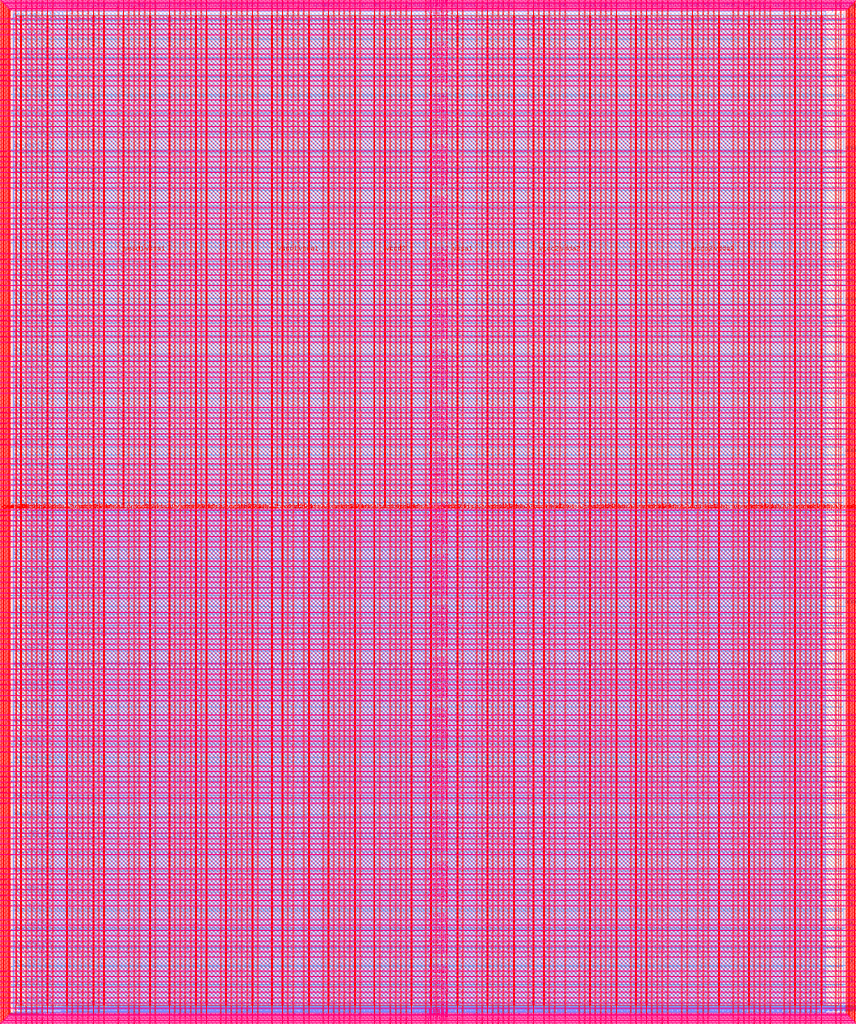
<source format=lef>
VERSION 5.7 ;
  NOWIREEXTENSIONATPIN ON ;
  DIVIDERCHAR "/" ;
  BUSBITCHARS "[]" ;
MACRO user_project_wrapper
  CLASS BLOCK ;
  FOREIGN user_project_wrapper ;
  ORIGIN 0.000 0.000 ;
  SIZE 2920.000 BY 3520.000 ;
  PIN analog_io[0]
    DIRECTION INOUT ;
    USE SIGNAL ;
    PORT
      LAYER met3 ;
        RECT 2917.600 1426.380 2924.800 1427.580 ;
    END
  END analog_io[0]
  PIN analog_io[10]
    DIRECTION INOUT ;
    USE SIGNAL ;
    PORT
      LAYER met2 ;
        RECT 2230.490 3517.600 2231.050 3524.800 ;
    END
  END analog_io[10]
  PIN analog_io[11]
    DIRECTION INOUT ;
    USE SIGNAL ;
    PORT
      LAYER met2 ;
        RECT 1905.730 3517.600 1906.290 3524.800 ;
    END
  END analog_io[11]
  PIN analog_io[12]
    DIRECTION INOUT ;
    USE SIGNAL ;
    PORT
      LAYER met2 ;
        RECT 1581.430 3517.600 1581.990 3524.800 ;
    END
  END analog_io[12]
  PIN analog_io[13]
    DIRECTION INOUT ;
    USE SIGNAL ;
    PORT
      LAYER met2 ;
        RECT 1257.130 3517.600 1257.690 3524.800 ;
    END
  END analog_io[13]
  PIN analog_io[14]
    DIRECTION INOUT ;
    USE SIGNAL ;
    PORT
      LAYER met2 ;
        RECT 932.370 3517.600 932.930 3524.800 ;
    END
  END analog_io[14]
  PIN analog_io[15]
    DIRECTION INOUT ;
    USE SIGNAL ;
    PORT
      LAYER met2 ;
        RECT 608.070 3517.600 608.630 3524.800 ;
    END
  END analog_io[15]
  PIN analog_io[16]
    DIRECTION INOUT ;
    USE SIGNAL ;
    PORT
      LAYER met2 ;
        RECT 283.770 3517.600 284.330 3524.800 ;
    END
  END analog_io[16]
  PIN analog_io[17]
    DIRECTION INOUT ;
    USE SIGNAL ;
    PORT
      LAYER met3 ;
        RECT -4.800 3486.100 2.400 3487.300 ;
    END
  END analog_io[17]
  PIN analog_io[18]
    DIRECTION INOUT ;
    USE SIGNAL ;
    PORT
      LAYER met3 ;
        RECT -4.800 3224.980 2.400 3226.180 ;
    END
  END analog_io[18]
  PIN analog_io[19]
    DIRECTION INOUT ;
    USE SIGNAL ;
    PORT
      LAYER met3 ;
        RECT -4.800 2964.540 2.400 2965.740 ;
    END
  END analog_io[19]
  PIN analog_io[1]
    DIRECTION INOUT ;
    USE SIGNAL ;
    PORT
      LAYER met3 ;
        RECT 2917.600 1692.260 2924.800 1693.460 ;
    END
  END analog_io[1]
  PIN analog_io[20]
    DIRECTION INOUT ;
    USE SIGNAL ;
    PORT
      LAYER met3 ;
        RECT -4.800 2703.420 2.400 2704.620 ;
    END
  END analog_io[20]
  PIN analog_io[21]
    DIRECTION INOUT ;
    USE SIGNAL ;
    PORT
      LAYER met3 ;
        RECT -4.800 2442.980 2.400 2444.180 ;
    END
  END analog_io[21]
  PIN analog_io[22]
    DIRECTION INOUT ;
    USE SIGNAL ;
    PORT
      LAYER met3 ;
        RECT -4.800 2182.540 2.400 2183.740 ;
    END
  END analog_io[22]
  PIN analog_io[23]
    DIRECTION INOUT ;
    USE SIGNAL ;
    PORT
      LAYER met3 ;
        RECT -4.800 1921.420 2.400 1922.620 ;
    END
  END analog_io[23]
  PIN analog_io[24]
    DIRECTION INOUT ;
    USE SIGNAL ;
    PORT
      LAYER met3 ;
        RECT -4.800 1660.980 2.400 1662.180 ;
    END
  END analog_io[24]
  PIN analog_io[25]
    DIRECTION INOUT ;
    USE SIGNAL ;
    PORT
      LAYER met3 ;
        RECT -4.800 1399.860 2.400 1401.060 ;
    END
  END analog_io[25]
  PIN analog_io[26]
    DIRECTION INOUT ;
    USE SIGNAL ;
    PORT
      LAYER met3 ;
        RECT -4.800 1139.420 2.400 1140.620 ;
    END
  END analog_io[26]
  PIN analog_io[27]
    DIRECTION INOUT ;
    USE SIGNAL ;
    PORT
      LAYER met3 ;
        RECT -4.800 878.980 2.400 880.180 ;
    END
  END analog_io[27]
  PIN analog_io[28]
    DIRECTION INOUT ;
    USE SIGNAL ;
    PORT
      LAYER met3 ;
        RECT -4.800 617.860 2.400 619.060 ;
    END
  END analog_io[28]
  PIN analog_io[2]
    DIRECTION INOUT ;
    USE SIGNAL ;
    PORT
      LAYER met3 ;
        RECT 2917.600 1958.140 2924.800 1959.340 ;
    END
  END analog_io[2]
  PIN analog_io[3]
    DIRECTION INOUT ;
    USE SIGNAL ;
    PORT
      LAYER met3 ;
        RECT 2917.600 2223.340 2924.800 2224.540 ;
    END
  END analog_io[3]
  PIN analog_io[4]
    DIRECTION INOUT ;
    USE SIGNAL ;
    PORT
      LAYER met3 ;
        RECT 2917.600 2489.220 2924.800 2490.420 ;
    END
  END analog_io[4]
  PIN analog_io[5]
    DIRECTION INOUT ;
    USE SIGNAL ;
    PORT
      LAYER met3 ;
        RECT 2917.600 2755.100 2924.800 2756.300 ;
    END
  END analog_io[5]
  PIN analog_io[6]
    DIRECTION INOUT ;
    USE SIGNAL ;
    PORT
      LAYER met3 ;
        RECT 2917.600 3020.300 2924.800 3021.500 ;
    END
  END analog_io[6]
  PIN analog_io[7]
    DIRECTION INOUT ;
    USE SIGNAL ;
    PORT
      LAYER met3 ;
        RECT 2917.600 3286.180 2924.800 3287.380 ;
    END
  END analog_io[7]
  PIN analog_io[8]
    DIRECTION INOUT ;
    USE SIGNAL ;
    PORT
      LAYER met2 ;
        RECT 2879.090 3517.600 2879.650 3524.800 ;
    END
  END analog_io[8]
  PIN analog_io[9]
    DIRECTION INOUT ;
    USE SIGNAL ;
    PORT
      LAYER met2 ;
        RECT 2554.790 3517.600 2555.350 3524.800 ;
    END
  END analog_io[9]
  PIN io_in[0]
    DIRECTION INPUT ;
    USE SIGNAL ;
    PORT
      LAYER met3 ;
        RECT 2917.600 32.380 2924.800 33.580 ;
    END
  END io_in[0]
  PIN io_in[10]
    DIRECTION INPUT ;
    USE SIGNAL ;
    PORT
      LAYER met3 ;
        RECT 2917.600 2289.980 2924.800 2291.180 ;
    END
  END io_in[10]
  PIN io_in[11]
    DIRECTION INPUT ;
    USE SIGNAL ;
    PORT
      LAYER met3 ;
        RECT 2917.600 2555.860 2924.800 2557.060 ;
    END
  END io_in[11]
  PIN io_in[12]
    DIRECTION INPUT ;
    USE SIGNAL ;
    PORT
      LAYER met3 ;
        RECT 2917.600 2821.060 2924.800 2822.260 ;
    END
  END io_in[12]
  PIN io_in[13]
    DIRECTION INPUT ;
    USE SIGNAL ;
    PORT
      LAYER met3 ;
        RECT 2917.600 3086.940 2924.800 3088.140 ;
    END
  END io_in[13]
  PIN io_in[14]
    DIRECTION INPUT ;
    USE SIGNAL ;
    PORT
      LAYER met3 ;
        RECT 2917.600 3352.820 2924.800 3354.020 ;
    END
  END io_in[14]
  PIN io_in[15]
    DIRECTION INPUT ;
    USE SIGNAL ;
    PORT
      LAYER met2 ;
        RECT 2798.130 3517.600 2798.690 3524.800 ;
    END
  END io_in[15]
  PIN io_in[16]
    DIRECTION INPUT ;
    USE SIGNAL ;
    PORT
      LAYER met2 ;
        RECT 2473.830 3517.600 2474.390 3524.800 ;
    END
  END io_in[16]
  PIN io_in[17]
    DIRECTION INPUT ;
    USE SIGNAL ;
    PORT
      LAYER met2 ;
        RECT 2149.070 3517.600 2149.630 3524.800 ;
    END
  END io_in[17]
  PIN io_in[18]
    DIRECTION INPUT ;
    USE SIGNAL ;
    PORT
      LAYER met2 ;
        RECT 1824.770 3517.600 1825.330 3524.800 ;
    END
  END io_in[18]
  PIN io_in[19]
    DIRECTION INPUT ;
    USE SIGNAL ;
    PORT
      LAYER met2 ;
        RECT 1500.470 3517.600 1501.030 3524.800 ;
    END
  END io_in[19]
  PIN io_in[1]
    DIRECTION INPUT ;
    USE SIGNAL ;
    PORT
      LAYER met3 ;
        RECT 2917.600 230.940 2924.800 232.140 ;
    END
  END io_in[1]
  PIN io_in[20]
    DIRECTION INPUT ;
    USE SIGNAL ;
    PORT
      LAYER met2 ;
        RECT 1175.710 3517.600 1176.270 3524.800 ;
    END
  END io_in[20]
  PIN io_in[21]
    DIRECTION INPUT ;
    USE SIGNAL ;
    PORT
      LAYER met2 ;
        RECT 851.410 3517.600 851.970 3524.800 ;
    END
  END io_in[21]
  PIN io_in[22]
    DIRECTION INPUT ;
    USE SIGNAL ;
    PORT
      LAYER met2 ;
        RECT 527.110 3517.600 527.670 3524.800 ;
    END
  END io_in[22]
  PIN io_in[23]
    DIRECTION INPUT ;
    USE SIGNAL ;
    PORT
      LAYER met2 ;
        RECT 202.350 3517.600 202.910 3524.800 ;
    END
  END io_in[23]
  PIN io_in[24]
    DIRECTION INPUT ;
    USE SIGNAL ;
    PORT
      LAYER met3 ;
        RECT -4.800 3420.820 2.400 3422.020 ;
    END
  END io_in[24]
  PIN io_in[25]
    DIRECTION INPUT ;
    USE SIGNAL ;
    PORT
      LAYER met3 ;
        RECT -4.800 3159.700 2.400 3160.900 ;
    END
  END io_in[25]
  PIN io_in[26]
    DIRECTION INPUT ;
    USE SIGNAL ;
    PORT
      LAYER met3 ;
        RECT -4.800 2899.260 2.400 2900.460 ;
    END
  END io_in[26]
  PIN io_in[27]
    DIRECTION INPUT ;
    USE SIGNAL ;
    PORT
      LAYER met3 ;
        RECT -4.800 2638.820 2.400 2640.020 ;
    END
  END io_in[27]
  PIN io_in[28]
    DIRECTION INPUT ;
    USE SIGNAL ;
    PORT
      LAYER met3 ;
        RECT -4.800 2377.700 2.400 2378.900 ;
    END
  END io_in[28]
  PIN io_in[29]
    DIRECTION INPUT ;
    USE SIGNAL ;
    PORT
      LAYER met3 ;
        RECT -4.800 2117.260 2.400 2118.460 ;
    END
  END io_in[29]
  PIN io_in[2]
    DIRECTION INPUT ;
    USE SIGNAL ;
    PORT
      LAYER met3 ;
        RECT 2917.600 430.180 2924.800 431.380 ;
    END
  END io_in[2]
  PIN io_in[30]
    DIRECTION INPUT ;
    USE SIGNAL ;
    PORT
      LAYER met3 ;
        RECT -4.800 1856.140 2.400 1857.340 ;
    END
  END io_in[30]
  PIN io_in[31]
    DIRECTION INPUT ;
    USE SIGNAL ;
    PORT
      LAYER met3 ;
        RECT -4.800 1595.700 2.400 1596.900 ;
    END
  END io_in[31]
  PIN io_in[32]
    DIRECTION INPUT ;
    USE SIGNAL ;
    PORT
      LAYER met3 ;
        RECT -4.800 1335.260 2.400 1336.460 ;
    END
  END io_in[32]
  PIN io_in[33]
    DIRECTION INPUT ;
    USE SIGNAL ;
    PORT
      LAYER met3 ;
        RECT -4.800 1074.140 2.400 1075.340 ;
    END
  END io_in[33]
  PIN io_in[34]
    DIRECTION INPUT ;
    USE SIGNAL ;
    PORT
      LAYER met3 ;
        RECT -4.800 813.700 2.400 814.900 ;
    END
  END io_in[34]
  PIN io_in[35]
    DIRECTION INPUT ;
    USE SIGNAL ;
    PORT
      LAYER met3 ;
        RECT -4.800 552.580 2.400 553.780 ;
    END
  END io_in[35]
  PIN io_in[36]
    DIRECTION INPUT ;
    USE SIGNAL ;
    PORT
      LAYER met3 ;
        RECT -4.800 357.420 2.400 358.620 ;
    END
  END io_in[36]
  PIN io_in[37]
    DIRECTION INPUT ;
    USE SIGNAL ;
    PORT
      LAYER met3 ;
        RECT -4.800 161.580 2.400 162.780 ;
    END
  END io_in[37]
  PIN io_in[3]
    DIRECTION INPUT ;
    USE SIGNAL ;
    PORT
      LAYER met3 ;
        RECT 2917.600 629.420 2924.800 630.620 ;
    END
  END io_in[3]
  PIN io_in[4]
    DIRECTION INPUT ;
    USE SIGNAL ;
    PORT
      LAYER met3 ;
        RECT 2917.600 828.660 2924.800 829.860 ;
    END
  END io_in[4]
  PIN io_in[5]
    DIRECTION INPUT ;
    USE SIGNAL ;
    PORT
      LAYER met3 ;
        RECT 2917.600 1027.900 2924.800 1029.100 ;
    END
  END io_in[5]
  PIN io_in[6]
    DIRECTION INPUT ;
    USE SIGNAL ;
    PORT
      LAYER met3 ;
        RECT 2917.600 1227.140 2924.800 1228.340 ;
    END
  END io_in[6]
  PIN io_in[7]
    DIRECTION INPUT ;
    USE SIGNAL ;
    PORT
      LAYER met3 ;
        RECT 2917.600 1493.020 2924.800 1494.220 ;
    END
  END io_in[7]
  PIN io_in[8]
    DIRECTION INPUT ;
    USE SIGNAL ;
    PORT
      LAYER met3 ;
        RECT 2917.600 1758.900 2924.800 1760.100 ;
    END
  END io_in[8]
  PIN io_in[9]
    DIRECTION INPUT ;
    USE SIGNAL ;
    PORT
      LAYER met3 ;
        RECT 2917.600 2024.100 2924.800 2025.300 ;
    END
  END io_in[9]
  PIN io_oeb[0]
    DIRECTION OUTPUT TRISTATE ;
    USE SIGNAL ;
    PORT
      LAYER met3 ;
        RECT 2917.600 164.980 2924.800 166.180 ;
    END
  END io_oeb[0]
  PIN io_oeb[10]
    DIRECTION OUTPUT TRISTATE ;
    USE SIGNAL ;
    PORT
      LAYER met3 ;
        RECT 2917.600 2422.580 2924.800 2423.780 ;
    END
  END io_oeb[10]
  PIN io_oeb[11]
    DIRECTION OUTPUT TRISTATE ;
    USE SIGNAL ;
    PORT
      LAYER met3 ;
        RECT 2917.600 2688.460 2924.800 2689.660 ;
    END
  END io_oeb[11]
  PIN io_oeb[12]
    DIRECTION OUTPUT TRISTATE ;
    USE SIGNAL ;
    PORT
      LAYER met3 ;
        RECT 2917.600 2954.340 2924.800 2955.540 ;
    END
  END io_oeb[12]
  PIN io_oeb[13]
    DIRECTION OUTPUT TRISTATE ;
    USE SIGNAL ;
    PORT
      LAYER met3 ;
        RECT 2917.600 3219.540 2924.800 3220.740 ;
    END
  END io_oeb[13]
  PIN io_oeb[14]
    DIRECTION OUTPUT TRISTATE ;
    USE SIGNAL ;
    PORT
      LAYER met3 ;
        RECT 2917.600 3485.420 2924.800 3486.620 ;
    END
  END io_oeb[14]
  PIN io_oeb[15]
    DIRECTION OUTPUT TRISTATE ;
    USE SIGNAL ;
    PORT
      LAYER met2 ;
        RECT 2635.750 3517.600 2636.310 3524.800 ;
    END
  END io_oeb[15]
  PIN io_oeb[16]
    DIRECTION OUTPUT TRISTATE ;
    USE SIGNAL ;
    PORT
      LAYER met2 ;
        RECT 2311.450 3517.600 2312.010 3524.800 ;
    END
  END io_oeb[16]
  PIN io_oeb[17]
    DIRECTION OUTPUT TRISTATE ;
    USE SIGNAL ;
    PORT
      LAYER met2 ;
        RECT 1987.150 3517.600 1987.710 3524.800 ;
    END
  END io_oeb[17]
  PIN io_oeb[18]
    DIRECTION OUTPUT TRISTATE ;
    USE SIGNAL ;
    PORT
      LAYER met2 ;
        RECT 1662.390 3517.600 1662.950 3524.800 ;
    END
  END io_oeb[18]
  PIN io_oeb[19]
    DIRECTION OUTPUT TRISTATE ;
    USE SIGNAL ;
    PORT
      LAYER met2 ;
        RECT 1338.090 3517.600 1338.650 3524.800 ;
    END
  END io_oeb[19]
  PIN io_oeb[1]
    DIRECTION OUTPUT TRISTATE ;
    USE SIGNAL ;
    PORT
      LAYER met3 ;
        RECT 2917.600 364.220 2924.800 365.420 ;
    END
  END io_oeb[1]
  PIN io_oeb[20]
    DIRECTION OUTPUT TRISTATE ;
    USE SIGNAL ;
    PORT
      LAYER met2 ;
        RECT 1013.790 3517.600 1014.350 3524.800 ;
    END
  END io_oeb[20]
  PIN io_oeb[21]
    DIRECTION OUTPUT TRISTATE ;
    USE SIGNAL ;
    PORT
      LAYER met2 ;
        RECT 689.030 3517.600 689.590 3524.800 ;
    END
  END io_oeb[21]
  PIN io_oeb[22]
    DIRECTION OUTPUT TRISTATE ;
    USE SIGNAL ;
    PORT
      LAYER met2 ;
        RECT 364.730 3517.600 365.290 3524.800 ;
    END
  END io_oeb[22]
  PIN io_oeb[23]
    DIRECTION OUTPUT TRISTATE ;
    USE SIGNAL ;
    PORT
      LAYER met2 ;
        RECT 40.430 3517.600 40.990 3524.800 ;
    END
  END io_oeb[23]
  PIN io_oeb[24]
    DIRECTION OUTPUT TRISTATE ;
    USE SIGNAL ;
    PORT
      LAYER met3 ;
        RECT -4.800 3290.260 2.400 3291.460 ;
    END
  END io_oeb[24]
  PIN io_oeb[25]
    DIRECTION OUTPUT TRISTATE ;
    USE SIGNAL ;
    PORT
      LAYER met3 ;
        RECT -4.800 3029.820 2.400 3031.020 ;
    END
  END io_oeb[25]
  PIN io_oeb[26]
    DIRECTION OUTPUT TRISTATE ;
    USE SIGNAL ;
    PORT
      LAYER met3 ;
        RECT -4.800 2768.700 2.400 2769.900 ;
    END
  END io_oeb[26]
  PIN io_oeb[27]
    DIRECTION OUTPUT TRISTATE ;
    USE SIGNAL ;
    PORT
      LAYER met3 ;
        RECT -4.800 2508.260 2.400 2509.460 ;
    END
  END io_oeb[27]
  PIN io_oeb[28]
    DIRECTION OUTPUT TRISTATE ;
    USE SIGNAL ;
    PORT
      LAYER met3 ;
        RECT -4.800 2247.140 2.400 2248.340 ;
    END
  END io_oeb[28]
  PIN io_oeb[29]
    DIRECTION OUTPUT TRISTATE ;
    USE SIGNAL ;
    PORT
      LAYER met3 ;
        RECT -4.800 1986.700 2.400 1987.900 ;
    END
  END io_oeb[29]
  PIN io_oeb[2]
    DIRECTION OUTPUT TRISTATE ;
    USE SIGNAL ;
    PORT
      LAYER met3 ;
        RECT 2917.600 563.460 2924.800 564.660 ;
    END
  END io_oeb[2]
  PIN io_oeb[30]
    DIRECTION OUTPUT TRISTATE ;
    USE SIGNAL ;
    PORT
      LAYER met3 ;
        RECT -4.800 1726.260 2.400 1727.460 ;
    END
  END io_oeb[30]
  PIN io_oeb[31]
    DIRECTION OUTPUT TRISTATE ;
    USE SIGNAL ;
    PORT
      LAYER met3 ;
        RECT -4.800 1465.140 2.400 1466.340 ;
    END
  END io_oeb[31]
  PIN io_oeb[32]
    DIRECTION OUTPUT TRISTATE ;
    USE SIGNAL ;
    PORT
      LAYER met3 ;
        RECT -4.800 1204.700 2.400 1205.900 ;
    END
  END io_oeb[32]
  PIN io_oeb[33]
    DIRECTION OUTPUT TRISTATE ;
    USE SIGNAL ;
    PORT
      LAYER met3 ;
        RECT -4.800 943.580 2.400 944.780 ;
    END
  END io_oeb[33]
  PIN io_oeb[34]
    DIRECTION OUTPUT TRISTATE ;
    USE SIGNAL ;
    PORT
      LAYER met3 ;
        RECT -4.800 683.140 2.400 684.340 ;
    END
  END io_oeb[34]
  PIN io_oeb[35]
    DIRECTION OUTPUT TRISTATE ;
    USE SIGNAL ;
    PORT
      LAYER met3 ;
        RECT -4.800 422.700 2.400 423.900 ;
    END
  END io_oeb[35]
  PIN io_oeb[36]
    DIRECTION OUTPUT TRISTATE ;
    USE SIGNAL ;
    PORT
      LAYER met3 ;
        RECT -4.800 226.860 2.400 228.060 ;
    END
  END io_oeb[36]
  PIN io_oeb[37]
    DIRECTION OUTPUT TRISTATE ;
    USE SIGNAL ;
    PORT
      LAYER met3 ;
        RECT -4.800 31.700 2.400 32.900 ;
    END
  END io_oeb[37]
  PIN io_oeb[3]
    DIRECTION OUTPUT TRISTATE ;
    USE SIGNAL ;
    PORT
      LAYER met3 ;
        RECT 2917.600 762.700 2924.800 763.900 ;
    END
  END io_oeb[3]
  PIN io_oeb[4]
    DIRECTION OUTPUT TRISTATE ;
    USE SIGNAL ;
    PORT
      LAYER met3 ;
        RECT 2917.600 961.940 2924.800 963.140 ;
    END
  END io_oeb[4]
  PIN io_oeb[5]
    DIRECTION OUTPUT TRISTATE ;
    USE SIGNAL ;
    PORT
      LAYER met3 ;
        RECT 2917.600 1161.180 2924.800 1162.380 ;
    END
  END io_oeb[5]
  PIN io_oeb[6]
    DIRECTION OUTPUT TRISTATE ;
    USE SIGNAL ;
    PORT
      LAYER met3 ;
        RECT 2917.600 1360.420 2924.800 1361.620 ;
    END
  END io_oeb[6]
  PIN io_oeb[7]
    DIRECTION OUTPUT TRISTATE ;
    USE SIGNAL ;
    PORT
      LAYER met3 ;
        RECT 2917.600 1625.620 2924.800 1626.820 ;
    END
  END io_oeb[7]
  PIN io_oeb[8]
    DIRECTION OUTPUT TRISTATE ;
    USE SIGNAL ;
    PORT
      LAYER met3 ;
        RECT 2917.600 1891.500 2924.800 1892.700 ;
    END
  END io_oeb[8]
  PIN io_oeb[9]
    DIRECTION OUTPUT TRISTATE ;
    USE SIGNAL ;
    PORT
      LAYER met3 ;
        RECT 2917.600 2157.380 2924.800 2158.580 ;
    END
  END io_oeb[9]
  PIN io_out[0]
    DIRECTION OUTPUT TRISTATE ;
    USE SIGNAL ;
    PORT
      LAYER met3 ;
        RECT 2917.600 98.340 2924.800 99.540 ;
    END
  END io_out[0]
  PIN io_out[10]
    DIRECTION OUTPUT TRISTATE ;
    USE SIGNAL ;
    PORT
      LAYER met3 ;
        RECT 2917.600 2356.620 2924.800 2357.820 ;
    END
  END io_out[10]
  PIN io_out[11]
    DIRECTION OUTPUT TRISTATE ;
    USE SIGNAL ;
    PORT
      LAYER met3 ;
        RECT 2917.600 2621.820 2924.800 2623.020 ;
    END
  END io_out[11]
  PIN io_out[12]
    DIRECTION OUTPUT TRISTATE ;
    USE SIGNAL ;
    PORT
      LAYER met3 ;
        RECT 2917.600 2887.700 2924.800 2888.900 ;
    END
  END io_out[12]
  PIN io_out[13]
    DIRECTION OUTPUT TRISTATE ;
    USE SIGNAL ;
    PORT
      LAYER met3 ;
        RECT 2917.600 3153.580 2924.800 3154.780 ;
    END
  END io_out[13]
  PIN io_out[14]
    DIRECTION OUTPUT TRISTATE ;
    USE SIGNAL ;
    PORT
      LAYER met3 ;
        RECT 2917.600 3418.780 2924.800 3419.980 ;
    END
  END io_out[14]
  PIN io_out[15]
    DIRECTION OUTPUT TRISTATE ;
    USE SIGNAL ;
    PORT
      LAYER met2 ;
        RECT 2717.170 3517.600 2717.730 3524.800 ;
    END
  END io_out[15]
  PIN io_out[16]
    DIRECTION OUTPUT TRISTATE ;
    USE SIGNAL ;
    PORT
      LAYER met2 ;
        RECT 2392.410 3517.600 2392.970 3524.800 ;
    END
  END io_out[16]
  PIN io_out[17]
    DIRECTION OUTPUT TRISTATE ;
    USE SIGNAL ;
    PORT
      LAYER met2 ;
        RECT 2068.110 3517.600 2068.670 3524.800 ;
    END
  END io_out[17]
  PIN io_out[18]
    DIRECTION OUTPUT TRISTATE ;
    USE SIGNAL ;
    PORT
      LAYER met2 ;
        RECT 1743.810 3517.600 1744.370 3524.800 ;
    END
  END io_out[18]
  PIN io_out[19]
    DIRECTION OUTPUT TRISTATE ;
    USE SIGNAL ;
    PORT
      LAYER met2 ;
        RECT 1419.050 3517.600 1419.610 3524.800 ;
    END
  END io_out[19]
  PIN io_out[1]
    DIRECTION OUTPUT TRISTATE ;
    USE SIGNAL ;
    PORT
      LAYER met3 ;
        RECT 2917.600 297.580 2924.800 298.780 ;
    END
  END io_out[1]
  PIN io_out[20]
    DIRECTION OUTPUT TRISTATE ;
    USE SIGNAL ;
    PORT
      LAYER met2 ;
        RECT 1094.750 3517.600 1095.310 3524.800 ;
    END
  END io_out[20]
  PIN io_out[21]
    DIRECTION OUTPUT TRISTATE ;
    USE SIGNAL ;
    PORT
      LAYER met2 ;
        RECT 770.450 3517.600 771.010 3524.800 ;
    END
  END io_out[21]
  PIN io_out[22]
    DIRECTION OUTPUT TRISTATE ;
    USE SIGNAL ;
    PORT
      LAYER met2 ;
        RECT 445.690 3517.600 446.250 3524.800 ;
    END
  END io_out[22]
  PIN io_out[23]
    DIRECTION OUTPUT TRISTATE ;
    USE SIGNAL ;
    PORT
      LAYER met2 ;
        RECT 121.390 3517.600 121.950 3524.800 ;
    END
  END io_out[23]
  PIN io_out[24]
    DIRECTION OUTPUT TRISTATE ;
    USE SIGNAL ;
    PORT
      LAYER met3 ;
        RECT -4.800 3355.540 2.400 3356.740 ;
    END
  END io_out[24]
  PIN io_out[25]
    DIRECTION OUTPUT TRISTATE ;
    USE SIGNAL ;
    PORT
      LAYER met3 ;
        RECT -4.800 3095.100 2.400 3096.300 ;
    END
  END io_out[25]
  PIN io_out[26]
    DIRECTION OUTPUT TRISTATE ;
    USE SIGNAL ;
    PORT
      LAYER met3 ;
        RECT -4.800 2833.980 2.400 2835.180 ;
    END
  END io_out[26]
  PIN io_out[27]
    DIRECTION OUTPUT TRISTATE ;
    USE SIGNAL ;
    PORT
      LAYER met3 ;
        RECT -4.800 2573.540 2.400 2574.740 ;
    END
  END io_out[27]
  PIN io_out[28]
    DIRECTION OUTPUT TRISTATE ;
    USE SIGNAL ;
    PORT
      LAYER met3 ;
        RECT -4.800 2312.420 2.400 2313.620 ;
    END
  END io_out[28]
  PIN io_out[29]
    DIRECTION OUTPUT TRISTATE ;
    USE SIGNAL ;
    PORT
      LAYER met3 ;
        RECT -4.800 2051.980 2.400 2053.180 ;
    END
  END io_out[29]
  PIN io_out[2]
    DIRECTION OUTPUT TRISTATE ;
    USE SIGNAL ;
    PORT
      LAYER met3 ;
        RECT 2917.600 496.820 2924.800 498.020 ;
    END
  END io_out[2]
  PIN io_out[30]
    DIRECTION OUTPUT TRISTATE ;
    USE SIGNAL ;
    PORT
      LAYER met3 ;
        RECT -4.800 1791.540 2.400 1792.740 ;
    END
  END io_out[30]
  PIN io_out[31]
    DIRECTION OUTPUT TRISTATE ;
    USE SIGNAL ;
    PORT
      LAYER met3 ;
        RECT -4.800 1530.420 2.400 1531.620 ;
    END
  END io_out[31]
  PIN io_out[32]
    DIRECTION OUTPUT TRISTATE ;
    USE SIGNAL ;
    PORT
      LAYER met3 ;
        RECT -4.800 1269.980 2.400 1271.180 ;
    END
  END io_out[32]
  PIN io_out[33]
    DIRECTION OUTPUT TRISTATE ;
    USE SIGNAL ;
    PORT
      LAYER met3 ;
        RECT -4.800 1008.860 2.400 1010.060 ;
    END
  END io_out[33]
  PIN io_out[34]
    DIRECTION OUTPUT TRISTATE ;
    USE SIGNAL ;
    PORT
      LAYER met3 ;
        RECT -4.800 748.420 2.400 749.620 ;
    END
  END io_out[34]
  PIN io_out[35]
    DIRECTION OUTPUT TRISTATE ;
    USE SIGNAL ;
    PORT
      LAYER met3 ;
        RECT -4.800 487.300 2.400 488.500 ;
    END
  END io_out[35]
  PIN io_out[36]
    DIRECTION OUTPUT TRISTATE ;
    USE SIGNAL ;
    PORT
      LAYER met3 ;
        RECT -4.800 292.140 2.400 293.340 ;
    END
  END io_out[36]
  PIN io_out[37]
    DIRECTION OUTPUT TRISTATE ;
    USE SIGNAL ;
    PORT
      LAYER met3 ;
        RECT -4.800 96.300 2.400 97.500 ;
    END
  END io_out[37]
  PIN io_out[3]
    DIRECTION OUTPUT TRISTATE ;
    USE SIGNAL ;
    PORT
      LAYER met3 ;
        RECT 2917.600 696.060 2924.800 697.260 ;
    END
  END io_out[3]
  PIN io_out[4]
    DIRECTION OUTPUT TRISTATE ;
    USE SIGNAL ;
    PORT
      LAYER met3 ;
        RECT 2917.600 895.300 2924.800 896.500 ;
    END
  END io_out[4]
  PIN io_out[5]
    DIRECTION OUTPUT TRISTATE ;
    USE SIGNAL ;
    PORT
      LAYER met3 ;
        RECT 2917.600 1094.540 2924.800 1095.740 ;
    END
  END io_out[5]
  PIN io_out[6]
    DIRECTION OUTPUT TRISTATE ;
    USE SIGNAL ;
    PORT
      LAYER met3 ;
        RECT 2917.600 1293.780 2924.800 1294.980 ;
    END
  END io_out[6]
  PIN io_out[7]
    DIRECTION OUTPUT TRISTATE ;
    USE SIGNAL ;
    PORT
      LAYER met3 ;
        RECT 2917.600 1559.660 2924.800 1560.860 ;
    END
  END io_out[7]
  PIN io_out[8]
    DIRECTION OUTPUT TRISTATE ;
    USE SIGNAL ;
    PORT
      LAYER met3 ;
        RECT 2917.600 1824.860 2924.800 1826.060 ;
    END
  END io_out[8]
  PIN io_out[9]
    DIRECTION OUTPUT TRISTATE ;
    USE SIGNAL ;
    PORT
      LAYER met3 ;
        RECT 2917.600 2090.740 2924.800 2091.940 ;
    END
  END io_out[9]
  PIN la_data_in[0]
    DIRECTION INPUT ;
    USE SIGNAL ;
    PORT
      LAYER met2 ;
        RECT 629.230 -4.800 629.790 2.400 ;
    END
  END la_data_in[0]
  PIN la_data_in[100]
    DIRECTION INPUT ;
    USE SIGNAL ;
    PORT
      LAYER met2 ;
        RECT 2402.530 -4.800 2403.090 2.400 ;
    END
  END la_data_in[100]
  PIN la_data_in[101]
    DIRECTION INPUT ;
    USE SIGNAL ;
    PORT
      LAYER met2 ;
        RECT 2420.010 -4.800 2420.570 2.400 ;
    END
  END la_data_in[101]
  PIN la_data_in[102]
    DIRECTION INPUT ;
    USE SIGNAL ;
    PORT
      LAYER met2 ;
        RECT 2437.950 -4.800 2438.510 2.400 ;
    END
  END la_data_in[102]
  PIN la_data_in[103]
    DIRECTION INPUT ;
    USE SIGNAL ;
    PORT
      LAYER met2 ;
        RECT 2455.430 -4.800 2455.990 2.400 ;
    END
  END la_data_in[103]
  PIN la_data_in[104]
    DIRECTION INPUT ;
    USE SIGNAL ;
    PORT
      LAYER met2 ;
        RECT 2473.370 -4.800 2473.930 2.400 ;
    END
  END la_data_in[104]
  PIN la_data_in[105]
    DIRECTION INPUT ;
    USE SIGNAL ;
    PORT
      LAYER met2 ;
        RECT 2490.850 -4.800 2491.410 2.400 ;
    END
  END la_data_in[105]
  PIN la_data_in[106]
    DIRECTION INPUT ;
    USE SIGNAL ;
    PORT
      LAYER met2 ;
        RECT 2508.790 -4.800 2509.350 2.400 ;
    END
  END la_data_in[106]
  PIN la_data_in[107]
    DIRECTION INPUT ;
    USE SIGNAL ;
    PORT
      LAYER met2 ;
        RECT 2526.730 -4.800 2527.290 2.400 ;
    END
  END la_data_in[107]
  PIN la_data_in[108]
    DIRECTION INPUT ;
    USE SIGNAL ;
    PORT
      LAYER met2 ;
        RECT 2544.210 -4.800 2544.770 2.400 ;
    END
  END la_data_in[108]
  PIN la_data_in[109]
    DIRECTION INPUT ;
    USE SIGNAL ;
    PORT
      LAYER met2 ;
        RECT 2562.150 -4.800 2562.710 2.400 ;
    END
  END la_data_in[109]
  PIN la_data_in[10]
    DIRECTION INPUT ;
    USE SIGNAL ;
    PORT
      LAYER met2 ;
        RECT 806.330 -4.800 806.890 2.400 ;
    END
  END la_data_in[10]
  PIN la_data_in[110]
    DIRECTION INPUT ;
    USE SIGNAL ;
    PORT
      LAYER met2 ;
        RECT 2579.630 -4.800 2580.190 2.400 ;
    END
  END la_data_in[110]
  PIN la_data_in[111]
    DIRECTION INPUT ;
    USE SIGNAL ;
    PORT
      LAYER met2 ;
        RECT 2597.570 -4.800 2598.130 2.400 ;
    END
  END la_data_in[111]
  PIN la_data_in[112]
    DIRECTION INPUT ;
    USE SIGNAL ;
    PORT
      LAYER met2 ;
        RECT 2615.050 -4.800 2615.610 2.400 ;
    END
  END la_data_in[112]
  PIN la_data_in[113]
    DIRECTION INPUT ;
    USE SIGNAL ;
    PORT
      LAYER met2 ;
        RECT 2632.990 -4.800 2633.550 2.400 ;
    END
  END la_data_in[113]
  PIN la_data_in[114]
    DIRECTION INPUT ;
    USE SIGNAL ;
    PORT
      LAYER met2 ;
        RECT 2650.470 -4.800 2651.030 2.400 ;
    END
  END la_data_in[114]
  PIN la_data_in[115]
    DIRECTION INPUT ;
    USE SIGNAL ;
    PORT
      LAYER met2 ;
        RECT 2668.410 -4.800 2668.970 2.400 ;
    END
  END la_data_in[115]
  PIN la_data_in[116]
    DIRECTION INPUT ;
    USE SIGNAL ;
    PORT
      LAYER met2 ;
        RECT 2685.890 -4.800 2686.450 2.400 ;
    END
  END la_data_in[116]
  PIN la_data_in[117]
    DIRECTION INPUT ;
    USE SIGNAL ;
    PORT
      LAYER met2 ;
        RECT 2703.830 -4.800 2704.390 2.400 ;
    END
  END la_data_in[117]
  PIN la_data_in[118]
    DIRECTION INPUT ;
    USE SIGNAL ;
    PORT
      LAYER met2 ;
        RECT 2721.770 -4.800 2722.330 2.400 ;
    END
  END la_data_in[118]
  PIN la_data_in[119]
    DIRECTION INPUT ;
    USE SIGNAL ;
    PORT
      LAYER met2 ;
        RECT 2739.250 -4.800 2739.810 2.400 ;
    END
  END la_data_in[119]
  PIN la_data_in[11]
    DIRECTION INPUT ;
    USE SIGNAL ;
    PORT
      LAYER met2 ;
        RECT 824.270 -4.800 824.830 2.400 ;
    END
  END la_data_in[11]
  PIN la_data_in[120]
    DIRECTION INPUT ;
    USE SIGNAL ;
    PORT
      LAYER met2 ;
        RECT 2757.190 -4.800 2757.750 2.400 ;
    END
  END la_data_in[120]
  PIN la_data_in[121]
    DIRECTION INPUT ;
    USE SIGNAL ;
    PORT
      LAYER met2 ;
        RECT 2774.670 -4.800 2775.230 2.400 ;
    END
  END la_data_in[121]
  PIN la_data_in[122]
    DIRECTION INPUT ;
    USE SIGNAL ;
    PORT
      LAYER met2 ;
        RECT 2792.610 -4.800 2793.170 2.400 ;
    END
  END la_data_in[122]
  PIN la_data_in[123]
    DIRECTION INPUT ;
    USE SIGNAL ;
    PORT
      LAYER met2 ;
        RECT 2810.090 -4.800 2810.650 2.400 ;
    END
  END la_data_in[123]
  PIN la_data_in[124]
    DIRECTION INPUT ;
    USE SIGNAL ;
    PORT
      LAYER met2 ;
        RECT 2828.030 -4.800 2828.590 2.400 ;
    END
  END la_data_in[124]
  PIN la_data_in[125]
    DIRECTION INPUT ;
    USE SIGNAL ;
    PORT
      LAYER met2 ;
        RECT 2845.510 -4.800 2846.070 2.400 ;
    END
  END la_data_in[125]
  PIN la_data_in[126]
    DIRECTION INPUT ;
    USE SIGNAL ;
    PORT
      LAYER met2 ;
        RECT 2863.450 -4.800 2864.010 2.400 ;
    END
  END la_data_in[126]
  PIN la_data_in[127]
    DIRECTION INPUT ;
    USE SIGNAL ;
    PORT
      LAYER met2 ;
        RECT 2881.390 -4.800 2881.950 2.400 ;
    END
  END la_data_in[127]
  PIN la_data_in[12]
    DIRECTION INPUT ;
    USE SIGNAL ;
    PORT
      LAYER met2 ;
        RECT 841.750 -4.800 842.310 2.400 ;
    END
  END la_data_in[12]
  PIN la_data_in[13]
    DIRECTION INPUT ;
    USE SIGNAL ;
    PORT
      LAYER met2 ;
        RECT 859.690 -4.800 860.250 2.400 ;
    END
  END la_data_in[13]
  PIN la_data_in[14]
    DIRECTION INPUT ;
    USE SIGNAL ;
    PORT
      LAYER met2 ;
        RECT 877.170 -4.800 877.730 2.400 ;
    END
  END la_data_in[14]
  PIN la_data_in[15]
    DIRECTION INPUT ;
    USE SIGNAL ;
    PORT
      LAYER met2 ;
        RECT 895.110 -4.800 895.670 2.400 ;
    END
  END la_data_in[15]
  PIN la_data_in[16]
    DIRECTION INPUT ;
    USE SIGNAL ;
    PORT
      LAYER met2 ;
        RECT 912.590 -4.800 913.150 2.400 ;
    END
  END la_data_in[16]
  PIN la_data_in[17]
    DIRECTION INPUT ;
    USE SIGNAL ;
    PORT
      LAYER met2 ;
        RECT 930.530 -4.800 931.090 2.400 ;
    END
  END la_data_in[17]
  PIN la_data_in[18]
    DIRECTION INPUT ;
    USE SIGNAL ;
    PORT
      LAYER met2 ;
        RECT 948.470 -4.800 949.030 2.400 ;
    END
  END la_data_in[18]
  PIN la_data_in[19]
    DIRECTION INPUT ;
    USE SIGNAL ;
    PORT
      LAYER met2 ;
        RECT 965.950 -4.800 966.510 2.400 ;
    END
  END la_data_in[19]
  PIN la_data_in[1]
    DIRECTION INPUT ;
    USE SIGNAL ;
    PORT
      LAYER met2 ;
        RECT 646.710 -4.800 647.270 2.400 ;
    END
  END la_data_in[1]
  PIN la_data_in[20]
    DIRECTION INPUT ;
    USE SIGNAL ;
    PORT
      LAYER met2 ;
        RECT 983.890 -4.800 984.450 2.400 ;
    END
  END la_data_in[20]
  PIN la_data_in[21]
    DIRECTION INPUT ;
    USE SIGNAL ;
    PORT
      LAYER met2 ;
        RECT 1001.370 -4.800 1001.930 2.400 ;
    END
  END la_data_in[21]
  PIN la_data_in[22]
    DIRECTION INPUT ;
    USE SIGNAL ;
    PORT
      LAYER met2 ;
        RECT 1019.310 -4.800 1019.870 2.400 ;
    END
  END la_data_in[22]
  PIN la_data_in[23]
    DIRECTION INPUT ;
    USE SIGNAL ;
    PORT
      LAYER met2 ;
        RECT 1036.790 -4.800 1037.350 2.400 ;
    END
  END la_data_in[23]
  PIN la_data_in[24]
    DIRECTION INPUT ;
    USE SIGNAL ;
    PORT
      LAYER met2 ;
        RECT 1054.730 -4.800 1055.290 2.400 ;
    END
  END la_data_in[24]
  PIN la_data_in[25]
    DIRECTION INPUT ;
    USE SIGNAL ;
    PORT
      LAYER met2 ;
        RECT 1072.210 -4.800 1072.770 2.400 ;
    END
  END la_data_in[25]
  PIN la_data_in[26]
    DIRECTION INPUT ;
    USE SIGNAL ;
    PORT
      LAYER met2 ;
        RECT 1090.150 -4.800 1090.710 2.400 ;
    END
  END la_data_in[26]
  PIN la_data_in[27]
    DIRECTION INPUT ;
    USE SIGNAL ;
    PORT
      LAYER met2 ;
        RECT 1107.630 -4.800 1108.190 2.400 ;
    END
  END la_data_in[27]
  PIN la_data_in[28]
    DIRECTION INPUT ;
    USE SIGNAL ;
    PORT
      LAYER met2 ;
        RECT 1125.570 -4.800 1126.130 2.400 ;
    END
  END la_data_in[28]
  PIN la_data_in[29]
    DIRECTION INPUT ;
    USE SIGNAL ;
    PORT
      LAYER met2 ;
        RECT 1143.510 -4.800 1144.070 2.400 ;
    END
  END la_data_in[29]
  PIN la_data_in[2]
    DIRECTION INPUT ;
    USE SIGNAL ;
    PORT
      LAYER met2 ;
        RECT 664.650 -4.800 665.210 2.400 ;
    END
  END la_data_in[2]
  PIN la_data_in[30]
    DIRECTION INPUT ;
    USE SIGNAL ;
    PORT
      LAYER met2 ;
        RECT 1160.990 -4.800 1161.550 2.400 ;
    END
  END la_data_in[30]
  PIN la_data_in[31]
    DIRECTION INPUT ;
    USE SIGNAL ;
    PORT
      LAYER met2 ;
        RECT 1178.930 -4.800 1179.490 2.400 ;
    END
  END la_data_in[31]
  PIN la_data_in[32]
    DIRECTION INPUT ;
    USE SIGNAL ;
    PORT
      LAYER met2 ;
        RECT 1196.410 -4.800 1196.970 2.400 ;
    END
  END la_data_in[32]
  PIN la_data_in[33]
    DIRECTION INPUT ;
    USE SIGNAL ;
    PORT
      LAYER met2 ;
        RECT 1214.350 -4.800 1214.910 2.400 ;
    END
  END la_data_in[33]
  PIN la_data_in[34]
    DIRECTION INPUT ;
    USE SIGNAL ;
    PORT
      LAYER met2 ;
        RECT 1231.830 -4.800 1232.390 2.400 ;
    END
  END la_data_in[34]
  PIN la_data_in[35]
    DIRECTION INPUT ;
    USE SIGNAL ;
    PORT
      LAYER met2 ;
        RECT 1249.770 -4.800 1250.330 2.400 ;
    END
  END la_data_in[35]
  PIN la_data_in[36]
    DIRECTION INPUT ;
    USE SIGNAL ;
    PORT
      LAYER met2 ;
        RECT 1267.250 -4.800 1267.810 2.400 ;
    END
  END la_data_in[36]
  PIN la_data_in[37]
    DIRECTION INPUT ;
    USE SIGNAL ;
    PORT
      LAYER met2 ;
        RECT 1285.190 -4.800 1285.750 2.400 ;
    END
  END la_data_in[37]
  PIN la_data_in[38]
    DIRECTION INPUT ;
    USE SIGNAL ;
    PORT
      LAYER met2 ;
        RECT 1303.130 -4.800 1303.690 2.400 ;
    END
  END la_data_in[38]
  PIN la_data_in[39]
    DIRECTION INPUT ;
    USE SIGNAL ;
    PORT
      LAYER met2 ;
        RECT 1320.610 -4.800 1321.170 2.400 ;
    END
  END la_data_in[39]
  PIN la_data_in[3]
    DIRECTION INPUT ;
    USE SIGNAL ;
    PORT
      LAYER met2 ;
        RECT 682.130 -4.800 682.690 2.400 ;
    END
  END la_data_in[3]
  PIN la_data_in[40]
    DIRECTION INPUT ;
    USE SIGNAL ;
    PORT
      LAYER met2 ;
        RECT 1338.550 -4.800 1339.110 2.400 ;
    END
  END la_data_in[40]
  PIN la_data_in[41]
    DIRECTION INPUT ;
    USE SIGNAL ;
    PORT
      LAYER met2 ;
        RECT 1356.030 -4.800 1356.590 2.400 ;
    END
  END la_data_in[41]
  PIN la_data_in[42]
    DIRECTION INPUT ;
    USE SIGNAL ;
    PORT
      LAYER met2 ;
        RECT 1373.970 -4.800 1374.530 2.400 ;
    END
  END la_data_in[42]
  PIN la_data_in[43]
    DIRECTION INPUT ;
    USE SIGNAL ;
    PORT
      LAYER met2 ;
        RECT 1391.450 -4.800 1392.010 2.400 ;
    END
  END la_data_in[43]
  PIN la_data_in[44]
    DIRECTION INPUT ;
    USE SIGNAL ;
    PORT
      LAYER met2 ;
        RECT 1409.390 -4.800 1409.950 2.400 ;
    END
  END la_data_in[44]
  PIN la_data_in[45]
    DIRECTION INPUT ;
    USE SIGNAL ;
    PORT
      LAYER met2 ;
        RECT 1426.870 -4.800 1427.430 2.400 ;
    END
  END la_data_in[45]
  PIN la_data_in[46]
    DIRECTION INPUT ;
    USE SIGNAL ;
    PORT
      LAYER met2 ;
        RECT 1444.810 -4.800 1445.370 2.400 ;
    END
  END la_data_in[46]
  PIN la_data_in[47]
    DIRECTION INPUT ;
    USE SIGNAL ;
    PORT
      LAYER met2 ;
        RECT 1462.750 -4.800 1463.310 2.400 ;
    END
  END la_data_in[47]
  PIN la_data_in[48]
    DIRECTION INPUT ;
    USE SIGNAL ;
    PORT
      LAYER met2 ;
        RECT 1480.230 -4.800 1480.790 2.400 ;
    END
  END la_data_in[48]
  PIN la_data_in[49]
    DIRECTION INPUT ;
    USE SIGNAL ;
    PORT
      LAYER met2 ;
        RECT 1498.170 -4.800 1498.730 2.400 ;
    END
  END la_data_in[49]
  PIN la_data_in[4]
    DIRECTION INPUT ;
    USE SIGNAL ;
    PORT
      LAYER met2 ;
        RECT 700.070 -4.800 700.630 2.400 ;
    END
  END la_data_in[4]
  PIN la_data_in[50]
    DIRECTION INPUT ;
    USE SIGNAL ;
    PORT
      LAYER met2 ;
        RECT 1515.650 -4.800 1516.210 2.400 ;
    END
  END la_data_in[50]
  PIN la_data_in[51]
    DIRECTION INPUT ;
    USE SIGNAL ;
    PORT
      LAYER met2 ;
        RECT 1533.590 -4.800 1534.150 2.400 ;
    END
  END la_data_in[51]
  PIN la_data_in[52]
    DIRECTION INPUT ;
    USE SIGNAL ;
    PORT
      LAYER met2 ;
        RECT 1551.070 -4.800 1551.630 2.400 ;
    END
  END la_data_in[52]
  PIN la_data_in[53]
    DIRECTION INPUT ;
    USE SIGNAL ;
    PORT
      LAYER met2 ;
        RECT 1569.010 -4.800 1569.570 2.400 ;
    END
  END la_data_in[53]
  PIN la_data_in[54]
    DIRECTION INPUT ;
    USE SIGNAL ;
    PORT
      LAYER met2 ;
        RECT 1586.490 -4.800 1587.050 2.400 ;
    END
  END la_data_in[54]
  PIN la_data_in[55]
    DIRECTION INPUT ;
    USE SIGNAL ;
    PORT
      LAYER met2 ;
        RECT 1604.430 -4.800 1604.990 2.400 ;
    END
  END la_data_in[55]
  PIN la_data_in[56]
    DIRECTION INPUT ;
    USE SIGNAL ;
    PORT
      LAYER met2 ;
        RECT 1621.910 -4.800 1622.470 2.400 ;
    END
  END la_data_in[56]
  PIN la_data_in[57]
    DIRECTION INPUT ;
    USE SIGNAL ;
    PORT
      LAYER met2 ;
        RECT 1639.850 -4.800 1640.410 2.400 ;
    END
  END la_data_in[57]
  PIN la_data_in[58]
    DIRECTION INPUT ;
    USE SIGNAL ;
    PORT
      LAYER met2 ;
        RECT 1657.790 -4.800 1658.350 2.400 ;
    END
  END la_data_in[58]
  PIN la_data_in[59]
    DIRECTION INPUT ;
    USE SIGNAL ;
    PORT
      LAYER met2 ;
        RECT 1675.270 -4.800 1675.830 2.400 ;
    END
  END la_data_in[59]
  PIN la_data_in[5]
    DIRECTION INPUT ;
    USE SIGNAL ;
    PORT
      LAYER met2 ;
        RECT 717.550 -4.800 718.110 2.400 ;
    END
  END la_data_in[5]
  PIN la_data_in[60]
    DIRECTION INPUT ;
    USE SIGNAL ;
    PORT
      LAYER met2 ;
        RECT 1693.210 -4.800 1693.770 2.400 ;
    END
  END la_data_in[60]
  PIN la_data_in[61]
    DIRECTION INPUT ;
    USE SIGNAL ;
    PORT
      LAYER met2 ;
        RECT 1710.690 -4.800 1711.250 2.400 ;
    END
  END la_data_in[61]
  PIN la_data_in[62]
    DIRECTION INPUT ;
    USE SIGNAL ;
    PORT
      LAYER met2 ;
        RECT 1728.630 -4.800 1729.190 2.400 ;
    END
  END la_data_in[62]
  PIN la_data_in[63]
    DIRECTION INPUT ;
    USE SIGNAL ;
    PORT
      LAYER met2 ;
        RECT 1746.110 -4.800 1746.670 2.400 ;
    END
  END la_data_in[63]
  PIN la_data_in[64]
    DIRECTION INPUT ;
    USE SIGNAL ;
    PORT
      LAYER met2 ;
        RECT 1764.050 -4.800 1764.610 2.400 ;
    END
  END la_data_in[64]
  PIN la_data_in[65]
    DIRECTION INPUT ;
    USE SIGNAL ;
    PORT
      LAYER met2 ;
        RECT 1781.530 -4.800 1782.090 2.400 ;
    END
  END la_data_in[65]
  PIN la_data_in[66]
    DIRECTION INPUT ;
    USE SIGNAL ;
    PORT
      LAYER met2 ;
        RECT 1799.470 -4.800 1800.030 2.400 ;
    END
  END la_data_in[66]
  PIN la_data_in[67]
    DIRECTION INPUT ;
    USE SIGNAL ;
    PORT
      LAYER met2 ;
        RECT 1817.410 -4.800 1817.970 2.400 ;
    END
  END la_data_in[67]
  PIN la_data_in[68]
    DIRECTION INPUT ;
    USE SIGNAL ;
    PORT
      LAYER met2 ;
        RECT 1834.890 -4.800 1835.450 2.400 ;
    END
  END la_data_in[68]
  PIN la_data_in[69]
    DIRECTION INPUT ;
    USE SIGNAL ;
    PORT
      LAYER met2 ;
        RECT 1852.830 -4.800 1853.390 2.400 ;
    END
  END la_data_in[69]
  PIN la_data_in[6]
    DIRECTION INPUT ;
    USE SIGNAL ;
    PORT
      LAYER met2 ;
        RECT 735.490 -4.800 736.050 2.400 ;
    END
  END la_data_in[6]
  PIN la_data_in[70]
    DIRECTION INPUT ;
    USE SIGNAL ;
    PORT
      LAYER met2 ;
        RECT 1870.310 -4.800 1870.870 2.400 ;
    END
  END la_data_in[70]
  PIN la_data_in[71]
    DIRECTION INPUT ;
    USE SIGNAL ;
    PORT
      LAYER met2 ;
        RECT 1888.250 -4.800 1888.810 2.400 ;
    END
  END la_data_in[71]
  PIN la_data_in[72]
    DIRECTION INPUT ;
    USE SIGNAL ;
    PORT
      LAYER met2 ;
        RECT 1905.730 -4.800 1906.290 2.400 ;
    END
  END la_data_in[72]
  PIN la_data_in[73]
    DIRECTION INPUT ;
    USE SIGNAL ;
    PORT
      LAYER met2 ;
        RECT 1923.670 -4.800 1924.230 2.400 ;
    END
  END la_data_in[73]
  PIN la_data_in[74]
    DIRECTION INPUT ;
    USE SIGNAL ;
    PORT
      LAYER met2 ;
        RECT 1941.150 -4.800 1941.710 2.400 ;
    END
  END la_data_in[74]
  PIN la_data_in[75]
    DIRECTION INPUT ;
    USE SIGNAL ;
    PORT
      LAYER met2 ;
        RECT 1959.090 -4.800 1959.650 2.400 ;
    END
  END la_data_in[75]
  PIN la_data_in[76]
    DIRECTION INPUT ;
    USE SIGNAL ;
    PORT
      LAYER met2 ;
        RECT 1976.570 -4.800 1977.130 2.400 ;
    END
  END la_data_in[76]
  PIN la_data_in[77]
    DIRECTION INPUT ;
    USE SIGNAL ;
    PORT
      LAYER met2 ;
        RECT 1994.510 -4.800 1995.070 2.400 ;
    END
  END la_data_in[77]
  PIN la_data_in[78]
    DIRECTION INPUT ;
    USE SIGNAL ;
    PORT
      LAYER met2 ;
        RECT 2012.450 -4.800 2013.010 2.400 ;
    END
  END la_data_in[78]
  PIN la_data_in[79]
    DIRECTION INPUT ;
    USE SIGNAL ;
    PORT
      LAYER met2 ;
        RECT 2029.930 -4.800 2030.490 2.400 ;
    END
  END la_data_in[79]
  PIN la_data_in[7]
    DIRECTION INPUT ;
    USE SIGNAL ;
    PORT
      LAYER met2 ;
        RECT 752.970 -4.800 753.530 2.400 ;
    END
  END la_data_in[7]
  PIN la_data_in[80]
    DIRECTION INPUT ;
    USE SIGNAL ;
    PORT
      LAYER met2 ;
        RECT 2047.870 -4.800 2048.430 2.400 ;
    END
  END la_data_in[80]
  PIN la_data_in[81]
    DIRECTION INPUT ;
    USE SIGNAL ;
    PORT
      LAYER met2 ;
        RECT 2065.350 -4.800 2065.910 2.400 ;
    END
  END la_data_in[81]
  PIN la_data_in[82]
    DIRECTION INPUT ;
    USE SIGNAL ;
    PORT
      LAYER met2 ;
        RECT 2083.290 -4.800 2083.850 2.400 ;
    END
  END la_data_in[82]
  PIN la_data_in[83]
    DIRECTION INPUT ;
    USE SIGNAL ;
    PORT
      LAYER met2 ;
        RECT 2100.770 -4.800 2101.330 2.400 ;
    END
  END la_data_in[83]
  PIN la_data_in[84]
    DIRECTION INPUT ;
    USE SIGNAL ;
    PORT
      LAYER met2 ;
        RECT 2118.710 -4.800 2119.270 2.400 ;
    END
  END la_data_in[84]
  PIN la_data_in[85]
    DIRECTION INPUT ;
    USE SIGNAL ;
    PORT
      LAYER met2 ;
        RECT 2136.190 -4.800 2136.750 2.400 ;
    END
  END la_data_in[85]
  PIN la_data_in[86]
    DIRECTION INPUT ;
    USE SIGNAL ;
    PORT
      LAYER met2 ;
        RECT 2154.130 -4.800 2154.690 2.400 ;
    END
  END la_data_in[86]
  PIN la_data_in[87]
    DIRECTION INPUT ;
    USE SIGNAL ;
    PORT
      LAYER met2 ;
        RECT 2172.070 -4.800 2172.630 2.400 ;
    END
  END la_data_in[87]
  PIN la_data_in[88]
    DIRECTION INPUT ;
    USE SIGNAL ;
    PORT
      LAYER met2 ;
        RECT 2189.550 -4.800 2190.110 2.400 ;
    END
  END la_data_in[88]
  PIN la_data_in[89]
    DIRECTION INPUT ;
    USE SIGNAL ;
    PORT
      LAYER met2 ;
        RECT 2207.490 -4.800 2208.050 2.400 ;
    END
  END la_data_in[89]
  PIN la_data_in[8]
    DIRECTION INPUT ;
    USE SIGNAL ;
    PORT
      LAYER met2 ;
        RECT 770.910 -4.800 771.470 2.400 ;
    END
  END la_data_in[8]
  PIN la_data_in[90]
    DIRECTION INPUT ;
    USE SIGNAL ;
    PORT
      LAYER met2 ;
        RECT 2224.970 -4.800 2225.530 2.400 ;
    END
  END la_data_in[90]
  PIN la_data_in[91]
    DIRECTION INPUT ;
    USE SIGNAL ;
    PORT
      LAYER met2 ;
        RECT 2242.910 -4.800 2243.470 2.400 ;
    END
  END la_data_in[91]
  PIN la_data_in[92]
    DIRECTION INPUT ;
    USE SIGNAL ;
    PORT
      LAYER met2 ;
        RECT 2260.390 -4.800 2260.950 2.400 ;
    END
  END la_data_in[92]
  PIN la_data_in[93]
    DIRECTION INPUT ;
    USE SIGNAL ;
    PORT
      LAYER met2 ;
        RECT 2278.330 -4.800 2278.890 2.400 ;
    END
  END la_data_in[93]
  PIN la_data_in[94]
    DIRECTION INPUT ;
    USE SIGNAL ;
    PORT
      LAYER met2 ;
        RECT 2295.810 -4.800 2296.370 2.400 ;
    END
  END la_data_in[94]
  PIN la_data_in[95]
    DIRECTION INPUT ;
    USE SIGNAL ;
    PORT
      LAYER met2 ;
        RECT 2313.750 -4.800 2314.310 2.400 ;
    END
  END la_data_in[95]
  PIN la_data_in[96]
    DIRECTION INPUT ;
    USE SIGNAL ;
    PORT
      LAYER met2 ;
        RECT 2331.230 -4.800 2331.790 2.400 ;
    END
  END la_data_in[96]
  PIN la_data_in[97]
    DIRECTION INPUT ;
    USE SIGNAL ;
    PORT
      LAYER met2 ;
        RECT 2349.170 -4.800 2349.730 2.400 ;
    END
  END la_data_in[97]
  PIN la_data_in[98]
    DIRECTION INPUT ;
    USE SIGNAL ;
    PORT
      LAYER met2 ;
        RECT 2367.110 -4.800 2367.670 2.400 ;
    END
  END la_data_in[98]
  PIN la_data_in[99]
    DIRECTION INPUT ;
    USE SIGNAL ;
    PORT
      LAYER met2 ;
        RECT 2384.590 -4.800 2385.150 2.400 ;
    END
  END la_data_in[99]
  PIN la_data_in[9]
    DIRECTION INPUT ;
    USE SIGNAL ;
    PORT
      LAYER met2 ;
        RECT 788.850 -4.800 789.410 2.400 ;
    END
  END la_data_in[9]
  PIN la_data_out[0]
    DIRECTION OUTPUT TRISTATE ;
    USE SIGNAL ;
    PORT
      LAYER met2 ;
        RECT 634.750 -4.800 635.310 2.400 ;
    END
  END la_data_out[0]
  PIN la_data_out[100]
    DIRECTION OUTPUT TRISTATE ;
    USE SIGNAL ;
    PORT
      LAYER met2 ;
        RECT 2408.510 -4.800 2409.070 2.400 ;
    END
  END la_data_out[100]
  PIN la_data_out[101]
    DIRECTION OUTPUT TRISTATE ;
    USE SIGNAL ;
    PORT
      LAYER met2 ;
        RECT 2425.990 -4.800 2426.550 2.400 ;
    END
  END la_data_out[101]
  PIN la_data_out[102]
    DIRECTION OUTPUT TRISTATE ;
    USE SIGNAL ;
    PORT
      LAYER met2 ;
        RECT 2443.930 -4.800 2444.490 2.400 ;
    END
  END la_data_out[102]
  PIN la_data_out[103]
    DIRECTION OUTPUT TRISTATE ;
    USE SIGNAL ;
    PORT
      LAYER met2 ;
        RECT 2461.410 -4.800 2461.970 2.400 ;
    END
  END la_data_out[103]
  PIN la_data_out[104]
    DIRECTION OUTPUT TRISTATE ;
    USE SIGNAL ;
    PORT
      LAYER met2 ;
        RECT 2479.350 -4.800 2479.910 2.400 ;
    END
  END la_data_out[104]
  PIN la_data_out[105]
    DIRECTION OUTPUT TRISTATE ;
    USE SIGNAL ;
    PORT
      LAYER met2 ;
        RECT 2496.830 -4.800 2497.390 2.400 ;
    END
  END la_data_out[105]
  PIN la_data_out[106]
    DIRECTION OUTPUT TRISTATE ;
    USE SIGNAL ;
    PORT
      LAYER met2 ;
        RECT 2514.770 -4.800 2515.330 2.400 ;
    END
  END la_data_out[106]
  PIN la_data_out[107]
    DIRECTION OUTPUT TRISTATE ;
    USE SIGNAL ;
    PORT
      LAYER met2 ;
        RECT 2532.250 -4.800 2532.810 2.400 ;
    END
  END la_data_out[107]
  PIN la_data_out[108]
    DIRECTION OUTPUT TRISTATE ;
    USE SIGNAL ;
    PORT
      LAYER met2 ;
        RECT 2550.190 -4.800 2550.750 2.400 ;
    END
  END la_data_out[108]
  PIN la_data_out[109]
    DIRECTION OUTPUT TRISTATE ;
    USE SIGNAL ;
    PORT
      LAYER met2 ;
        RECT 2567.670 -4.800 2568.230 2.400 ;
    END
  END la_data_out[109]
  PIN la_data_out[10]
    DIRECTION OUTPUT TRISTATE ;
    USE SIGNAL ;
    PORT
      LAYER met2 ;
        RECT 812.310 -4.800 812.870 2.400 ;
    END
  END la_data_out[10]
  PIN la_data_out[110]
    DIRECTION OUTPUT TRISTATE ;
    USE SIGNAL ;
    PORT
      LAYER met2 ;
        RECT 2585.610 -4.800 2586.170 2.400 ;
    END
  END la_data_out[110]
  PIN la_data_out[111]
    DIRECTION OUTPUT TRISTATE ;
    USE SIGNAL ;
    PORT
      LAYER met2 ;
        RECT 2603.550 -4.800 2604.110 2.400 ;
    END
  END la_data_out[111]
  PIN la_data_out[112]
    DIRECTION OUTPUT TRISTATE ;
    USE SIGNAL ;
    PORT
      LAYER met2 ;
        RECT 2621.030 -4.800 2621.590 2.400 ;
    END
  END la_data_out[112]
  PIN la_data_out[113]
    DIRECTION OUTPUT TRISTATE ;
    USE SIGNAL ;
    PORT
      LAYER met2 ;
        RECT 2638.970 -4.800 2639.530 2.400 ;
    END
  END la_data_out[113]
  PIN la_data_out[114]
    DIRECTION OUTPUT TRISTATE ;
    USE SIGNAL ;
    PORT
      LAYER met2 ;
        RECT 2656.450 -4.800 2657.010 2.400 ;
    END
  END la_data_out[114]
  PIN la_data_out[115]
    DIRECTION OUTPUT TRISTATE ;
    USE SIGNAL ;
    PORT
      LAYER met2 ;
        RECT 2674.390 -4.800 2674.950 2.400 ;
    END
  END la_data_out[115]
  PIN la_data_out[116]
    DIRECTION OUTPUT TRISTATE ;
    USE SIGNAL ;
    PORT
      LAYER met2 ;
        RECT 2691.870 -4.800 2692.430 2.400 ;
    END
  END la_data_out[116]
  PIN la_data_out[117]
    DIRECTION OUTPUT TRISTATE ;
    USE SIGNAL ;
    PORT
      LAYER met2 ;
        RECT 2709.810 -4.800 2710.370 2.400 ;
    END
  END la_data_out[117]
  PIN la_data_out[118]
    DIRECTION OUTPUT TRISTATE ;
    USE SIGNAL ;
    PORT
      LAYER met2 ;
        RECT 2727.290 -4.800 2727.850 2.400 ;
    END
  END la_data_out[118]
  PIN la_data_out[119]
    DIRECTION OUTPUT TRISTATE ;
    USE SIGNAL ;
    PORT
      LAYER met2 ;
        RECT 2745.230 -4.800 2745.790 2.400 ;
    END
  END la_data_out[119]
  PIN la_data_out[11]
    DIRECTION OUTPUT TRISTATE ;
    USE SIGNAL ;
    PORT
      LAYER met2 ;
        RECT 830.250 -4.800 830.810 2.400 ;
    END
  END la_data_out[11]
  PIN la_data_out[120]
    DIRECTION OUTPUT TRISTATE ;
    USE SIGNAL ;
    PORT
      LAYER met2 ;
        RECT 2763.170 -4.800 2763.730 2.400 ;
    END
  END la_data_out[120]
  PIN la_data_out[121]
    DIRECTION OUTPUT TRISTATE ;
    USE SIGNAL ;
    PORT
      LAYER met2 ;
        RECT 2780.650 -4.800 2781.210 2.400 ;
    END
  END la_data_out[121]
  PIN la_data_out[122]
    DIRECTION OUTPUT TRISTATE ;
    USE SIGNAL ;
    PORT
      LAYER met2 ;
        RECT 2798.590 -4.800 2799.150 2.400 ;
    END
  END la_data_out[122]
  PIN la_data_out[123]
    DIRECTION OUTPUT TRISTATE ;
    USE SIGNAL ;
    PORT
      LAYER met2 ;
        RECT 2816.070 -4.800 2816.630 2.400 ;
    END
  END la_data_out[123]
  PIN la_data_out[124]
    DIRECTION OUTPUT TRISTATE ;
    USE SIGNAL ;
    PORT
      LAYER met2 ;
        RECT 2834.010 -4.800 2834.570 2.400 ;
    END
  END la_data_out[124]
  PIN la_data_out[125]
    DIRECTION OUTPUT TRISTATE ;
    USE SIGNAL ;
    PORT
      LAYER met2 ;
        RECT 2851.490 -4.800 2852.050 2.400 ;
    END
  END la_data_out[125]
  PIN la_data_out[126]
    DIRECTION OUTPUT TRISTATE ;
    USE SIGNAL ;
    PORT
      LAYER met2 ;
        RECT 2869.430 -4.800 2869.990 2.400 ;
    END
  END la_data_out[126]
  PIN la_data_out[127]
    DIRECTION OUTPUT TRISTATE ;
    USE SIGNAL ;
    PORT
      LAYER met2 ;
        RECT 2886.910 -4.800 2887.470 2.400 ;
    END
  END la_data_out[127]
  PIN la_data_out[12]
    DIRECTION OUTPUT TRISTATE ;
    USE SIGNAL ;
    PORT
      LAYER met2 ;
        RECT 847.730 -4.800 848.290 2.400 ;
    END
  END la_data_out[12]
  PIN la_data_out[13]
    DIRECTION OUTPUT TRISTATE ;
    USE SIGNAL ;
    PORT
      LAYER met2 ;
        RECT 865.670 -4.800 866.230 2.400 ;
    END
  END la_data_out[13]
  PIN la_data_out[14]
    DIRECTION OUTPUT TRISTATE ;
    USE SIGNAL ;
    PORT
      LAYER met2 ;
        RECT 883.150 -4.800 883.710 2.400 ;
    END
  END la_data_out[14]
  PIN la_data_out[15]
    DIRECTION OUTPUT TRISTATE ;
    USE SIGNAL ;
    PORT
      LAYER met2 ;
        RECT 901.090 -4.800 901.650 2.400 ;
    END
  END la_data_out[15]
  PIN la_data_out[16]
    DIRECTION OUTPUT TRISTATE ;
    USE SIGNAL ;
    PORT
      LAYER met2 ;
        RECT 918.570 -4.800 919.130 2.400 ;
    END
  END la_data_out[16]
  PIN la_data_out[17]
    DIRECTION OUTPUT TRISTATE ;
    USE SIGNAL ;
    PORT
      LAYER met2 ;
        RECT 936.510 -4.800 937.070 2.400 ;
    END
  END la_data_out[17]
  PIN la_data_out[18]
    DIRECTION OUTPUT TRISTATE ;
    USE SIGNAL ;
    PORT
      LAYER met2 ;
        RECT 953.990 -4.800 954.550 2.400 ;
    END
  END la_data_out[18]
  PIN la_data_out[19]
    DIRECTION OUTPUT TRISTATE ;
    USE SIGNAL ;
    PORT
      LAYER met2 ;
        RECT 971.930 -4.800 972.490 2.400 ;
    END
  END la_data_out[19]
  PIN la_data_out[1]
    DIRECTION OUTPUT TRISTATE ;
    USE SIGNAL ;
    PORT
      LAYER met2 ;
        RECT 652.690 -4.800 653.250 2.400 ;
    END
  END la_data_out[1]
  PIN la_data_out[20]
    DIRECTION OUTPUT TRISTATE ;
    USE SIGNAL ;
    PORT
      LAYER met2 ;
        RECT 989.410 -4.800 989.970 2.400 ;
    END
  END la_data_out[20]
  PIN la_data_out[21]
    DIRECTION OUTPUT TRISTATE ;
    USE SIGNAL ;
    PORT
      LAYER met2 ;
        RECT 1007.350 -4.800 1007.910 2.400 ;
    END
  END la_data_out[21]
  PIN la_data_out[22]
    DIRECTION OUTPUT TRISTATE ;
    USE SIGNAL ;
    PORT
      LAYER met2 ;
        RECT 1025.290 -4.800 1025.850 2.400 ;
    END
  END la_data_out[22]
  PIN la_data_out[23]
    DIRECTION OUTPUT TRISTATE ;
    USE SIGNAL ;
    PORT
      LAYER met2 ;
        RECT 1042.770 -4.800 1043.330 2.400 ;
    END
  END la_data_out[23]
  PIN la_data_out[24]
    DIRECTION OUTPUT TRISTATE ;
    USE SIGNAL ;
    PORT
      LAYER met2 ;
        RECT 1060.710 -4.800 1061.270 2.400 ;
    END
  END la_data_out[24]
  PIN la_data_out[25]
    DIRECTION OUTPUT TRISTATE ;
    USE SIGNAL ;
    PORT
      LAYER met2 ;
        RECT 1078.190 -4.800 1078.750 2.400 ;
    END
  END la_data_out[25]
  PIN la_data_out[26]
    DIRECTION OUTPUT TRISTATE ;
    USE SIGNAL ;
    PORT
      LAYER met2 ;
        RECT 1096.130 -4.800 1096.690 2.400 ;
    END
  END la_data_out[26]
  PIN la_data_out[27]
    DIRECTION OUTPUT TRISTATE ;
    USE SIGNAL ;
    PORT
      LAYER met2 ;
        RECT 1113.610 -4.800 1114.170 2.400 ;
    END
  END la_data_out[27]
  PIN la_data_out[28]
    DIRECTION OUTPUT TRISTATE ;
    USE SIGNAL ;
    PORT
      LAYER met2 ;
        RECT 1131.550 -4.800 1132.110 2.400 ;
    END
  END la_data_out[28]
  PIN la_data_out[29]
    DIRECTION OUTPUT TRISTATE ;
    USE SIGNAL ;
    PORT
      LAYER met2 ;
        RECT 1149.030 -4.800 1149.590 2.400 ;
    END
  END la_data_out[29]
  PIN la_data_out[2]
    DIRECTION OUTPUT TRISTATE ;
    USE SIGNAL ;
    PORT
      LAYER met2 ;
        RECT 670.630 -4.800 671.190 2.400 ;
    END
  END la_data_out[2]
  PIN la_data_out[30]
    DIRECTION OUTPUT TRISTATE ;
    USE SIGNAL ;
    PORT
      LAYER met2 ;
        RECT 1166.970 -4.800 1167.530 2.400 ;
    END
  END la_data_out[30]
  PIN la_data_out[31]
    DIRECTION OUTPUT TRISTATE ;
    USE SIGNAL ;
    PORT
      LAYER met2 ;
        RECT 1184.910 -4.800 1185.470 2.400 ;
    END
  END la_data_out[31]
  PIN la_data_out[32]
    DIRECTION OUTPUT TRISTATE ;
    USE SIGNAL ;
    PORT
      LAYER met2 ;
        RECT 1202.390 -4.800 1202.950 2.400 ;
    END
  END la_data_out[32]
  PIN la_data_out[33]
    DIRECTION OUTPUT TRISTATE ;
    USE SIGNAL ;
    PORT
      LAYER met2 ;
        RECT 1220.330 -4.800 1220.890 2.400 ;
    END
  END la_data_out[33]
  PIN la_data_out[34]
    DIRECTION OUTPUT TRISTATE ;
    USE SIGNAL ;
    PORT
      LAYER met2 ;
        RECT 1237.810 -4.800 1238.370 2.400 ;
    END
  END la_data_out[34]
  PIN la_data_out[35]
    DIRECTION OUTPUT TRISTATE ;
    USE SIGNAL ;
    PORT
      LAYER met2 ;
        RECT 1255.750 -4.800 1256.310 2.400 ;
    END
  END la_data_out[35]
  PIN la_data_out[36]
    DIRECTION OUTPUT TRISTATE ;
    USE SIGNAL ;
    PORT
      LAYER met2 ;
        RECT 1273.230 -4.800 1273.790 2.400 ;
    END
  END la_data_out[36]
  PIN la_data_out[37]
    DIRECTION OUTPUT TRISTATE ;
    USE SIGNAL ;
    PORT
      LAYER met2 ;
        RECT 1291.170 -4.800 1291.730 2.400 ;
    END
  END la_data_out[37]
  PIN la_data_out[38]
    DIRECTION OUTPUT TRISTATE ;
    USE SIGNAL ;
    PORT
      LAYER met2 ;
        RECT 1308.650 -4.800 1309.210 2.400 ;
    END
  END la_data_out[38]
  PIN la_data_out[39]
    DIRECTION OUTPUT TRISTATE ;
    USE SIGNAL ;
    PORT
      LAYER met2 ;
        RECT 1326.590 -4.800 1327.150 2.400 ;
    END
  END la_data_out[39]
  PIN la_data_out[3]
    DIRECTION OUTPUT TRISTATE ;
    USE SIGNAL ;
    PORT
      LAYER met2 ;
        RECT 688.110 -4.800 688.670 2.400 ;
    END
  END la_data_out[3]
  PIN la_data_out[40]
    DIRECTION OUTPUT TRISTATE ;
    USE SIGNAL ;
    PORT
      LAYER met2 ;
        RECT 1344.070 -4.800 1344.630 2.400 ;
    END
  END la_data_out[40]
  PIN la_data_out[41]
    DIRECTION OUTPUT TRISTATE ;
    USE SIGNAL ;
    PORT
      LAYER met2 ;
        RECT 1362.010 -4.800 1362.570 2.400 ;
    END
  END la_data_out[41]
  PIN la_data_out[42]
    DIRECTION OUTPUT TRISTATE ;
    USE SIGNAL ;
    PORT
      LAYER met2 ;
        RECT 1379.950 -4.800 1380.510 2.400 ;
    END
  END la_data_out[42]
  PIN la_data_out[43]
    DIRECTION OUTPUT TRISTATE ;
    USE SIGNAL ;
    PORT
      LAYER met2 ;
        RECT 1397.430 -4.800 1397.990 2.400 ;
    END
  END la_data_out[43]
  PIN la_data_out[44]
    DIRECTION OUTPUT TRISTATE ;
    USE SIGNAL ;
    PORT
      LAYER met2 ;
        RECT 1415.370 -4.800 1415.930 2.400 ;
    END
  END la_data_out[44]
  PIN la_data_out[45]
    DIRECTION OUTPUT TRISTATE ;
    USE SIGNAL ;
    PORT
      LAYER met2 ;
        RECT 1432.850 -4.800 1433.410 2.400 ;
    END
  END la_data_out[45]
  PIN la_data_out[46]
    DIRECTION OUTPUT TRISTATE ;
    USE SIGNAL ;
    PORT
      LAYER met2 ;
        RECT 1450.790 -4.800 1451.350 2.400 ;
    END
  END la_data_out[46]
  PIN la_data_out[47]
    DIRECTION OUTPUT TRISTATE ;
    USE SIGNAL ;
    PORT
      LAYER met2 ;
        RECT 1468.270 -4.800 1468.830 2.400 ;
    END
  END la_data_out[47]
  PIN la_data_out[48]
    DIRECTION OUTPUT TRISTATE ;
    USE SIGNAL ;
    PORT
      LAYER met2 ;
        RECT 1486.210 -4.800 1486.770 2.400 ;
    END
  END la_data_out[48]
  PIN la_data_out[49]
    DIRECTION OUTPUT TRISTATE ;
    USE SIGNAL ;
    PORT
      LAYER met2 ;
        RECT 1503.690 -4.800 1504.250 2.400 ;
    END
  END la_data_out[49]
  PIN la_data_out[4]
    DIRECTION OUTPUT TRISTATE ;
    USE SIGNAL ;
    PORT
      LAYER met2 ;
        RECT 706.050 -4.800 706.610 2.400 ;
    END
  END la_data_out[4]
  PIN la_data_out[50]
    DIRECTION OUTPUT TRISTATE ;
    USE SIGNAL ;
    PORT
      LAYER met2 ;
        RECT 1521.630 -4.800 1522.190 2.400 ;
    END
  END la_data_out[50]
  PIN la_data_out[51]
    DIRECTION OUTPUT TRISTATE ;
    USE SIGNAL ;
    PORT
      LAYER met2 ;
        RECT 1539.570 -4.800 1540.130 2.400 ;
    END
  END la_data_out[51]
  PIN la_data_out[52]
    DIRECTION OUTPUT TRISTATE ;
    USE SIGNAL ;
    PORT
      LAYER met2 ;
        RECT 1557.050 -4.800 1557.610 2.400 ;
    END
  END la_data_out[52]
  PIN la_data_out[53]
    DIRECTION OUTPUT TRISTATE ;
    USE SIGNAL ;
    PORT
      LAYER met2 ;
        RECT 1574.990 -4.800 1575.550 2.400 ;
    END
  END la_data_out[53]
  PIN la_data_out[54]
    DIRECTION OUTPUT TRISTATE ;
    USE SIGNAL ;
    PORT
      LAYER met2 ;
        RECT 1592.470 -4.800 1593.030 2.400 ;
    END
  END la_data_out[54]
  PIN la_data_out[55]
    DIRECTION OUTPUT TRISTATE ;
    USE SIGNAL ;
    PORT
      LAYER met2 ;
        RECT 1610.410 -4.800 1610.970 2.400 ;
    END
  END la_data_out[55]
  PIN la_data_out[56]
    DIRECTION OUTPUT TRISTATE ;
    USE SIGNAL ;
    PORT
      LAYER met2 ;
        RECT 1627.890 -4.800 1628.450 2.400 ;
    END
  END la_data_out[56]
  PIN la_data_out[57]
    DIRECTION OUTPUT TRISTATE ;
    USE SIGNAL ;
    PORT
      LAYER met2 ;
        RECT 1645.830 -4.800 1646.390 2.400 ;
    END
  END la_data_out[57]
  PIN la_data_out[58]
    DIRECTION OUTPUT TRISTATE ;
    USE SIGNAL ;
    PORT
      LAYER met2 ;
        RECT 1663.310 -4.800 1663.870 2.400 ;
    END
  END la_data_out[58]
  PIN la_data_out[59]
    DIRECTION OUTPUT TRISTATE ;
    USE SIGNAL ;
    PORT
      LAYER met2 ;
        RECT 1681.250 -4.800 1681.810 2.400 ;
    END
  END la_data_out[59]
  PIN la_data_out[5]
    DIRECTION OUTPUT TRISTATE ;
    USE SIGNAL ;
    PORT
      LAYER met2 ;
        RECT 723.530 -4.800 724.090 2.400 ;
    END
  END la_data_out[5]
  PIN la_data_out[60]
    DIRECTION OUTPUT TRISTATE ;
    USE SIGNAL ;
    PORT
      LAYER met2 ;
        RECT 1699.190 -4.800 1699.750 2.400 ;
    END
  END la_data_out[60]
  PIN la_data_out[61]
    DIRECTION OUTPUT TRISTATE ;
    USE SIGNAL ;
    PORT
      LAYER met2 ;
        RECT 1716.670 -4.800 1717.230 2.400 ;
    END
  END la_data_out[61]
  PIN la_data_out[62]
    DIRECTION OUTPUT TRISTATE ;
    USE SIGNAL ;
    PORT
      LAYER met2 ;
        RECT 1734.610 -4.800 1735.170 2.400 ;
    END
  END la_data_out[62]
  PIN la_data_out[63]
    DIRECTION OUTPUT TRISTATE ;
    USE SIGNAL ;
    PORT
      LAYER met2 ;
        RECT 1752.090 -4.800 1752.650 2.400 ;
    END
  END la_data_out[63]
  PIN la_data_out[64]
    DIRECTION OUTPUT TRISTATE ;
    USE SIGNAL ;
    PORT
      LAYER met2 ;
        RECT 1770.030 -4.800 1770.590 2.400 ;
    END
  END la_data_out[64]
  PIN la_data_out[65]
    DIRECTION OUTPUT TRISTATE ;
    USE SIGNAL ;
    PORT
      LAYER met2 ;
        RECT 1787.510 -4.800 1788.070 2.400 ;
    END
  END la_data_out[65]
  PIN la_data_out[66]
    DIRECTION OUTPUT TRISTATE ;
    USE SIGNAL ;
    PORT
      LAYER met2 ;
        RECT 1805.450 -4.800 1806.010 2.400 ;
    END
  END la_data_out[66]
  PIN la_data_out[67]
    DIRECTION OUTPUT TRISTATE ;
    USE SIGNAL ;
    PORT
      LAYER met2 ;
        RECT 1822.930 -4.800 1823.490 2.400 ;
    END
  END la_data_out[67]
  PIN la_data_out[68]
    DIRECTION OUTPUT TRISTATE ;
    USE SIGNAL ;
    PORT
      LAYER met2 ;
        RECT 1840.870 -4.800 1841.430 2.400 ;
    END
  END la_data_out[68]
  PIN la_data_out[69]
    DIRECTION OUTPUT TRISTATE ;
    USE SIGNAL ;
    PORT
      LAYER met2 ;
        RECT 1858.350 -4.800 1858.910 2.400 ;
    END
  END la_data_out[69]
  PIN la_data_out[6]
    DIRECTION OUTPUT TRISTATE ;
    USE SIGNAL ;
    PORT
      LAYER met2 ;
        RECT 741.470 -4.800 742.030 2.400 ;
    END
  END la_data_out[6]
  PIN la_data_out[70]
    DIRECTION OUTPUT TRISTATE ;
    USE SIGNAL ;
    PORT
      LAYER met2 ;
        RECT 1876.290 -4.800 1876.850 2.400 ;
    END
  END la_data_out[70]
  PIN la_data_out[71]
    DIRECTION OUTPUT TRISTATE ;
    USE SIGNAL ;
    PORT
      LAYER met2 ;
        RECT 1894.230 -4.800 1894.790 2.400 ;
    END
  END la_data_out[71]
  PIN la_data_out[72]
    DIRECTION OUTPUT TRISTATE ;
    USE SIGNAL ;
    PORT
      LAYER met2 ;
        RECT 1911.710 -4.800 1912.270 2.400 ;
    END
  END la_data_out[72]
  PIN la_data_out[73]
    DIRECTION OUTPUT TRISTATE ;
    USE SIGNAL ;
    PORT
      LAYER met2 ;
        RECT 1929.650 -4.800 1930.210 2.400 ;
    END
  END la_data_out[73]
  PIN la_data_out[74]
    DIRECTION OUTPUT TRISTATE ;
    USE SIGNAL ;
    PORT
      LAYER met2 ;
        RECT 1947.130 -4.800 1947.690 2.400 ;
    END
  END la_data_out[74]
  PIN la_data_out[75]
    DIRECTION OUTPUT TRISTATE ;
    USE SIGNAL ;
    PORT
      LAYER met2 ;
        RECT 1965.070 -4.800 1965.630 2.400 ;
    END
  END la_data_out[75]
  PIN la_data_out[76]
    DIRECTION OUTPUT TRISTATE ;
    USE SIGNAL ;
    PORT
      LAYER met2 ;
        RECT 1982.550 -4.800 1983.110 2.400 ;
    END
  END la_data_out[76]
  PIN la_data_out[77]
    DIRECTION OUTPUT TRISTATE ;
    USE SIGNAL ;
    PORT
      LAYER met2 ;
        RECT 2000.490 -4.800 2001.050 2.400 ;
    END
  END la_data_out[77]
  PIN la_data_out[78]
    DIRECTION OUTPUT TRISTATE ;
    USE SIGNAL ;
    PORT
      LAYER met2 ;
        RECT 2017.970 -4.800 2018.530 2.400 ;
    END
  END la_data_out[78]
  PIN la_data_out[79]
    DIRECTION OUTPUT TRISTATE ;
    USE SIGNAL ;
    PORT
      LAYER met2 ;
        RECT 2035.910 -4.800 2036.470 2.400 ;
    END
  END la_data_out[79]
  PIN la_data_out[7]
    DIRECTION OUTPUT TRISTATE ;
    USE SIGNAL ;
    PORT
      LAYER met2 ;
        RECT 758.950 -4.800 759.510 2.400 ;
    END
  END la_data_out[7]
  PIN la_data_out[80]
    DIRECTION OUTPUT TRISTATE ;
    USE SIGNAL ;
    PORT
      LAYER met2 ;
        RECT 2053.850 -4.800 2054.410 2.400 ;
    END
  END la_data_out[80]
  PIN la_data_out[81]
    DIRECTION OUTPUT TRISTATE ;
    USE SIGNAL ;
    PORT
      LAYER met2 ;
        RECT 2071.330 -4.800 2071.890 2.400 ;
    END
  END la_data_out[81]
  PIN la_data_out[82]
    DIRECTION OUTPUT TRISTATE ;
    USE SIGNAL ;
    PORT
      LAYER met2 ;
        RECT 2089.270 -4.800 2089.830 2.400 ;
    END
  END la_data_out[82]
  PIN la_data_out[83]
    DIRECTION OUTPUT TRISTATE ;
    USE SIGNAL ;
    PORT
      LAYER met2 ;
        RECT 2106.750 -4.800 2107.310 2.400 ;
    END
  END la_data_out[83]
  PIN la_data_out[84]
    DIRECTION OUTPUT TRISTATE ;
    USE SIGNAL ;
    PORT
      LAYER met2 ;
        RECT 2124.690 -4.800 2125.250 2.400 ;
    END
  END la_data_out[84]
  PIN la_data_out[85]
    DIRECTION OUTPUT TRISTATE ;
    USE SIGNAL ;
    PORT
      LAYER met2 ;
        RECT 2142.170 -4.800 2142.730 2.400 ;
    END
  END la_data_out[85]
  PIN la_data_out[86]
    DIRECTION OUTPUT TRISTATE ;
    USE SIGNAL ;
    PORT
      LAYER met2 ;
        RECT 2160.110 -4.800 2160.670 2.400 ;
    END
  END la_data_out[86]
  PIN la_data_out[87]
    DIRECTION OUTPUT TRISTATE ;
    USE SIGNAL ;
    PORT
      LAYER met2 ;
        RECT 2177.590 -4.800 2178.150 2.400 ;
    END
  END la_data_out[87]
  PIN la_data_out[88]
    DIRECTION OUTPUT TRISTATE ;
    USE SIGNAL ;
    PORT
      LAYER met2 ;
        RECT 2195.530 -4.800 2196.090 2.400 ;
    END
  END la_data_out[88]
  PIN la_data_out[89]
    DIRECTION OUTPUT TRISTATE ;
    USE SIGNAL ;
    PORT
      LAYER met2 ;
        RECT 2213.010 -4.800 2213.570 2.400 ;
    END
  END la_data_out[89]
  PIN la_data_out[8]
    DIRECTION OUTPUT TRISTATE ;
    USE SIGNAL ;
    PORT
      LAYER met2 ;
        RECT 776.890 -4.800 777.450 2.400 ;
    END
  END la_data_out[8]
  PIN la_data_out[90]
    DIRECTION OUTPUT TRISTATE ;
    USE SIGNAL ;
    PORT
      LAYER met2 ;
        RECT 2230.950 -4.800 2231.510 2.400 ;
    END
  END la_data_out[90]
  PIN la_data_out[91]
    DIRECTION OUTPUT TRISTATE ;
    USE SIGNAL ;
    PORT
      LAYER met2 ;
        RECT 2248.890 -4.800 2249.450 2.400 ;
    END
  END la_data_out[91]
  PIN la_data_out[92]
    DIRECTION OUTPUT TRISTATE ;
    USE SIGNAL ;
    PORT
      LAYER met2 ;
        RECT 2266.370 -4.800 2266.930 2.400 ;
    END
  END la_data_out[92]
  PIN la_data_out[93]
    DIRECTION OUTPUT TRISTATE ;
    USE SIGNAL ;
    PORT
      LAYER met2 ;
        RECT 2284.310 -4.800 2284.870 2.400 ;
    END
  END la_data_out[93]
  PIN la_data_out[94]
    DIRECTION OUTPUT TRISTATE ;
    USE SIGNAL ;
    PORT
      LAYER met2 ;
        RECT 2301.790 -4.800 2302.350 2.400 ;
    END
  END la_data_out[94]
  PIN la_data_out[95]
    DIRECTION OUTPUT TRISTATE ;
    USE SIGNAL ;
    PORT
      LAYER met2 ;
        RECT 2319.730 -4.800 2320.290 2.400 ;
    END
  END la_data_out[95]
  PIN la_data_out[96]
    DIRECTION OUTPUT TRISTATE ;
    USE SIGNAL ;
    PORT
      LAYER met2 ;
        RECT 2337.210 -4.800 2337.770 2.400 ;
    END
  END la_data_out[96]
  PIN la_data_out[97]
    DIRECTION OUTPUT TRISTATE ;
    USE SIGNAL ;
    PORT
      LAYER met2 ;
        RECT 2355.150 -4.800 2355.710 2.400 ;
    END
  END la_data_out[97]
  PIN la_data_out[98]
    DIRECTION OUTPUT TRISTATE ;
    USE SIGNAL ;
    PORT
      LAYER met2 ;
        RECT 2372.630 -4.800 2373.190 2.400 ;
    END
  END la_data_out[98]
  PIN la_data_out[99]
    DIRECTION OUTPUT TRISTATE ;
    USE SIGNAL ;
    PORT
      LAYER met2 ;
        RECT 2390.570 -4.800 2391.130 2.400 ;
    END
  END la_data_out[99]
  PIN la_data_out[9]
    DIRECTION OUTPUT TRISTATE ;
    USE SIGNAL ;
    PORT
      LAYER met2 ;
        RECT 794.370 -4.800 794.930 2.400 ;
    END
  END la_data_out[9]
  PIN la_oenb[0]
    DIRECTION INPUT ;
    USE SIGNAL ;
    PORT
      LAYER met2 ;
        RECT 640.730 -4.800 641.290 2.400 ;
    END
  END la_oenb[0]
  PIN la_oenb[100]
    DIRECTION INPUT ;
    USE SIGNAL ;
    PORT
      LAYER met2 ;
        RECT 2414.030 -4.800 2414.590 2.400 ;
    END
  END la_oenb[100]
  PIN la_oenb[101]
    DIRECTION INPUT ;
    USE SIGNAL ;
    PORT
      LAYER met2 ;
        RECT 2431.970 -4.800 2432.530 2.400 ;
    END
  END la_oenb[101]
  PIN la_oenb[102]
    DIRECTION INPUT ;
    USE SIGNAL ;
    PORT
      LAYER met2 ;
        RECT 2449.450 -4.800 2450.010 2.400 ;
    END
  END la_oenb[102]
  PIN la_oenb[103]
    DIRECTION INPUT ;
    USE SIGNAL ;
    PORT
      LAYER met2 ;
        RECT 2467.390 -4.800 2467.950 2.400 ;
    END
  END la_oenb[103]
  PIN la_oenb[104]
    DIRECTION INPUT ;
    USE SIGNAL ;
    PORT
      LAYER met2 ;
        RECT 2485.330 -4.800 2485.890 2.400 ;
    END
  END la_oenb[104]
  PIN la_oenb[105]
    DIRECTION INPUT ;
    USE SIGNAL ;
    PORT
      LAYER met2 ;
        RECT 2502.810 -4.800 2503.370 2.400 ;
    END
  END la_oenb[105]
  PIN la_oenb[106]
    DIRECTION INPUT ;
    USE SIGNAL ;
    PORT
      LAYER met2 ;
        RECT 2520.750 -4.800 2521.310 2.400 ;
    END
  END la_oenb[106]
  PIN la_oenb[107]
    DIRECTION INPUT ;
    USE SIGNAL ;
    PORT
      LAYER met2 ;
        RECT 2538.230 -4.800 2538.790 2.400 ;
    END
  END la_oenb[107]
  PIN la_oenb[108]
    DIRECTION INPUT ;
    USE SIGNAL ;
    PORT
      LAYER met2 ;
        RECT 2556.170 -4.800 2556.730 2.400 ;
    END
  END la_oenb[108]
  PIN la_oenb[109]
    DIRECTION INPUT ;
    USE SIGNAL ;
    PORT
      LAYER met2 ;
        RECT 2573.650 -4.800 2574.210 2.400 ;
    END
  END la_oenb[109]
  PIN la_oenb[10]
    DIRECTION INPUT ;
    USE SIGNAL ;
    PORT
      LAYER met2 ;
        RECT 818.290 -4.800 818.850 2.400 ;
    END
  END la_oenb[10]
  PIN la_oenb[110]
    DIRECTION INPUT ;
    USE SIGNAL ;
    PORT
      LAYER met2 ;
        RECT 2591.590 -4.800 2592.150 2.400 ;
    END
  END la_oenb[110]
  PIN la_oenb[111]
    DIRECTION INPUT ;
    USE SIGNAL ;
    PORT
      LAYER met2 ;
        RECT 2609.070 -4.800 2609.630 2.400 ;
    END
  END la_oenb[111]
  PIN la_oenb[112]
    DIRECTION INPUT ;
    USE SIGNAL ;
    PORT
      LAYER met2 ;
        RECT 2627.010 -4.800 2627.570 2.400 ;
    END
  END la_oenb[112]
  PIN la_oenb[113]
    DIRECTION INPUT ;
    USE SIGNAL ;
    PORT
      LAYER met2 ;
        RECT 2644.950 -4.800 2645.510 2.400 ;
    END
  END la_oenb[113]
  PIN la_oenb[114]
    DIRECTION INPUT ;
    USE SIGNAL ;
    PORT
      LAYER met2 ;
        RECT 2662.430 -4.800 2662.990 2.400 ;
    END
  END la_oenb[114]
  PIN la_oenb[115]
    DIRECTION INPUT ;
    USE SIGNAL ;
    PORT
      LAYER met2 ;
        RECT 2680.370 -4.800 2680.930 2.400 ;
    END
  END la_oenb[115]
  PIN la_oenb[116]
    DIRECTION INPUT ;
    USE SIGNAL ;
    PORT
      LAYER met2 ;
        RECT 2697.850 -4.800 2698.410 2.400 ;
    END
  END la_oenb[116]
  PIN la_oenb[117]
    DIRECTION INPUT ;
    USE SIGNAL ;
    PORT
      LAYER met2 ;
        RECT 2715.790 -4.800 2716.350 2.400 ;
    END
  END la_oenb[117]
  PIN la_oenb[118]
    DIRECTION INPUT ;
    USE SIGNAL ;
    PORT
      LAYER met2 ;
        RECT 2733.270 -4.800 2733.830 2.400 ;
    END
  END la_oenb[118]
  PIN la_oenb[119]
    DIRECTION INPUT ;
    USE SIGNAL ;
    PORT
      LAYER met2 ;
        RECT 2751.210 -4.800 2751.770 2.400 ;
    END
  END la_oenb[119]
  PIN la_oenb[11]
    DIRECTION INPUT ;
    USE SIGNAL ;
    PORT
      LAYER met2 ;
        RECT 835.770 -4.800 836.330 2.400 ;
    END
  END la_oenb[11]
  PIN la_oenb[120]
    DIRECTION INPUT ;
    USE SIGNAL ;
    PORT
      LAYER met2 ;
        RECT 2768.690 -4.800 2769.250 2.400 ;
    END
  END la_oenb[120]
  PIN la_oenb[121]
    DIRECTION INPUT ;
    USE SIGNAL ;
    PORT
      LAYER met2 ;
        RECT 2786.630 -4.800 2787.190 2.400 ;
    END
  END la_oenb[121]
  PIN la_oenb[122]
    DIRECTION INPUT ;
    USE SIGNAL ;
    PORT
      LAYER met2 ;
        RECT 2804.110 -4.800 2804.670 2.400 ;
    END
  END la_oenb[122]
  PIN la_oenb[123]
    DIRECTION INPUT ;
    USE SIGNAL ;
    PORT
      LAYER met2 ;
        RECT 2822.050 -4.800 2822.610 2.400 ;
    END
  END la_oenb[123]
  PIN la_oenb[124]
    DIRECTION INPUT ;
    USE SIGNAL ;
    PORT
      LAYER met2 ;
        RECT 2839.990 -4.800 2840.550 2.400 ;
    END
  END la_oenb[124]
  PIN la_oenb[125]
    DIRECTION INPUT ;
    USE SIGNAL ;
    PORT
      LAYER met2 ;
        RECT 2857.470 -4.800 2858.030 2.400 ;
    END
  END la_oenb[125]
  PIN la_oenb[126]
    DIRECTION INPUT ;
    USE SIGNAL ;
    PORT
      LAYER met2 ;
        RECT 2875.410 -4.800 2875.970 2.400 ;
    END
  END la_oenb[126]
  PIN la_oenb[127]
    DIRECTION INPUT ;
    USE SIGNAL ;
    PORT
      LAYER met2 ;
        RECT 2892.890 -4.800 2893.450 2.400 ;
    END
  END la_oenb[127]
  PIN la_oenb[12]
    DIRECTION INPUT ;
    USE SIGNAL ;
    PORT
      LAYER met2 ;
        RECT 853.710 -4.800 854.270 2.400 ;
    END
  END la_oenb[12]
  PIN la_oenb[13]
    DIRECTION INPUT ;
    USE SIGNAL ;
    PORT
      LAYER met2 ;
        RECT 871.190 -4.800 871.750 2.400 ;
    END
  END la_oenb[13]
  PIN la_oenb[14]
    DIRECTION INPUT ;
    USE SIGNAL ;
    PORT
      LAYER met2 ;
        RECT 889.130 -4.800 889.690 2.400 ;
    END
  END la_oenb[14]
  PIN la_oenb[15]
    DIRECTION INPUT ;
    USE SIGNAL ;
    PORT
      LAYER met2 ;
        RECT 907.070 -4.800 907.630 2.400 ;
    END
  END la_oenb[15]
  PIN la_oenb[16]
    DIRECTION INPUT ;
    USE SIGNAL ;
    PORT
      LAYER met2 ;
        RECT 924.550 -4.800 925.110 2.400 ;
    END
  END la_oenb[16]
  PIN la_oenb[17]
    DIRECTION INPUT ;
    USE SIGNAL ;
    PORT
      LAYER met2 ;
        RECT 942.490 -4.800 943.050 2.400 ;
    END
  END la_oenb[17]
  PIN la_oenb[18]
    DIRECTION INPUT ;
    USE SIGNAL ;
    PORT
      LAYER met2 ;
        RECT 959.970 -4.800 960.530 2.400 ;
    END
  END la_oenb[18]
  PIN la_oenb[19]
    DIRECTION INPUT ;
    USE SIGNAL ;
    PORT
      LAYER met2 ;
        RECT 977.910 -4.800 978.470 2.400 ;
    END
  END la_oenb[19]
  PIN la_oenb[1]
    DIRECTION INPUT ;
    USE SIGNAL ;
    PORT
      LAYER met2 ;
        RECT 658.670 -4.800 659.230 2.400 ;
    END
  END la_oenb[1]
  PIN la_oenb[20]
    DIRECTION INPUT ;
    USE SIGNAL ;
    PORT
      LAYER met2 ;
        RECT 995.390 -4.800 995.950 2.400 ;
    END
  END la_oenb[20]
  PIN la_oenb[21]
    DIRECTION INPUT ;
    USE SIGNAL ;
    PORT
      LAYER met2 ;
        RECT 1013.330 -4.800 1013.890 2.400 ;
    END
  END la_oenb[21]
  PIN la_oenb[22]
    DIRECTION INPUT ;
    USE SIGNAL ;
    PORT
      LAYER met2 ;
        RECT 1030.810 -4.800 1031.370 2.400 ;
    END
  END la_oenb[22]
  PIN la_oenb[23]
    DIRECTION INPUT ;
    USE SIGNAL ;
    PORT
      LAYER met2 ;
        RECT 1048.750 -4.800 1049.310 2.400 ;
    END
  END la_oenb[23]
  PIN la_oenb[24]
    DIRECTION INPUT ;
    USE SIGNAL ;
    PORT
      LAYER met2 ;
        RECT 1066.690 -4.800 1067.250 2.400 ;
    END
  END la_oenb[24]
  PIN la_oenb[25]
    DIRECTION INPUT ;
    USE SIGNAL ;
    PORT
      LAYER met2 ;
        RECT 1084.170 -4.800 1084.730 2.400 ;
    END
  END la_oenb[25]
  PIN la_oenb[26]
    DIRECTION INPUT ;
    USE SIGNAL ;
    PORT
      LAYER met2 ;
        RECT 1102.110 -4.800 1102.670 2.400 ;
    END
  END la_oenb[26]
  PIN la_oenb[27]
    DIRECTION INPUT ;
    USE SIGNAL ;
    PORT
      LAYER met2 ;
        RECT 1119.590 -4.800 1120.150 2.400 ;
    END
  END la_oenb[27]
  PIN la_oenb[28]
    DIRECTION INPUT ;
    USE SIGNAL ;
    PORT
      LAYER met2 ;
        RECT 1137.530 -4.800 1138.090 2.400 ;
    END
  END la_oenb[28]
  PIN la_oenb[29]
    DIRECTION INPUT ;
    USE SIGNAL ;
    PORT
      LAYER met2 ;
        RECT 1155.010 -4.800 1155.570 2.400 ;
    END
  END la_oenb[29]
  PIN la_oenb[2]
    DIRECTION INPUT ;
    USE SIGNAL ;
    PORT
      LAYER met2 ;
        RECT 676.150 -4.800 676.710 2.400 ;
    END
  END la_oenb[2]
  PIN la_oenb[30]
    DIRECTION INPUT ;
    USE SIGNAL ;
    PORT
      LAYER met2 ;
        RECT 1172.950 -4.800 1173.510 2.400 ;
    END
  END la_oenb[30]
  PIN la_oenb[31]
    DIRECTION INPUT ;
    USE SIGNAL ;
    PORT
      LAYER met2 ;
        RECT 1190.430 -4.800 1190.990 2.400 ;
    END
  END la_oenb[31]
  PIN la_oenb[32]
    DIRECTION INPUT ;
    USE SIGNAL ;
    PORT
      LAYER met2 ;
        RECT 1208.370 -4.800 1208.930 2.400 ;
    END
  END la_oenb[32]
  PIN la_oenb[33]
    DIRECTION INPUT ;
    USE SIGNAL ;
    PORT
      LAYER met2 ;
        RECT 1225.850 -4.800 1226.410 2.400 ;
    END
  END la_oenb[33]
  PIN la_oenb[34]
    DIRECTION INPUT ;
    USE SIGNAL ;
    PORT
      LAYER met2 ;
        RECT 1243.790 -4.800 1244.350 2.400 ;
    END
  END la_oenb[34]
  PIN la_oenb[35]
    DIRECTION INPUT ;
    USE SIGNAL ;
    PORT
      LAYER met2 ;
        RECT 1261.730 -4.800 1262.290 2.400 ;
    END
  END la_oenb[35]
  PIN la_oenb[36]
    DIRECTION INPUT ;
    USE SIGNAL ;
    PORT
      LAYER met2 ;
        RECT 1279.210 -4.800 1279.770 2.400 ;
    END
  END la_oenb[36]
  PIN la_oenb[37]
    DIRECTION INPUT ;
    USE SIGNAL ;
    PORT
      LAYER met2 ;
        RECT 1297.150 -4.800 1297.710 2.400 ;
    END
  END la_oenb[37]
  PIN la_oenb[38]
    DIRECTION INPUT ;
    USE SIGNAL ;
    PORT
      LAYER met2 ;
        RECT 1314.630 -4.800 1315.190 2.400 ;
    END
  END la_oenb[38]
  PIN la_oenb[39]
    DIRECTION INPUT ;
    USE SIGNAL ;
    PORT
      LAYER met2 ;
        RECT 1332.570 -4.800 1333.130 2.400 ;
    END
  END la_oenb[39]
  PIN la_oenb[3]
    DIRECTION INPUT ;
    USE SIGNAL ;
    PORT
      LAYER met2 ;
        RECT 694.090 -4.800 694.650 2.400 ;
    END
  END la_oenb[3]
  PIN la_oenb[40]
    DIRECTION INPUT ;
    USE SIGNAL ;
    PORT
      LAYER met2 ;
        RECT 1350.050 -4.800 1350.610 2.400 ;
    END
  END la_oenb[40]
  PIN la_oenb[41]
    DIRECTION INPUT ;
    USE SIGNAL ;
    PORT
      LAYER met2 ;
        RECT 1367.990 -4.800 1368.550 2.400 ;
    END
  END la_oenb[41]
  PIN la_oenb[42]
    DIRECTION INPUT ;
    USE SIGNAL ;
    PORT
      LAYER met2 ;
        RECT 1385.470 -4.800 1386.030 2.400 ;
    END
  END la_oenb[42]
  PIN la_oenb[43]
    DIRECTION INPUT ;
    USE SIGNAL ;
    PORT
      LAYER met2 ;
        RECT 1403.410 -4.800 1403.970 2.400 ;
    END
  END la_oenb[43]
  PIN la_oenb[44]
    DIRECTION INPUT ;
    USE SIGNAL ;
    PORT
      LAYER met2 ;
        RECT 1421.350 -4.800 1421.910 2.400 ;
    END
  END la_oenb[44]
  PIN la_oenb[45]
    DIRECTION INPUT ;
    USE SIGNAL ;
    PORT
      LAYER met2 ;
        RECT 1438.830 -4.800 1439.390 2.400 ;
    END
  END la_oenb[45]
  PIN la_oenb[46]
    DIRECTION INPUT ;
    USE SIGNAL ;
    PORT
      LAYER met2 ;
        RECT 1456.770 -4.800 1457.330 2.400 ;
    END
  END la_oenb[46]
  PIN la_oenb[47]
    DIRECTION INPUT ;
    USE SIGNAL ;
    PORT
      LAYER met2 ;
        RECT 1474.250 -4.800 1474.810 2.400 ;
    END
  END la_oenb[47]
  PIN la_oenb[48]
    DIRECTION INPUT ;
    USE SIGNAL ;
    PORT
      LAYER met2 ;
        RECT 1492.190 -4.800 1492.750 2.400 ;
    END
  END la_oenb[48]
  PIN la_oenb[49]
    DIRECTION INPUT ;
    USE SIGNAL ;
    PORT
      LAYER met2 ;
        RECT 1509.670 -4.800 1510.230 2.400 ;
    END
  END la_oenb[49]
  PIN la_oenb[4]
    DIRECTION INPUT ;
    USE SIGNAL ;
    PORT
      LAYER met2 ;
        RECT 712.030 -4.800 712.590 2.400 ;
    END
  END la_oenb[4]
  PIN la_oenb[50]
    DIRECTION INPUT ;
    USE SIGNAL ;
    PORT
      LAYER met2 ;
        RECT 1527.610 -4.800 1528.170 2.400 ;
    END
  END la_oenb[50]
  PIN la_oenb[51]
    DIRECTION INPUT ;
    USE SIGNAL ;
    PORT
      LAYER met2 ;
        RECT 1545.090 -4.800 1545.650 2.400 ;
    END
  END la_oenb[51]
  PIN la_oenb[52]
    DIRECTION INPUT ;
    USE SIGNAL ;
    PORT
      LAYER met2 ;
        RECT 1563.030 -4.800 1563.590 2.400 ;
    END
  END la_oenb[52]
  PIN la_oenb[53]
    DIRECTION INPUT ;
    USE SIGNAL ;
    PORT
      LAYER met2 ;
        RECT 1580.970 -4.800 1581.530 2.400 ;
    END
  END la_oenb[53]
  PIN la_oenb[54]
    DIRECTION INPUT ;
    USE SIGNAL ;
    PORT
      LAYER met2 ;
        RECT 1598.450 -4.800 1599.010 2.400 ;
    END
  END la_oenb[54]
  PIN la_oenb[55]
    DIRECTION INPUT ;
    USE SIGNAL ;
    PORT
      LAYER met2 ;
        RECT 1616.390 -4.800 1616.950 2.400 ;
    END
  END la_oenb[55]
  PIN la_oenb[56]
    DIRECTION INPUT ;
    USE SIGNAL ;
    PORT
      LAYER met2 ;
        RECT 1633.870 -4.800 1634.430 2.400 ;
    END
  END la_oenb[56]
  PIN la_oenb[57]
    DIRECTION INPUT ;
    USE SIGNAL ;
    PORT
      LAYER met2 ;
        RECT 1651.810 -4.800 1652.370 2.400 ;
    END
  END la_oenb[57]
  PIN la_oenb[58]
    DIRECTION INPUT ;
    USE SIGNAL ;
    PORT
      LAYER met2 ;
        RECT 1669.290 -4.800 1669.850 2.400 ;
    END
  END la_oenb[58]
  PIN la_oenb[59]
    DIRECTION INPUT ;
    USE SIGNAL ;
    PORT
      LAYER met2 ;
        RECT 1687.230 -4.800 1687.790 2.400 ;
    END
  END la_oenb[59]
  PIN la_oenb[5]
    DIRECTION INPUT ;
    USE SIGNAL ;
    PORT
      LAYER met2 ;
        RECT 729.510 -4.800 730.070 2.400 ;
    END
  END la_oenb[5]
  PIN la_oenb[60]
    DIRECTION INPUT ;
    USE SIGNAL ;
    PORT
      LAYER met2 ;
        RECT 1704.710 -4.800 1705.270 2.400 ;
    END
  END la_oenb[60]
  PIN la_oenb[61]
    DIRECTION INPUT ;
    USE SIGNAL ;
    PORT
      LAYER met2 ;
        RECT 1722.650 -4.800 1723.210 2.400 ;
    END
  END la_oenb[61]
  PIN la_oenb[62]
    DIRECTION INPUT ;
    USE SIGNAL ;
    PORT
      LAYER met2 ;
        RECT 1740.130 -4.800 1740.690 2.400 ;
    END
  END la_oenb[62]
  PIN la_oenb[63]
    DIRECTION INPUT ;
    USE SIGNAL ;
    PORT
      LAYER met2 ;
        RECT 1758.070 -4.800 1758.630 2.400 ;
    END
  END la_oenb[63]
  PIN la_oenb[64]
    DIRECTION INPUT ;
    USE SIGNAL ;
    PORT
      LAYER met2 ;
        RECT 1776.010 -4.800 1776.570 2.400 ;
    END
  END la_oenb[64]
  PIN la_oenb[65]
    DIRECTION INPUT ;
    USE SIGNAL ;
    PORT
      LAYER met2 ;
        RECT 1793.490 -4.800 1794.050 2.400 ;
    END
  END la_oenb[65]
  PIN la_oenb[66]
    DIRECTION INPUT ;
    USE SIGNAL ;
    PORT
      LAYER met2 ;
        RECT 1811.430 -4.800 1811.990 2.400 ;
    END
  END la_oenb[66]
  PIN la_oenb[67]
    DIRECTION INPUT ;
    USE SIGNAL ;
    PORT
      LAYER met2 ;
        RECT 1828.910 -4.800 1829.470 2.400 ;
    END
  END la_oenb[67]
  PIN la_oenb[68]
    DIRECTION INPUT ;
    USE SIGNAL ;
    PORT
      LAYER met2 ;
        RECT 1846.850 -4.800 1847.410 2.400 ;
    END
  END la_oenb[68]
  PIN la_oenb[69]
    DIRECTION INPUT ;
    USE SIGNAL ;
    PORT
      LAYER met2 ;
        RECT 1864.330 -4.800 1864.890 2.400 ;
    END
  END la_oenb[69]
  PIN la_oenb[6]
    DIRECTION INPUT ;
    USE SIGNAL ;
    PORT
      LAYER met2 ;
        RECT 747.450 -4.800 748.010 2.400 ;
    END
  END la_oenb[6]
  PIN la_oenb[70]
    DIRECTION INPUT ;
    USE SIGNAL ;
    PORT
      LAYER met2 ;
        RECT 1882.270 -4.800 1882.830 2.400 ;
    END
  END la_oenb[70]
  PIN la_oenb[71]
    DIRECTION INPUT ;
    USE SIGNAL ;
    PORT
      LAYER met2 ;
        RECT 1899.750 -4.800 1900.310 2.400 ;
    END
  END la_oenb[71]
  PIN la_oenb[72]
    DIRECTION INPUT ;
    USE SIGNAL ;
    PORT
      LAYER met2 ;
        RECT 1917.690 -4.800 1918.250 2.400 ;
    END
  END la_oenb[72]
  PIN la_oenb[73]
    DIRECTION INPUT ;
    USE SIGNAL ;
    PORT
      LAYER met2 ;
        RECT 1935.630 -4.800 1936.190 2.400 ;
    END
  END la_oenb[73]
  PIN la_oenb[74]
    DIRECTION INPUT ;
    USE SIGNAL ;
    PORT
      LAYER met2 ;
        RECT 1953.110 -4.800 1953.670 2.400 ;
    END
  END la_oenb[74]
  PIN la_oenb[75]
    DIRECTION INPUT ;
    USE SIGNAL ;
    PORT
      LAYER met2 ;
        RECT 1971.050 -4.800 1971.610 2.400 ;
    END
  END la_oenb[75]
  PIN la_oenb[76]
    DIRECTION INPUT ;
    USE SIGNAL ;
    PORT
      LAYER met2 ;
        RECT 1988.530 -4.800 1989.090 2.400 ;
    END
  END la_oenb[76]
  PIN la_oenb[77]
    DIRECTION INPUT ;
    USE SIGNAL ;
    PORT
      LAYER met2 ;
        RECT 2006.470 -4.800 2007.030 2.400 ;
    END
  END la_oenb[77]
  PIN la_oenb[78]
    DIRECTION INPUT ;
    USE SIGNAL ;
    PORT
      LAYER met2 ;
        RECT 2023.950 -4.800 2024.510 2.400 ;
    END
  END la_oenb[78]
  PIN la_oenb[79]
    DIRECTION INPUT ;
    USE SIGNAL ;
    PORT
      LAYER met2 ;
        RECT 2041.890 -4.800 2042.450 2.400 ;
    END
  END la_oenb[79]
  PIN la_oenb[7]
    DIRECTION INPUT ;
    USE SIGNAL ;
    PORT
      LAYER met2 ;
        RECT 764.930 -4.800 765.490 2.400 ;
    END
  END la_oenb[7]
  PIN la_oenb[80]
    DIRECTION INPUT ;
    USE SIGNAL ;
    PORT
      LAYER met2 ;
        RECT 2059.370 -4.800 2059.930 2.400 ;
    END
  END la_oenb[80]
  PIN la_oenb[81]
    DIRECTION INPUT ;
    USE SIGNAL ;
    PORT
      LAYER met2 ;
        RECT 2077.310 -4.800 2077.870 2.400 ;
    END
  END la_oenb[81]
  PIN la_oenb[82]
    DIRECTION INPUT ;
    USE SIGNAL ;
    PORT
      LAYER met2 ;
        RECT 2094.790 -4.800 2095.350 2.400 ;
    END
  END la_oenb[82]
  PIN la_oenb[83]
    DIRECTION INPUT ;
    USE SIGNAL ;
    PORT
      LAYER met2 ;
        RECT 2112.730 -4.800 2113.290 2.400 ;
    END
  END la_oenb[83]
  PIN la_oenb[84]
    DIRECTION INPUT ;
    USE SIGNAL ;
    PORT
      LAYER met2 ;
        RECT 2130.670 -4.800 2131.230 2.400 ;
    END
  END la_oenb[84]
  PIN la_oenb[85]
    DIRECTION INPUT ;
    USE SIGNAL ;
    PORT
      LAYER met2 ;
        RECT 2148.150 -4.800 2148.710 2.400 ;
    END
  END la_oenb[85]
  PIN la_oenb[86]
    DIRECTION INPUT ;
    USE SIGNAL ;
    PORT
      LAYER met2 ;
        RECT 2166.090 -4.800 2166.650 2.400 ;
    END
  END la_oenb[86]
  PIN la_oenb[87]
    DIRECTION INPUT ;
    USE SIGNAL ;
    PORT
      LAYER met2 ;
        RECT 2183.570 -4.800 2184.130 2.400 ;
    END
  END la_oenb[87]
  PIN la_oenb[88]
    DIRECTION INPUT ;
    USE SIGNAL ;
    PORT
      LAYER met2 ;
        RECT 2201.510 -4.800 2202.070 2.400 ;
    END
  END la_oenb[88]
  PIN la_oenb[89]
    DIRECTION INPUT ;
    USE SIGNAL ;
    PORT
      LAYER met2 ;
        RECT 2218.990 -4.800 2219.550 2.400 ;
    END
  END la_oenb[89]
  PIN la_oenb[8]
    DIRECTION INPUT ;
    USE SIGNAL ;
    PORT
      LAYER met2 ;
        RECT 782.870 -4.800 783.430 2.400 ;
    END
  END la_oenb[8]
  PIN la_oenb[90]
    DIRECTION INPUT ;
    USE SIGNAL ;
    PORT
      LAYER met2 ;
        RECT 2236.930 -4.800 2237.490 2.400 ;
    END
  END la_oenb[90]
  PIN la_oenb[91]
    DIRECTION INPUT ;
    USE SIGNAL ;
    PORT
      LAYER met2 ;
        RECT 2254.410 -4.800 2254.970 2.400 ;
    END
  END la_oenb[91]
  PIN la_oenb[92]
    DIRECTION INPUT ;
    USE SIGNAL ;
    PORT
      LAYER met2 ;
        RECT 2272.350 -4.800 2272.910 2.400 ;
    END
  END la_oenb[92]
  PIN la_oenb[93]
    DIRECTION INPUT ;
    USE SIGNAL ;
    PORT
      LAYER met2 ;
        RECT 2290.290 -4.800 2290.850 2.400 ;
    END
  END la_oenb[93]
  PIN la_oenb[94]
    DIRECTION INPUT ;
    USE SIGNAL ;
    PORT
      LAYER met2 ;
        RECT 2307.770 -4.800 2308.330 2.400 ;
    END
  END la_oenb[94]
  PIN la_oenb[95]
    DIRECTION INPUT ;
    USE SIGNAL ;
    PORT
      LAYER met2 ;
        RECT 2325.710 -4.800 2326.270 2.400 ;
    END
  END la_oenb[95]
  PIN la_oenb[96]
    DIRECTION INPUT ;
    USE SIGNAL ;
    PORT
      LAYER met2 ;
        RECT 2343.190 -4.800 2343.750 2.400 ;
    END
  END la_oenb[96]
  PIN la_oenb[97]
    DIRECTION INPUT ;
    USE SIGNAL ;
    PORT
      LAYER met2 ;
        RECT 2361.130 -4.800 2361.690 2.400 ;
    END
  END la_oenb[97]
  PIN la_oenb[98]
    DIRECTION INPUT ;
    USE SIGNAL ;
    PORT
      LAYER met2 ;
        RECT 2378.610 -4.800 2379.170 2.400 ;
    END
  END la_oenb[98]
  PIN la_oenb[99]
    DIRECTION INPUT ;
    USE SIGNAL ;
    PORT
      LAYER met2 ;
        RECT 2396.550 -4.800 2397.110 2.400 ;
    END
  END la_oenb[99]
  PIN la_oenb[9]
    DIRECTION INPUT ;
    USE SIGNAL ;
    PORT
      LAYER met2 ;
        RECT 800.350 -4.800 800.910 2.400 ;
    END
  END la_oenb[9]
  PIN user_clock2
    DIRECTION INPUT ;
    USE SIGNAL ;
    PORT
      LAYER met2 ;
        RECT 2898.870 -4.800 2899.430 2.400 ;
    END
  END user_clock2
  PIN user_irq[0]
    DIRECTION OUTPUT TRISTATE ;
    USE SIGNAL ;
    PORT
      LAYER met2 ;
        RECT 2904.850 -4.800 2905.410 2.400 ;
    END
  END user_irq[0]
  PIN user_irq[1]
    DIRECTION OUTPUT TRISTATE ;
    USE SIGNAL ;
    PORT
      LAYER met2 ;
        RECT 2910.830 -4.800 2911.390 2.400 ;
    END
  END user_irq[1]
  PIN user_irq[2]
    DIRECTION OUTPUT TRISTATE ;
    USE SIGNAL ;
    PORT
      LAYER met2 ;
        RECT 2916.810 -4.800 2917.370 2.400 ;
    END
  END user_irq[2]
  PIN vccd1
    DIRECTION INOUT ;
    USE POWER ;
    PORT
      LAYER met4 ;
        RECT -10.030 -4.670 -6.930 3524.350 ;
    END
    PORT
      LAYER met5 ;
        RECT -10.030 -4.670 2929.650 -1.570 ;
    END
    PORT
      LAYER met5 ;
        RECT -10.030 3521.250 2929.650 3524.350 ;
    END
    PORT
      LAYER met4 ;
        RECT 2926.550 -4.670 2929.650 3524.350 ;
    END
    PORT
      LAYER met4 ;
        RECT 8.970 -38.270 12.070 3557.950 ;
    END
    PORT
      LAYER met4 ;
        RECT 188.970 -38.270 192.070 3557.950 ;
    END
    PORT
      LAYER met4 ;
        RECT 368.970 -38.270 372.070 3557.950 ;
    END
    PORT
      LAYER met4 ;
        RECT 548.970 -38.270 552.070 3557.950 ;
    END
    PORT
      LAYER met4 ;
        RECT 728.970 -38.270 732.070 3557.950 ;
    END
    PORT
      LAYER met4 ;
        RECT 908.970 -38.270 912.070 3557.950 ;
    END
    PORT
      LAYER met4 ;
        RECT 1088.970 -38.270 1092.070 3557.950 ;
    END
    PORT
      LAYER met4 ;
        RECT 1268.970 -38.270 1272.070 3557.950 ;
    END
    PORT
      LAYER met4 ;
        RECT 1448.970 -38.270 1452.070 3557.950 ;
    END
    PORT
      LAYER met4 ;
        RECT 1628.970 -38.270 1632.070 3557.950 ;
    END
    PORT
      LAYER met4 ;
        RECT 1808.970 -38.270 1812.070 3557.950 ;
    END
    PORT
      LAYER met4 ;
        RECT 1988.970 -38.270 1992.070 3557.950 ;
    END
    PORT
      LAYER met4 ;
        RECT 2168.970 -38.270 2172.070 3557.950 ;
    END
    PORT
      LAYER met4 ;
        RECT 2348.970 -38.270 2352.070 3557.950 ;
    END
    PORT
      LAYER met4 ;
        RECT 2528.970 -38.270 2532.070 3557.950 ;
    END
    PORT
      LAYER met4 ;
        RECT 2708.970 -38.270 2712.070 3557.950 ;
    END
    PORT
      LAYER met4 ;
        RECT 2888.970 -38.270 2892.070 3557.950 ;
    END
    PORT
      LAYER met5 ;
        RECT -43.630 14.330 2963.250 17.430 ;
    END
    PORT
      LAYER met5 ;
        RECT -43.630 194.330 2963.250 197.430 ;
    END
    PORT
      LAYER met5 ;
        RECT -43.630 374.330 2963.250 377.430 ;
    END
    PORT
      LAYER met5 ;
        RECT -43.630 554.330 2963.250 557.430 ;
    END
    PORT
      LAYER met5 ;
        RECT -43.630 734.330 2963.250 737.430 ;
    END
    PORT
      LAYER met5 ;
        RECT -43.630 914.330 2963.250 917.430 ;
    END
    PORT
      LAYER met5 ;
        RECT -43.630 1094.330 2963.250 1097.430 ;
    END
    PORT
      LAYER met5 ;
        RECT -43.630 1274.330 2963.250 1277.430 ;
    END
    PORT
      LAYER met5 ;
        RECT -43.630 1454.330 2963.250 1457.430 ;
    END
    PORT
      LAYER met5 ;
        RECT -43.630 1634.330 2963.250 1637.430 ;
    END
    PORT
      LAYER met5 ;
        RECT -43.630 1814.330 2963.250 1817.430 ;
    END
    PORT
      LAYER met5 ;
        RECT -43.630 1994.330 2963.250 1997.430 ;
    END
    PORT
      LAYER met5 ;
        RECT -43.630 2174.330 2963.250 2177.430 ;
    END
    PORT
      LAYER met5 ;
        RECT -43.630 2354.330 2963.250 2357.430 ;
    END
    PORT
      LAYER met5 ;
        RECT -43.630 2534.330 2963.250 2537.430 ;
    END
    PORT
      LAYER met5 ;
        RECT -43.630 2714.330 2963.250 2717.430 ;
    END
    PORT
      LAYER met5 ;
        RECT -43.630 2894.330 2963.250 2897.430 ;
    END
    PORT
      LAYER met5 ;
        RECT -43.630 3074.330 2963.250 3077.430 ;
    END
    PORT
      LAYER met5 ;
        RECT -43.630 3254.330 2963.250 3257.430 ;
    END
    PORT
      LAYER met5 ;
        RECT -43.630 3434.330 2963.250 3437.430 ;
    END
  END vccd1
  PIN vccd2
    DIRECTION INOUT ;
    USE POWER ;
    PORT
      LAYER met4 ;
        RECT -19.630 -14.270 -16.530 3533.950 ;
    END
    PORT
      LAYER met5 ;
        RECT -19.630 -14.270 2939.250 -11.170 ;
    END
    PORT
      LAYER met5 ;
        RECT -19.630 3530.850 2939.250 3533.950 ;
    END
    PORT
      LAYER met4 ;
        RECT 2936.150 -14.270 2939.250 3533.950 ;
    END
    PORT
      LAYER met4 ;
        RECT 46.170 -38.270 49.270 3557.950 ;
    END
    PORT
      LAYER met4 ;
        RECT 226.170 -38.270 229.270 3557.950 ;
    END
    PORT
      LAYER met4 ;
        RECT 406.170 -38.270 409.270 3557.950 ;
    END
    PORT
      LAYER met4 ;
        RECT 586.170 -38.270 589.270 3557.950 ;
    END
    PORT
      LAYER met4 ;
        RECT 766.170 -38.270 769.270 3557.950 ;
    END
    PORT
      LAYER met4 ;
        RECT 946.170 -38.270 949.270 3557.950 ;
    END
    PORT
      LAYER met4 ;
        RECT 1126.170 -38.270 1129.270 3557.950 ;
    END
    PORT
      LAYER met4 ;
        RECT 1306.170 1774.900 1309.270 3557.950 ;
    END
    PORT
      LAYER met4 ;
        RECT 1486.170 -38.270 1489.270 3557.950 ;
    END
    PORT
      LAYER met4 ;
        RECT 1666.170 -38.270 1669.270 3557.950 ;
    END
    PORT
      LAYER met4 ;
        RECT 1846.170 1774.900 1849.270 3557.950 ;
    END
    PORT
      LAYER met4 ;
        RECT 2026.170 -38.270 2029.270 3557.950 ;
    END
    PORT
      LAYER met4 ;
        RECT 2206.170 -38.270 2209.270 3557.950 ;
    END
    PORT
      LAYER met4 ;
        RECT 2386.170 1774.900 2389.270 3557.950 ;
    END
    PORT
      LAYER met4 ;
        RECT 2566.170 -38.270 2569.270 3557.950 ;
    END
    PORT
      LAYER met4 ;
        RECT 2746.170 -38.270 2749.270 3557.950 ;
    END
    PORT
      LAYER met5 ;
        RECT -43.630 51.530 2963.250 54.630 ;
    END
    PORT
      LAYER met5 ;
        RECT -43.630 231.530 2963.250 234.630 ;
    END
    PORT
      LAYER met5 ;
        RECT -43.630 411.530 2963.250 414.630 ;
    END
    PORT
      LAYER met5 ;
        RECT -43.630 591.530 2963.250 594.630 ;
    END
    PORT
      LAYER met5 ;
        RECT -43.630 771.530 2963.250 774.630 ;
    END
    PORT
      LAYER met5 ;
        RECT -43.630 951.530 2963.250 954.630 ;
    END
    PORT
      LAYER met5 ;
        RECT -43.630 1131.530 2963.250 1134.630 ;
    END
    PORT
      LAYER met5 ;
        RECT -43.630 1311.530 2963.250 1314.630 ;
    END
    PORT
      LAYER met5 ;
        RECT -43.630 1491.530 2963.250 1494.630 ;
    END
    PORT
      LAYER met5 ;
        RECT -43.630 1671.530 2963.250 1674.630 ;
    END
    PORT
      LAYER met5 ;
        RECT -43.630 1851.530 2963.250 1854.630 ;
    END
    PORT
      LAYER met5 ;
        RECT -43.630 2031.530 2963.250 2034.630 ;
    END
    PORT
      LAYER met5 ;
        RECT -43.630 2211.530 2963.250 2214.630 ;
    END
    PORT
      LAYER met5 ;
        RECT -43.630 2391.530 2963.250 2394.630 ;
    END
    PORT
      LAYER met5 ;
        RECT -43.630 2571.530 2963.250 2574.630 ;
    END
    PORT
      LAYER met5 ;
        RECT -43.630 2751.530 2963.250 2754.630 ;
    END
    PORT
      LAYER met5 ;
        RECT -43.630 2931.530 2963.250 2934.630 ;
    END
    PORT
      LAYER met5 ;
        RECT -43.630 3111.530 2963.250 3114.630 ;
    END
    PORT
      LAYER met5 ;
        RECT -43.630 3291.530 2963.250 3294.630 ;
    END
    PORT
      LAYER met5 ;
        RECT -43.630 3471.530 2963.250 3474.630 ;
    END
  END vccd2
  PIN vdda1
    DIRECTION INOUT ;
    USE POWER ;
    PORT
      LAYER met4 ;
        RECT -29.230 -23.870 -26.130 3543.550 ;
    END
    PORT
      LAYER met5 ;
        RECT -29.230 -23.870 2948.850 -20.770 ;
    END
    PORT
      LAYER met5 ;
        RECT -29.230 3540.450 2948.850 3543.550 ;
    END
    PORT
      LAYER met4 ;
        RECT 2945.750 -23.870 2948.850 3543.550 ;
    END
    PORT
      LAYER met4 ;
        RECT 83.370 -38.270 86.470 3557.950 ;
    END
    PORT
      LAYER met4 ;
        RECT 263.370 -38.270 266.470 3557.950 ;
    END
    PORT
      LAYER met4 ;
        RECT 443.370 -38.270 446.470 3557.950 ;
    END
    PORT
      LAYER met4 ;
        RECT 623.370 -38.270 626.470 3557.950 ;
    END
    PORT
      LAYER met4 ;
        RECT 803.370 -38.270 806.470 3557.950 ;
    END
    PORT
      LAYER met4 ;
        RECT 983.370 -38.270 986.470 3557.950 ;
    END
    PORT
      LAYER met4 ;
        RECT 1163.370 -38.270 1166.470 3557.950 ;
    END
    PORT
      LAYER met4 ;
        RECT 1343.370 -38.270 1346.470 3557.950 ;
    END
    PORT
      LAYER met4 ;
        RECT 1523.370 -38.270 1526.470 3557.950 ;
    END
    PORT
      LAYER met4 ;
        RECT 1703.370 -38.270 1706.470 3557.950 ;
    END
    PORT
      LAYER met4 ;
        RECT 1883.370 -38.270 1886.470 3557.950 ;
    END
    PORT
      LAYER met4 ;
        RECT 2063.370 -38.270 2066.470 3557.950 ;
    END
    PORT
      LAYER met4 ;
        RECT 2243.370 -38.270 2246.470 3557.950 ;
    END
    PORT
      LAYER met4 ;
        RECT 2423.370 -38.270 2426.470 3557.950 ;
    END
    PORT
      LAYER met4 ;
        RECT 2603.370 -38.270 2606.470 3557.950 ;
    END
    PORT
      LAYER met4 ;
        RECT 2783.370 -38.270 2786.470 3557.950 ;
    END
    PORT
      LAYER met5 ;
        RECT -43.630 88.730 2963.250 91.830 ;
    END
    PORT
      LAYER met5 ;
        RECT -43.630 268.730 2963.250 271.830 ;
    END
    PORT
      LAYER met5 ;
        RECT -43.630 448.730 2963.250 451.830 ;
    END
    PORT
      LAYER met5 ;
        RECT -43.630 628.730 2963.250 631.830 ;
    END
    PORT
      LAYER met5 ;
        RECT -43.630 808.730 2963.250 811.830 ;
    END
    PORT
      LAYER met5 ;
        RECT -43.630 988.730 2963.250 991.830 ;
    END
    PORT
      LAYER met5 ;
        RECT -43.630 1168.730 2963.250 1171.830 ;
    END
    PORT
      LAYER met5 ;
        RECT -43.630 1348.730 2963.250 1351.830 ;
    END
    PORT
      LAYER met5 ;
        RECT -43.630 1528.730 2963.250 1531.830 ;
    END
    PORT
      LAYER met5 ;
        RECT -43.630 1708.730 2963.250 1711.830 ;
    END
    PORT
      LAYER met5 ;
        RECT -43.630 1888.730 2963.250 1891.830 ;
    END
    PORT
      LAYER met5 ;
        RECT -43.630 2068.730 2963.250 2071.830 ;
    END
    PORT
      LAYER met5 ;
        RECT -43.630 2248.730 2963.250 2251.830 ;
    END
    PORT
      LAYER met5 ;
        RECT -43.630 2428.730 2963.250 2431.830 ;
    END
    PORT
      LAYER met5 ;
        RECT -43.630 2608.730 2963.250 2611.830 ;
    END
    PORT
      LAYER met5 ;
        RECT -43.630 2788.730 2963.250 2791.830 ;
    END
    PORT
      LAYER met5 ;
        RECT -43.630 2968.730 2963.250 2971.830 ;
    END
    PORT
      LAYER met5 ;
        RECT -43.630 3148.730 2963.250 3151.830 ;
    END
    PORT
      LAYER met5 ;
        RECT -43.630 3328.730 2963.250 3331.830 ;
    END
  END vdda1
  PIN vdda2
    DIRECTION INOUT ;
    USE POWER ;
    PORT
      LAYER met4 ;
        RECT -38.830 -33.470 -35.730 3553.150 ;
    END
    PORT
      LAYER met5 ;
        RECT -38.830 -33.470 2958.450 -30.370 ;
    END
    PORT
      LAYER met5 ;
        RECT -38.830 3550.050 2958.450 3553.150 ;
    END
    PORT
      LAYER met4 ;
        RECT 2955.350 -33.470 2958.450 3553.150 ;
    END
    PORT
      LAYER met4 ;
        RECT 120.570 -38.270 123.670 3557.950 ;
    END
    PORT
      LAYER met4 ;
        RECT 300.570 -38.270 303.670 3557.950 ;
    END
    PORT
      LAYER met4 ;
        RECT 480.570 -38.270 483.670 3557.950 ;
    END
    PORT
      LAYER met4 ;
        RECT 660.570 -38.270 663.670 3557.950 ;
    END
    PORT
      LAYER met4 ;
        RECT 840.570 -38.270 843.670 3557.950 ;
    END
    PORT
      LAYER met4 ;
        RECT 1020.570 -38.270 1023.670 3557.950 ;
    END
    PORT
      LAYER met4 ;
        RECT 1200.570 -38.270 1203.670 3557.950 ;
    END
    PORT
      LAYER met4 ;
        RECT 1380.570 -38.270 1383.670 3557.950 ;
    END
    PORT
      LAYER met4 ;
        RECT 1560.570 -38.270 1563.670 3557.950 ;
    END
    PORT
      LAYER met4 ;
        RECT 1740.570 -38.270 1743.670 3557.950 ;
    END
    PORT
      LAYER met4 ;
        RECT 1920.570 1774.900 1923.670 3557.950 ;
    END
    PORT
      LAYER met4 ;
        RECT 2100.570 -38.270 2103.670 3557.950 ;
    END
    PORT
      LAYER met4 ;
        RECT 2280.570 -38.270 2283.670 3557.950 ;
    END
    PORT
      LAYER met4 ;
        RECT 2460.570 1774.900 2463.670 3557.950 ;
    END
    PORT
      LAYER met4 ;
        RECT 2640.570 -38.270 2643.670 3557.950 ;
    END
    PORT
      LAYER met4 ;
        RECT 2820.570 -38.270 2823.670 3557.950 ;
    END
    PORT
      LAYER met5 ;
        RECT -43.630 125.930 2963.250 129.030 ;
    END
    PORT
      LAYER met5 ;
        RECT -43.630 305.930 2963.250 309.030 ;
    END
    PORT
      LAYER met5 ;
        RECT -43.630 485.930 2963.250 489.030 ;
    END
    PORT
      LAYER met5 ;
        RECT -43.630 665.930 2963.250 669.030 ;
    END
    PORT
      LAYER met5 ;
        RECT -43.630 845.930 2963.250 849.030 ;
    END
    PORT
      LAYER met5 ;
        RECT -43.630 1025.930 2963.250 1029.030 ;
    END
    PORT
      LAYER met5 ;
        RECT -43.630 1205.930 2963.250 1209.030 ;
    END
    PORT
      LAYER met5 ;
        RECT -43.630 1385.930 2963.250 1389.030 ;
    END
    PORT
      LAYER met5 ;
        RECT -43.630 1565.930 2963.250 1569.030 ;
    END
    PORT
      LAYER met5 ;
        RECT -43.630 1745.930 2963.250 1749.030 ;
    END
    PORT
      LAYER met5 ;
        RECT -43.630 1925.930 2963.250 1929.030 ;
    END
    PORT
      LAYER met5 ;
        RECT -43.630 2105.930 2963.250 2109.030 ;
    END
    PORT
      LAYER met5 ;
        RECT -43.630 2285.930 2963.250 2289.030 ;
    END
    PORT
      LAYER met5 ;
        RECT -43.630 2465.930 2963.250 2469.030 ;
    END
    PORT
      LAYER met5 ;
        RECT -43.630 2645.930 2963.250 2649.030 ;
    END
    PORT
      LAYER met5 ;
        RECT -43.630 2825.930 2963.250 2829.030 ;
    END
    PORT
      LAYER met5 ;
        RECT -43.630 3005.930 2963.250 3009.030 ;
    END
    PORT
      LAYER met5 ;
        RECT -43.630 3185.930 2963.250 3189.030 ;
    END
    PORT
      LAYER met5 ;
        RECT -43.630 3365.930 2963.250 3369.030 ;
    END
  END vdda2
  PIN vssa1
    DIRECTION INOUT ;
    USE GROUND ;
    PORT
      LAYER met4 ;
        RECT -34.030 -28.670 -30.930 3548.350 ;
    END
    PORT
      LAYER met5 ;
        RECT -34.030 -28.670 2953.650 -25.570 ;
    END
    PORT
      LAYER met5 ;
        RECT -34.030 3545.250 2953.650 3548.350 ;
    END
    PORT
      LAYER met4 ;
        RECT 2950.550 -28.670 2953.650 3548.350 ;
    END
    PORT
      LAYER met4 ;
        RECT 101.970 -38.270 105.070 3557.950 ;
    END
    PORT
      LAYER met4 ;
        RECT 281.970 -38.270 285.070 3557.950 ;
    END
    PORT
      LAYER met4 ;
        RECT 461.970 1774.900 465.070 3557.950 ;
    END
    PORT
      LAYER met4 ;
        RECT 641.970 -38.270 645.070 3557.950 ;
    END
    PORT
      LAYER met4 ;
        RECT 821.970 -38.270 825.070 3557.950 ;
    END
    PORT
      LAYER met4 ;
        RECT 1001.970 1774.900 1005.070 3557.950 ;
    END
    PORT
      LAYER met4 ;
        RECT 1181.970 -38.270 1185.070 3557.950 ;
    END
    PORT
      LAYER met4 ;
        RECT 1361.970 -38.270 1365.070 3557.950 ;
    END
    PORT
      LAYER met4 ;
        RECT 1541.970 1774.900 1545.070 3557.950 ;
    END
    PORT
      LAYER met4 ;
        RECT 1721.970 -38.270 1725.070 3557.950 ;
    END
    PORT
      LAYER met4 ;
        RECT 1901.970 -38.270 1905.070 3557.950 ;
    END
    PORT
      LAYER met4 ;
        RECT 2081.970 -38.270 2085.070 3557.950 ;
    END
    PORT
      LAYER met4 ;
        RECT 2261.970 -38.270 2265.070 3557.950 ;
    END
    PORT
      LAYER met4 ;
        RECT 2441.970 -38.270 2445.070 3557.950 ;
    END
    PORT
      LAYER met4 ;
        RECT 2621.970 -38.270 2625.070 3557.950 ;
    END
    PORT
      LAYER met4 ;
        RECT 2801.970 -38.270 2805.070 3557.950 ;
    END
    PORT
      LAYER met5 ;
        RECT -43.630 107.330 2963.250 110.430 ;
    END
    PORT
      LAYER met5 ;
        RECT -43.630 287.330 2963.250 290.430 ;
    END
    PORT
      LAYER met5 ;
        RECT -43.630 467.330 2963.250 470.430 ;
    END
    PORT
      LAYER met5 ;
        RECT -43.630 647.330 2963.250 650.430 ;
    END
    PORT
      LAYER met5 ;
        RECT -43.630 827.330 2963.250 830.430 ;
    END
    PORT
      LAYER met5 ;
        RECT -43.630 1007.330 2963.250 1010.430 ;
    END
    PORT
      LAYER met5 ;
        RECT -43.630 1187.330 2963.250 1190.430 ;
    END
    PORT
      LAYER met5 ;
        RECT -43.630 1367.330 2963.250 1370.430 ;
    END
    PORT
      LAYER met5 ;
        RECT -43.630 1547.330 2963.250 1550.430 ;
    END
    PORT
      LAYER met5 ;
        RECT -43.630 1727.330 2963.250 1730.430 ;
    END
    PORT
      LAYER met5 ;
        RECT -43.630 1907.330 2963.250 1910.430 ;
    END
    PORT
      LAYER met5 ;
        RECT -43.630 2087.330 2963.250 2090.430 ;
    END
    PORT
      LAYER met5 ;
        RECT -43.630 2267.330 2963.250 2270.430 ;
    END
    PORT
      LAYER met5 ;
        RECT -43.630 2447.330 2963.250 2450.430 ;
    END
    PORT
      LAYER met5 ;
        RECT -43.630 2627.330 2963.250 2630.430 ;
    END
    PORT
      LAYER met5 ;
        RECT -43.630 2807.330 2963.250 2810.430 ;
    END
    PORT
      LAYER met5 ;
        RECT -43.630 2987.330 2963.250 2990.430 ;
    END
    PORT
      LAYER met5 ;
        RECT -43.630 3167.330 2963.250 3170.430 ;
    END
    PORT
      LAYER met5 ;
        RECT -43.630 3347.330 2963.250 3350.430 ;
    END
  END vssa1
  PIN vssa2
    DIRECTION INOUT ;
    USE GROUND ;
    PORT
      LAYER met4 ;
        RECT -43.630 -38.270 -40.530 3557.950 ;
    END
    PORT
      LAYER met5 ;
        RECT -43.630 -38.270 2963.250 -35.170 ;
    END
    PORT
      LAYER met5 ;
        RECT -43.630 3554.850 2963.250 3557.950 ;
    END
    PORT
      LAYER met4 ;
        RECT 2960.150 -38.270 2963.250 3557.950 ;
    END
    PORT
      LAYER met4 ;
        RECT 139.170 -38.270 142.270 3557.950 ;
    END
    PORT
      LAYER met4 ;
        RECT 319.170 -38.270 322.270 3557.950 ;
    END
    PORT
      LAYER met4 ;
        RECT 499.170 -38.270 502.270 3557.950 ;
    END
    PORT
      LAYER met4 ;
        RECT 679.170 -38.270 682.270 3557.950 ;
    END
    PORT
      LAYER met4 ;
        RECT 859.170 -38.270 862.270 3557.950 ;
    END
    PORT
      LAYER met4 ;
        RECT 1039.170 -38.270 1042.270 3557.950 ;
    END
    PORT
      LAYER met4 ;
        RECT 1219.170 -38.270 1222.270 3557.950 ;
    END
    PORT
      LAYER met4 ;
        RECT 1399.170 -38.270 1402.270 3557.950 ;
    END
    PORT
      LAYER met4 ;
        RECT 1579.170 -38.270 1582.270 3557.950 ;
    END
    PORT
      LAYER met4 ;
        RECT 1759.170 -38.270 1762.270 3557.950 ;
    END
    PORT
      LAYER met4 ;
        RECT 1939.170 -38.270 1942.270 3557.950 ;
    END
    PORT
      LAYER met4 ;
        RECT 2119.170 -38.270 2122.270 3557.950 ;
    END
    PORT
      LAYER met4 ;
        RECT 2299.170 -38.270 2302.270 3557.950 ;
    END
    PORT
      LAYER met4 ;
        RECT 2479.170 -38.270 2482.270 3557.950 ;
    END
    PORT
      LAYER met4 ;
        RECT 2659.170 -38.270 2662.270 3557.950 ;
    END
    PORT
      LAYER met4 ;
        RECT 2839.170 -38.270 2842.270 3557.950 ;
    END
    PORT
      LAYER met5 ;
        RECT -43.630 144.530 2963.250 147.630 ;
    END
    PORT
      LAYER met5 ;
        RECT -43.630 324.530 2963.250 327.630 ;
    END
    PORT
      LAYER met5 ;
        RECT -43.630 504.530 2963.250 507.630 ;
    END
    PORT
      LAYER met5 ;
        RECT -43.630 684.530 2963.250 687.630 ;
    END
    PORT
      LAYER met5 ;
        RECT -43.630 864.530 2963.250 867.630 ;
    END
    PORT
      LAYER met5 ;
        RECT -43.630 1044.530 2963.250 1047.630 ;
    END
    PORT
      LAYER met5 ;
        RECT -43.630 1224.530 2963.250 1227.630 ;
    END
    PORT
      LAYER met5 ;
        RECT -43.630 1404.530 2963.250 1407.630 ;
    END
    PORT
      LAYER met5 ;
        RECT -43.630 1584.530 2963.250 1587.630 ;
    END
    PORT
      LAYER met5 ;
        RECT -43.630 1764.530 2963.250 1767.630 ;
    END
    PORT
      LAYER met5 ;
        RECT -43.630 1944.530 2963.250 1947.630 ;
    END
    PORT
      LAYER met5 ;
        RECT -43.630 2124.530 2963.250 2127.630 ;
    END
    PORT
      LAYER met5 ;
        RECT -43.630 2304.530 2963.250 2307.630 ;
    END
    PORT
      LAYER met5 ;
        RECT -43.630 2484.530 2963.250 2487.630 ;
    END
    PORT
      LAYER met5 ;
        RECT -43.630 2664.530 2963.250 2667.630 ;
    END
    PORT
      LAYER met5 ;
        RECT -43.630 2844.530 2963.250 2847.630 ;
    END
    PORT
      LAYER met5 ;
        RECT -43.630 3024.530 2963.250 3027.630 ;
    END
    PORT
      LAYER met5 ;
        RECT -43.630 3204.530 2963.250 3207.630 ;
    END
    PORT
      LAYER met5 ;
        RECT -43.630 3384.530 2963.250 3387.630 ;
    END
  END vssa2
  PIN vssd1
    DIRECTION INOUT ;
    USE GROUND ;
    PORT
      LAYER met4 ;
        RECT -14.830 -9.470 -11.730 3529.150 ;
    END
    PORT
      LAYER met5 ;
        RECT -14.830 -9.470 2934.450 -6.370 ;
    END
    PORT
      LAYER met5 ;
        RECT -14.830 3526.050 2934.450 3529.150 ;
    END
    PORT
      LAYER met4 ;
        RECT 2931.350 -9.470 2934.450 3529.150 ;
    END
    PORT
      LAYER met4 ;
        RECT 27.570 -38.270 30.670 3557.950 ;
    END
    PORT
      LAYER met4 ;
        RECT 207.570 -38.270 210.670 3557.950 ;
    END
    PORT
      LAYER met4 ;
        RECT 387.570 1774.900 390.670 3557.950 ;
    END
    PORT
      LAYER met4 ;
        RECT 567.570 -38.270 570.670 3557.950 ;
    END
    PORT
      LAYER met4 ;
        RECT 747.570 -38.270 750.670 3557.950 ;
    END
    PORT
      LAYER met4 ;
        RECT 927.570 1774.900 930.670 3557.950 ;
    END
    PORT
      LAYER met4 ;
        RECT 1107.570 -38.270 1110.670 3557.950 ;
    END
    PORT
      LAYER met4 ;
        RECT 1287.570 -38.270 1290.670 3557.950 ;
    END
    PORT
      LAYER met4 ;
        RECT 1467.570 -38.270 1470.670 3557.950 ;
    END
    PORT
      LAYER met4 ;
        RECT 1647.570 -38.270 1650.670 3557.950 ;
    END
    PORT
      LAYER met4 ;
        RECT 1827.570 -38.270 1830.670 3557.950 ;
    END
    PORT
      LAYER met4 ;
        RECT 2007.570 -38.270 2010.670 3557.950 ;
    END
    PORT
      LAYER met4 ;
        RECT 2187.570 -38.270 2190.670 3557.950 ;
    END
    PORT
      LAYER met4 ;
        RECT 2367.570 -38.270 2370.670 3557.950 ;
    END
    PORT
      LAYER met4 ;
        RECT 2547.570 -38.270 2550.670 3557.950 ;
    END
    PORT
      LAYER met4 ;
        RECT 2727.570 -38.270 2730.670 3557.950 ;
    END
    PORT
      LAYER met4 ;
        RECT 2907.570 -38.270 2910.670 3557.950 ;
    END
    PORT
      LAYER met5 ;
        RECT -43.630 32.930 2963.250 36.030 ;
    END
    PORT
      LAYER met5 ;
        RECT -43.630 212.930 2963.250 216.030 ;
    END
    PORT
      LAYER met5 ;
        RECT -43.630 392.930 2963.250 396.030 ;
    END
    PORT
      LAYER met5 ;
        RECT -43.630 572.930 2963.250 576.030 ;
    END
    PORT
      LAYER met5 ;
        RECT -43.630 752.930 2963.250 756.030 ;
    END
    PORT
      LAYER met5 ;
        RECT -43.630 932.930 2963.250 936.030 ;
    END
    PORT
      LAYER met5 ;
        RECT -43.630 1112.930 2963.250 1116.030 ;
    END
    PORT
      LAYER met5 ;
        RECT -43.630 1292.930 2963.250 1296.030 ;
    END
    PORT
      LAYER met5 ;
        RECT -43.630 1472.930 2963.250 1476.030 ;
    END
    PORT
      LAYER met5 ;
        RECT -43.630 1652.930 2963.250 1656.030 ;
    END
    PORT
      LAYER met5 ;
        RECT -43.630 1832.930 2963.250 1836.030 ;
    END
    PORT
      LAYER met5 ;
        RECT -43.630 2012.930 2963.250 2016.030 ;
    END
    PORT
      LAYER met5 ;
        RECT -43.630 2192.930 2963.250 2196.030 ;
    END
    PORT
      LAYER met5 ;
        RECT -43.630 2372.930 2963.250 2376.030 ;
    END
    PORT
      LAYER met5 ;
        RECT -43.630 2552.930 2963.250 2556.030 ;
    END
    PORT
      LAYER met5 ;
        RECT -43.630 2732.930 2963.250 2736.030 ;
    END
    PORT
      LAYER met5 ;
        RECT -43.630 2912.930 2963.250 2916.030 ;
    END
    PORT
      LAYER met5 ;
        RECT -43.630 3092.930 2963.250 3096.030 ;
    END
    PORT
      LAYER met5 ;
        RECT -43.630 3272.930 2963.250 3276.030 ;
    END
    PORT
      LAYER met5 ;
        RECT -43.630 3452.930 2963.250 3456.030 ;
    END
  END vssd1
  PIN vssd2
    DIRECTION INOUT ;
    USE GROUND ;
    PORT
      LAYER met4 ;
        RECT -24.430 -19.070 -21.330 3538.750 ;
    END
    PORT
      LAYER met5 ;
        RECT -24.430 -19.070 2944.050 -15.970 ;
    END
    PORT
      LAYER met5 ;
        RECT -24.430 3535.650 2944.050 3538.750 ;
    END
    PORT
      LAYER met4 ;
        RECT 2940.950 -19.070 2944.050 3538.750 ;
    END
    PORT
      LAYER met4 ;
        RECT 64.770 -38.270 67.870 3557.950 ;
    END
    PORT
      LAYER met4 ;
        RECT 244.770 -38.270 247.870 3557.950 ;
    END
    PORT
      LAYER met4 ;
        RECT 424.770 -38.270 427.870 3557.950 ;
    END
    PORT
      LAYER met4 ;
        RECT 604.770 -38.270 607.870 3557.950 ;
    END
    PORT
      LAYER met4 ;
        RECT 784.770 -38.270 787.870 3557.950 ;
    END
    PORT
      LAYER met4 ;
        RECT 964.770 -38.270 967.870 3557.950 ;
    END
    PORT
      LAYER met4 ;
        RECT 1144.770 -38.270 1147.870 3557.950 ;
    END
    PORT
      LAYER met4 ;
        RECT 1324.770 -38.270 1327.870 3557.950 ;
    END
    PORT
      LAYER met4 ;
        RECT 1504.770 -38.270 1507.870 3557.950 ;
    END
    PORT
      LAYER met4 ;
        RECT 1684.770 -38.270 1687.870 3557.950 ;
    END
    PORT
      LAYER met4 ;
        RECT 1864.770 -38.270 1867.870 3557.950 ;
    END
    PORT
      LAYER met4 ;
        RECT 2044.770 -38.270 2047.870 3557.950 ;
    END
    PORT
      LAYER met4 ;
        RECT 2224.770 -38.270 2227.870 3557.950 ;
    END
    PORT
      LAYER met4 ;
        RECT 2404.770 -38.270 2407.870 3557.950 ;
    END
    PORT
      LAYER met4 ;
        RECT 2584.770 -38.270 2587.870 3557.950 ;
    END
    PORT
      LAYER met4 ;
        RECT 2764.770 -38.270 2767.870 3557.950 ;
    END
    PORT
      LAYER met5 ;
        RECT -43.630 70.130 2963.250 73.230 ;
    END
    PORT
      LAYER met5 ;
        RECT -43.630 250.130 2963.250 253.230 ;
    END
    PORT
      LAYER met5 ;
        RECT -43.630 430.130 2963.250 433.230 ;
    END
    PORT
      LAYER met5 ;
        RECT -43.630 610.130 2963.250 613.230 ;
    END
    PORT
      LAYER met5 ;
        RECT -43.630 790.130 2963.250 793.230 ;
    END
    PORT
      LAYER met5 ;
        RECT -43.630 970.130 2963.250 973.230 ;
    END
    PORT
      LAYER met5 ;
        RECT -43.630 1150.130 2963.250 1153.230 ;
    END
    PORT
      LAYER met5 ;
        RECT -43.630 1330.130 2963.250 1333.230 ;
    END
    PORT
      LAYER met5 ;
        RECT -43.630 1510.130 2963.250 1513.230 ;
    END
    PORT
      LAYER met5 ;
        RECT -43.630 1690.130 2963.250 1693.230 ;
    END
    PORT
      LAYER met5 ;
        RECT -43.630 1870.130 2963.250 1873.230 ;
    END
    PORT
      LAYER met5 ;
        RECT -43.630 2050.130 2963.250 2053.230 ;
    END
    PORT
      LAYER met5 ;
        RECT -43.630 2230.130 2963.250 2233.230 ;
    END
    PORT
      LAYER met5 ;
        RECT -43.630 2410.130 2963.250 2413.230 ;
    END
    PORT
      LAYER met5 ;
        RECT -43.630 2590.130 2963.250 2593.230 ;
    END
    PORT
      LAYER met5 ;
        RECT -43.630 2770.130 2963.250 2773.230 ;
    END
    PORT
      LAYER met5 ;
        RECT -43.630 2950.130 2963.250 2953.230 ;
    END
    PORT
      LAYER met5 ;
        RECT -43.630 3130.130 2963.250 3133.230 ;
    END
    PORT
      LAYER met5 ;
        RECT -43.630 3310.130 2963.250 3313.230 ;
    END
    PORT
      LAYER met5 ;
        RECT -43.630 3490.130 2963.250 3493.230 ;
    END
  END vssd2
  PIN wb_clk_i
    DIRECTION INPUT ;
    USE SIGNAL ;
    PORT
      LAYER met2 ;
        RECT 2.710 -4.800 3.270 2.400 ;
    END
  END wb_clk_i
  PIN wb_rst_i
    DIRECTION INPUT ;
    USE SIGNAL ;
    PORT
      LAYER met2 ;
        RECT 8.230 -4.800 8.790 2.400 ;
    END
  END wb_rst_i
  PIN wbs_ack_o
    DIRECTION OUTPUT TRISTATE ;
    USE SIGNAL ;
    PORT
      LAYER met2 ;
        RECT 14.210 -4.800 14.770 2.400 ;
    END
  END wbs_ack_o
  PIN wbs_adr_i[0]
    DIRECTION INPUT ;
    USE SIGNAL ;
    PORT
      LAYER met2 ;
        RECT 38.130 -4.800 38.690 2.400 ;
    END
  END wbs_adr_i[0]
  PIN wbs_adr_i[10]
    DIRECTION INPUT ;
    USE SIGNAL ;
    PORT
      LAYER met2 ;
        RECT 239.150 -4.800 239.710 2.400 ;
    END
  END wbs_adr_i[10]
  PIN wbs_adr_i[11]
    DIRECTION INPUT ;
    USE SIGNAL ;
    PORT
      LAYER met2 ;
        RECT 256.630 -4.800 257.190 2.400 ;
    END
  END wbs_adr_i[11]
  PIN wbs_adr_i[12]
    DIRECTION INPUT ;
    USE SIGNAL ;
    PORT
      LAYER met2 ;
        RECT 274.570 -4.800 275.130 2.400 ;
    END
  END wbs_adr_i[12]
  PIN wbs_adr_i[13]
    DIRECTION INPUT ;
    USE SIGNAL ;
    PORT
      LAYER met2 ;
        RECT 292.050 -4.800 292.610 2.400 ;
    END
  END wbs_adr_i[13]
  PIN wbs_adr_i[14]
    DIRECTION INPUT ;
    USE SIGNAL ;
    PORT
      LAYER met2 ;
        RECT 309.990 -4.800 310.550 2.400 ;
    END
  END wbs_adr_i[14]
  PIN wbs_adr_i[15]
    DIRECTION INPUT ;
    USE SIGNAL ;
    PORT
      LAYER met2 ;
        RECT 327.470 -4.800 328.030 2.400 ;
    END
  END wbs_adr_i[15]
  PIN wbs_adr_i[16]
    DIRECTION INPUT ;
    USE SIGNAL ;
    PORT
      LAYER met2 ;
        RECT 345.410 -4.800 345.970 2.400 ;
    END
  END wbs_adr_i[16]
  PIN wbs_adr_i[17]
    DIRECTION INPUT ;
    USE SIGNAL ;
    PORT
      LAYER met2 ;
        RECT 362.890 -4.800 363.450 2.400 ;
    END
  END wbs_adr_i[17]
  PIN wbs_adr_i[18]
    DIRECTION INPUT ;
    USE SIGNAL ;
    PORT
      LAYER met2 ;
        RECT 380.830 -4.800 381.390 2.400 ;
    END
  END wbs_adr_i[18]
  PIN wbs_adr_i[19]
    DIRECTION INPUT ;
    USE SIGNAL ;
    PORT
      LAYER met2 ;
        RECT 398.310 -4.800 398.870 2.400 ;
    END
  END wbs_adr_i[19]
  PIN wbs_adr_i[1]
    DIRECTION INPUT ;
    USE SIGNAL ;
    PORT
      LAYER met2 ;
        RECT 61.590 -4.800 62.150 2.400 ;
    END
  END wbs_adr_i[1]
  PIN wbs_adr_i[20]
    DIRECTION INPUT ;
    USE SIGNAL ;
    PORT
      LAYER met2 ;
        RECT 416.250 -4.800 416.810 2.400 ;
    END
  END wbs_adr_i[20]
  PIN wbs_adr_i[21]
    DIRECTION INPUT ;
    USE SIGNAL ;
    PORT
      LAYER met2 ;
        RECT 434.190 -4.800 434.750 2.400 ;
    END
  END wbs_adr_i[21]
  PIN wbs_adr_i[22]
    DIRECTION INPUT ;
    USE SIGNAL ;
    PORT
      LAYER met2 ;
        RECT 451.670 -4.800 452.230 2.400 ;
    END
  END wbs_adr_i[22]
  PIN wbs_adr_i[23]
    DIRECTION INPUT ;
    USE SIGNAL ;
    PORT
      LAYER met2 ;
        RECT 469.610 -4.800 470.170 2.400 ;
    END
  END wbs_adr_i[23]
  PIN wbs_adr_i[24]
    DIRECTION INPUT ;
    USE SIGNAL ;
    PORT
      LAYER met2 ;
        RECT 487.090 -4.800 487.650 2.400 ;
    END
  END wbs_adr_i[24]
  PIN wbs_adr_i[25]
    DIRECTION INPUT ;
    USE SIGNAL ;
    PORT
      LAYER met2 ;
        RECT 505.030 -4.800 505.590 2.400 ;
    END
  END wbs_adr_i[25]
  PIN wbs_adr_i[26]
    DIRECTION INPUT ;
    USE SIGNAL ;
    PORT
      LAYER met2 ;
        RECT 522.510 -4.800 523.070 2.400 ;
    END
  END wbs_adr_i[26]
  PIN wbs_adr_i[27]
    DIRECTION INPUT ;
    USE SIGNAL ;
    PORT
      LAYER met2 ;
        RECT 540.450 -4.800 541.010 2.400 ;
    END
  END wbs_adr_i[27]
  PIN wbs_adr_i[28]
    DIRECTION INPUT ;
    USE SIGNAL ;
    PORT
      LAYER met2 ;
        RECT 557.930 -4.800 558.490 2.400 ;
    END
  END wbs_adr_i[28]
  PIN wbs_adr_i[29]
    DIRECTION INPUT ;
    USE SIGNAL ;
    PORT
      LAYER met2 ;
        RECT 575.870 -4.800 576.430 2.400 ;
    END
  END wbs_adr_i[29]
  PIN wbs_adr_i[2]
    DIRECTION INPUT ;
    USE SIGNAL ;
    PORT
      LAYER met2 ;
        RECT 85.050 -4.800 85.610 2.400 ;
    END
  END wbs_adr_i[2]
  PIN wbs_adr_i[30]
    DIRECTION INPUT ;
    USE SIGNAL ;
    PORT
      LAYER met2 ;
        RECT 593.810 -4.800 594.370 2.400 ;
    END
  END wbs_adr_i[30]
  PIN wbs_adr_i[31]
    DIRECTION INPUT ;
    USE SIGNAL ;
    PORT
      LAYER met2 ;
        RECT 611.290 -4.800 611.850 2.400 ;
    END
  END wbs_adr_i[31]
  PIN wbs_adr_i[3]
    DIRECTION INPUT ;
    USE SIGNAL ;
    PORT
      LAYER met2 ;
        RECT 108.970 -4.800 109.530 2.400 ;
    END
  END wbs_adr_i[3]
  PIN wbs_adr_i[4]
    DIRECTION INPUT ;
    USE SIGNAL ;
    PORT
      LAYER met2 ;
        RECT 132.430 -4.800 132.990 2.400 ;
    END
  END wbs_adr_i[4]
  PIN wbs_adr_i[5]
    DIRECTION INPUT ;
    USE SIGNAL ;
    PORT
      LAYER met2 ;
        RECT 150.370 -4.800 150.930 2.400 ;
    END
  END wbs_adr_i[5]
  PIN wbs_adr_i[6]
    DIRECTION INPUT ;
    USE SIGNAL ;
    PORT
      LAYER met2 ;
        RECT 167.850 -4.800 168.410 2.400 ;
    END
  END wbs_adr_i[6]
  PIN wbs_adr_i[7]
    DIRECTION INPUT ;
    USE SIGNAL ;
    PORT
      LAYER met2 ;
        RECT 185.790 -4.800 186.350 2.400 ;
    END
  END wbs_adr_i[7]
  PIN wbs_adr_i[8]
    DIRECTION INPUT ;
    USE SIGNAL ;
    PORT
      LAYER met2 ;
        RECT 203.270 -4.800 203.830 2.400 ;
    END
  END wbs_adr_i[8]
  PIN wbs_adr_i[9]
    DIRECTION INPUT ;
    USE SIGNAL ;
    PORT
      LAYER met2 ;
        RECT 221.210 -4.800 221.770 2.400 ;
    END
  END wbs_adr_i[9]
  PIN wbs_cyc_i
    DIRECTION INPUT ;
    USE SIGNAL ;
    PORT
      LAYER met2 ;
        RECT 20.190 -4.800 20.750 2.400 ;
    END
  END wbs_cyc_i
  PIN wbs_dat_i[0]
    DIRECTION INPUT ;
    USE SIGNAL ;
    PORT
      LAYER met2 ;
        RECT 43.650 -4.800 44.210 2.400 ;
    END
  END wbs_dat_i[0]
  PIN wbs_dat_i[10]
    DIRECTION INPUT ;
    USE SIGNAL ;
    PORT
      LAYER met2 ;
        RECT 244.670 -4.800 245.230 2.400 ;
    END
  END wbs_dat_i[10]
  PIN wbs_dat_i[11]
    DIRECTION INPUT ;
    USE SIGNAL ;
    PORT
      LAYER met2 ;
        RECT 262.610 -4.800 263.170 2.400 ;
    END
  END wbs_dat_i[11]
  PIN wbs_dat_i[12]
    DIRECTION INPUT ;
    USE SIGNAL ;
    PORT
      LAYER met2 ;
        RECT 280.090 -4.800 280.650 2.400 ;
    END
  END wbs_dat_i[12]
  PIN wbs_dat_i[13]
    DIRECTION INPUT ;
    USE SIGNAL ;
    PORT
      LAYER met2 ;
        RECT 298.030 -4.800 298.590 2.400 ;
    END
  END wbs_dat_i[13]
  PIN wbs_dat_i[14]
    DIRECTION INPUT ;
    USE SIGNAL ;
    PORT
      LAYER met2 ;
        RECT 315.970 -4.800 316.530 2.400 ;
    END
  END wbs_dat_i[14]
  PIN wbs_dat_i[15]
    DIRECTION INPUT ;
    USE SIGNAL ;
    PORT
      LAYER met2 ;
        RECT 333.450 -4.800 334.010 2.400 ;
    END
  END wbs_dat_i[15]
  PIN wbs_dat_i[16]
    DIRECTION INPUT ;
    USE SIGNAL ;
    PORT
      LAYER met2 ;
        RECT 351.390 -4.800 351.950 2.400 ;
    END
  END wbs_dat_i[16]
  PIN wbs_dat_i[17]
    DIRECTION INPUT ;
    USE SIGNAL ;
    PORT
      LAYER met2 ;
        RECT 368.870 -4.800 369.430 2.400 ;
    END
  END wbs_dat_i[17]
  PIN wbs_dat_i[18]
    DIRECTION INPUT ;
    USE SIGNAL ;
    PORT
      LAYER met2 ;
        RECT 386.810 -4.800 387.370 2.400 ;
    END
  END wbs_dat_i[18]
  PIN wbs_dat_i[19]
    DIRECTION INPUT ;
    USE SIGNAL ;
    PORT
      LAYER met2 ;
        RECT 404.290 -4.800 404.850 2.400 ;
    END
  END wbs_dat_i[19]
  PIN wbs_dat_i[1]
    DIRECTION INPUT ;
    USE SIGNAL ;
    PORT
      LAYER met2 ;
        RECT 67.570 -4.800 68.130 2.400 ;
    END
  END wbs_dat_i[1]
  PIN wbs_dat_i[20]
    DIRECTION INPUT ;
    USE SIGNAL ;
    PORT
      LAYER met2 ;
        RECT 422.230 -4.800 422.790 2.400 ;
    END
  END wbs_dat_i[20]
  PIN wbs_dat_i[21]
    DIRECTION INPUT ;
    USE SIGNAL ;
    PORT
      LAYER met2 ;
        RECT 439.710 -4.800 440.270 2.400 ;
    END
  END wbs_dat_i[21]
  PIN wbs_dat_i[22]
    DIRECTION INPUT ;
    USE SIGNAL ;
    PORT
      LAYER met2 ;
        RECT 457.650 -4.800 458.210 2.400 ;
    END
  END wbs_dat_i[22]
  PIN wbs_dat_i[23]
    DIRECTION INPUT ;
    USE SIGNAL ;
    PORT
      LAYER met2 ;
        RECT 475.590 -4.800 476.150 2.400 ;
    END
  END wbs_dat_i[23]
  PIN wbs_dat_i[24]
    DIRECTION INPUT ;
    USE SIGNAL ;
    PORT
      LAYER met2 ;
        RECT 493.070 -4.800 493.630 2.400 ;
    END
  END wbs_dat_i[24]
  PIN wbs_dat_i[25]
    DIRECTION INPUT ;
    USE SIGNAL ;
    PORT
      LAYER met2 ;
        RECT 511.010 -4.800 511.570 2.400 ;
    END
  END wbs_dat_i[25]
  PIN wbs_dat_i[26]
    DIRECTION INPUT ;
    USE SIGNAL ;
    PORT
      LAYER met2 ;
        RECT 528.490 -4.800 529.050 2.400 ;
    END
  END wbs_dat_i[26]
  PIN wbs_dat_i[27]
    DIRECTION INPUT ;
    USE SIGNAL ;
    PORT
      LAYER met2 ;
        RECT 546.430 -4.800 546.990 2.400 ;
    END
  END wbs_dat_i[27]
  PIN wbs_dat_i[28]
    DIRECTION INPUT ;
    USE SIGNAL ;
    PORT
      LAYER met2 ;
        RECT 563.910 -4.800 564.470 2.400 ;
    END
  END wbs_dat_i[28]
  PIN wbs_dat_i[29]
    DIRECTION INPUT ;
    USE SIGNAL ;
    PORT
      LAYER met2 ;
        RECT 581.850 -4.800 582.410 2.400 ;
    END
  END wbs_dat_i[29]
  PIN wbs_dat_i[2]
    DIRECTION INPUT ;
    USE SIGNAL ;
    PORT
      LAYER met2 ;
        RECT 91.030 -4.800 91.590 2.400 ;
    END
  END wbs_dat_i[2]
  PIN wbs_dat_i[30]
    DIRECTION INPUT ;
    USE SIGNAL ;
    PORT
      LAYER met2 ;
        RECT 599.330 -4.800 599.890 2.400 ;
    END
  END wbs_dat_i[30]
  PIN wbs_dat_i[31]
    DIRECTION INPUT ;
    USE SIGNAL ;
    PORT
      LAYER met2 ;
        RECT 617.270 -4.800 617.830 2.400 ;
    END
  END wbs_dat_i[31]
  PIN wbs_dat_i[3]
    DIRECTION INPUT ;
    USE SIGNAL ;
    PORT
      LAYER met2 ;
        RECT 114.950 -4.800 115.510 2.400 ;
    END
  END wbs_dat_i[3]
  PIN wbs_dat_i[4]
    DIRECTION INPUT ;
    USE SIGNAL ;
    PORT
      LAYER met2 ;
        RECT 138.410 -4.800 138.970 2.400 ;
    END
  END wbs_dat_i[4]
  PIN wbs_dat_i[5]
    DIRECTION INPUT ;
    USE SIGNAL ;
    PORT
      LAYER met2 ;
        RECT 156.350 -4.800 156.910 2.400 ;
    END
  END wbs_dat_i[5]
  PIN wbs_dat_i[6]
    DIRECTION INPUT ;
    USE SIGNAL ;
    PORT
      LAYER met2 ;
        RECT 173.830 -4.800 174.390 2.400 ;
    END
  END wbs_dat_i[6]
  PIN wbs_dat_i[7]
    DIRECTION INPUT ;
    USE SIGNAL ;
    PORT
      LAYER met2 ;
        RECT 191.770 -4.800 192.330 2.400 ;
    END
  END wbs_dat_i[7]
  PIN wbs_dat_i[8]
    DIRECTION INPUT ;
    USE SIGNAL ;
    PORT
      LAYER met2 ;
        RECT 209.250 -4.800 209.810 2.400 ;
    END
  END wbs_dat_i[8]
  PIN wbs_dat_i[9]
    DIRECTION INPUT ;
    USE SIGNAL ;
    PORT
      LAYER met2 ;
        RECT 227.190 -4.800 227.750 2.400 ;
    END
  END wbs_dat_i[9]
  PIN wbs_dat_o[0]
    DIRECTION OUTPUT TRISTATE ;
    USE SIGNAL ;
    PORT
      LAYER met2 ;
        RECT 49.630 -4.800 50.190 2.400 ;
    END
  END wbs_dat_o[0]
  PIN wbs_dat_o[10]
    DIRECTION OUTPUT TRISTATE ;
    USE SIGNAL ;
    PORT
      LAYER met2 ;
        RECT 250.650 -4.800 251.210 2.400 ;
    END
  END wbs_dat_o[10]
  PIN wbs_dat_o[11]
    DIRECTION OUTPUT TRISTATE ;
    USE SIGNAL ;
    PORT
      LAYER met2 ;
        RECT 268.590 -4.800 269.150 2.400 ;
    END
  END wbs_dat_o[11]
  PIN wbs_dat_o[12]
    DIRECTION OUTPUT TRISTATE ;
    USE SIGNAL ;
    PORT
      LAYER met2 ;
        RECT 286.070 -4.800 286.630 2.400 ;
    END
  END wbs_dat_o[12]
  PIN wbs_dat_o[13]
    DIRECTION OUTPUT TRISTATE ;
    USE SIGNAL ;
    PORT
      LAYER met2 ;
        RECT 304.010 -4.800 304.570 2.400 ;
    END
  END wbs_dat_o[13]
  PIN wbs_dat_o[14]
    DIRECTION OUTPUT TRISTATE ;
    USE SIGNAL ;
    PORT
      LAYER met2 ;
        RECT 321.490 -4.800 322.050 2.400 ;
    END
  END wbs_dat_o[14]
  PIN wbs_dat_o[15]
    DIRECTION OUTPUT TRISTATE ;
    USE SIGNAL ;
    PORT
      LAYER met2 ;
        RECT 339.430 -4.800 339.990 2.400 ;
    END
  END wbs_dat_o[15]
  PIN wbs_dat_o[16]
    DIRECTION OUTPUT TRISTATE ;
    USE SIGNAL ;
    PORT
      LAYER met2 ;
        RECT 357.370 -4.800 357.930 2.400 ;
    END
  END wbs_dat_o[16]
  PIN wbs_dat_o[17]
    DIRECTION OUTPUT TRISTATE ;
    USE SIGNAL ;
    PORT
      LAYER met2 ;
        RECT 374.850 -4.800 375.410 2.400 ;
    END
  END wbs_dat_o[17]
  PIN wbs_dat_o[18]
    DIRECTION OUTPUT TRISTATE ;
    USE SIGNAL ;
    PORT
      LAYER met2 ;
        RECT 392.790 -4.800 393.350 2.400 ;
    END
  END wbs_dat_o[18]
  PIN wbs_dat_o[19]
    DIRECTION OUTPUT TRISTATE ;
    USE SIGNAL ;
    PORT
      LAYER met2 ;
        RECT 410.270 -4.800 410.830 2.400 ;
    END
  END wbs_dat_o[19]
  PIN wbs_dat_o[1]
    DIRECTION OUTPUT TRISTATE ;
    USE SIGNAL ;
    PORT
      LAYER met2 ;
        RECT 73.550 -4.800 74.110 2.400 ;
    END
  END wbs_dat_o[1]
  PIN wbs_dat_o[20]
    DIRECTION OUTPUT TRISTATE ;
    USE SIGNAL ;
    PORT
      LAYER met2 ;
        RECT 428.210 -4.800 428.770 2.400 ;
    END
  END wbs_dat_o[20]
  PIN wbs_dat_o[21]
    DIRECTION OUTPUT TRISTATE ;
    USE SIGNAL ;
    PORT
      LAYER met2 ;
        RECT 445.690 -4.800 446.250 2.400 ;
    END
  END wbs_dat_o[21]
  PIN wbs_dat_o[22]
    DIRECTION OUTPUT TRISTATE ;
    USE SIGNAL ;
    PORT
      LAYER met2 ;
        RECT 463.630 -4.800 464.190 2.400 ;
    END
  END wbs_dat_o[22]
  PIN wbs_dat_o[23]
    DIRECTION OUTPUT TRISTATE ;
    USE SIGNAL ;
    PORT
      LAYER met2 ;
        RECT 481.110 -4.800 481.670 2.400 ;
    END
  END wbs_dat_o[23]
  PIN wbs_dat_o[24]
    DIRECTION OUTPUT TRISTATE ;
    USE SIGNAL ;
    PORT
      LAYER met2 ;
        RECT 499.050 -4.800 499.610 2.400 ;
    END
  END wbs_dat_o[24]
  PIN wbs_dat_o[25]
    DIRECTION OUTPUT TRISTATE ;
    USE SIGNAL ;
    PORT
      LAYER met2 ;
        RECT 516.530 -4.800 517.090 2.400 ;
    END
  END wbs_dat_o[25]
  PIN wbs_dat_o[26]
    DIRECTION OUTPUT TRISTATE ;
    USE SIGNAL ;
    PORT
      LAYER met2 ;
        RECT 534.470 -4.800 535.030 2.400 ;
    END
  END wbs_dat_o[26]
  PIN wbs_dat_o[27]
    DIRECTION OUTPUT TRISTATE ;
    USE SIGNAL ;
    PORT
      LAYER met2 ;
        RECT 552.410 -4.800 552.970 2.400 ;
    END
  END wbs_dat_o[27]
  PIN wbs_dat_o[28]
    DIRECTION OUTPUT TRISTATE ;
    USE SIGNAL ;
    PORT
      LAYER met2 ;
        RECT 569.890 -4.800 570.450 2.400 ;
    END
  END wbs_dat_o[28]
  PIN wbs_dat_o[29]
    DIRECTION OUTPUT TRISTATE ;
    USE SIGNAL ;
    PORT
      LAYER met2 ;
        RECT 587.830 -4.800 588.390 2.400 ;
    END
  END wbs_dat_o[29]
  PIN wbs_dat_o[2]
    DIRECTION OUTPUT TRISTATE ;
    USE SIGNAL ;
    PORT
      LAYER met2 ;
        RECT 97.010 -4.800 97.570 2.400 ;
    END
  END wbs_dat_o[2]
  PIN wbs_dat_o[30]
    DIRECTION OUTPUT TRISTATE ;
    USE SIGNAL ;
    PORT
      LAYER met2 ;
        RECT 605.310 -4.800 605.870 2.400 ;
    END
  END wbs_dat_o[30]
  PIN wbs_dat_o[31]
    DIRECTION OUTPUT TRISTATE ;
    USE SIGNAL ;
    PORT
      LAYER met2 ;
        RECT 623.250 -4.800 623.810 2.400 ;
    END
  END wbs_dat_o[31]
  PIN wbs_dat_o[3]
    DIRECTION OUTPUT TRISTATE ;
    USE SIGNAL ;
    PORT
      LAYER met2 ;
        RECT 120.930 -4.800 121.490 2.400 ;
    END
  END wbs_dat_o[3]
  PIN wbs_dat_o[4]
    DIRECTION OUTPUT TRISTATE ;
    USE SIGNAL ;
    PORT
      LAYER met2 ;
        RECT 144.390 -4.800 144.950 2.400 ;
    END
  END wbs_dat_o[4]
  PIN wbs_dat_o[5]
    DIRECTION OUTPUT TRISTATE ;
    USE SIGNAL ;
    PORT
      LAYER met2 ;
        RECT 161.870 -4.800 162.430 2.400 ;
    END
  END wbs_dat_o[5]
  PIN wbs_dat_o[6]
    DIRECTION OUTPUT TRISTATE ;
    USE SIGNAL ;
    PORT
      LAYER met2 ;
        RECT 179.810 -4.800 180.370 2.400 ;
    END
  END wbs_dat_o[6]
  PIN wbs_dat_o[7]
    DIRECTION OUTPUT TRISTATE ;
    USE SIGNAL ;
    PORT
      LAYER met2 ;
        RECT 197.750 -4.800 198.310 2.400 ;
    END
  END wbs_dat_o[7]
  PIN wbs_dat_o[8]
    DIRECTION OUTPUT TRISTATE ;
    USE SIGNAL ;
    PORT
      LAYER met2 ;
        RECT 215.230 -4.800 215.790 2.400 ;
    END
  END wbs_dat_o[8]
  PIN wbs_dat_o[9]
    DIRECTION OUTPUT TRISTATE ;
    USE SIGNAL ;
    PORT
      LAYER met2 ;
        RECT 233.170 -4.800 233.730 2.400 ;
    END
  END wbs_dat_o[9]
  PIN wbs_sel_i[0]
    DIRECTION INPUT ;
    USE SIGNAL ;
    PORT
      LAYER met2 ;
        RECT 55.610 -4.800 56.170 2.400 ;
    END
  END wbs_sel_i[0]
  PIN wbs_sel_i[1]
    DIRECTION INPUT ;
    USE SIGNAL ;
    PORT
      LAYER met2 ;
        RECT 79.530 -4.800 80.090 2.400 ;
    END
  END wbs_sel_i[1]
  PIN wbs_sel_i[2]
    DIRECTION INPUT ;
    USE SIGNAL ;
    PORT
      LAYER met2 ;
        RECT 102.990 -4.800 103.550 2.400 ;
    END
  END wbs_sel_i[2]
  PIN wbs_sel_i[3]
    DIRECTION INPUT ;
    USE SIGNAL ;
    PORT
      LAYER met2 ;
        RECT 126.450 -4.800 127.010 2.400 ;
    END
  END wbs_sel_i[3]
  PIN wbs_stb_i
    DIRECTION INPUT ;
    USE SIGNAL ;
    PORT
      LAYER met2 ;
        RECT 26.170 -4.800 26.730 2.400 ;
    END
  END wbs_stb_i
  PIN wbs_we_i
    DIRECTION INPUT ;
    USE SIGNAL ;
    PORT
      LAYER met2 ;
        RECT 32.150 -4.800 32.710 2.400 ;
    END
  END wbs_we_i
  OBS
      LAYER li1 ;
        RECT 65.520 25.795 2854.040 1764.045 ;
      LAYER met1 ;
        RECT 53.890 25.640 2855.350 3505.020 ;
      LAYER met2 ;
        RECT 2.850 3517.320 40.150 3517.600 ;
        RECT 41.270 3517.320 121.110 3517.600 ;
        RECT 122.230 3517.320 202.070 3517.600 ;
        RECT 203.190 3517.320 283.490 3517.600 ;
        RECT 284.610 3517.320 364.450 3517.600 ;
        RECT 365.570 3517.320 445.410 3517.600 ;
        RECT 446.530 3517.320 526.830 3517.600 ;
        RECT 527.950 3517.320 607.790 3517.600 ;
        RECT 608.910 3517.320 688.750 3517.600 ;
        RECT 689.870 3517.320 770.170 3517.600 ;
        RECT 771.290 3517.320 851.130 3517.600 ;
        RECT 852.250 3517.320 932.090 3517.600 ;
        RECT 933.210 3517.320 1013.510 3517.600 ;
        RECT 1014.630 3517.320 1094.470 3517.600 ;
        RECT 1095.590 3517.320 1175.430 3517.600 ;
        RECT 1176.550 3517.320 1256.850 3517.600 ;
        RECT 1257.970 3517.320 1337.810 3517.600 ;
        RECT 1338.930 3517.320 1418.770 3517.600 ;
        RECT 1419.890 3517.320 1500.190 3517.600 ;
        RECT 1501.310 3517.320 1581.150 3517.600 ;
        RECT 1582.270 3517.320 1662.110 3517.600 ;
        RECT 1663.230 3517.320 1743.530 3517.600 ;
        RECT 1744.650 3517.320 1824.490 3517.600 ;
        RECT 1825.610 3517.320 1905.450 3517.600 ;
        RECT 1906.570 3517.320 1986.870 3517.600 ;
        RECT 1987.990 3517.320 2067.830 3517.600 ;
        RECT 2068.950 3517.320 2148.790 3517.600 ;
        RECT 2149.910 3517.320 2230.210 3517.600 ;
        RECT 2231.330 3517.320 2311.170 3517.600 ;
        RECT 2312.290 3517.320 2392.130 3517.600 ;
        RECT 2393.250 3517.320 2473.550 3517.600 ;
        RECT 2474.670 3517.320 2554.510 3517.600 ;
        RECT 2555.630 3517.320 2635.470 3517.600 ;
        RECT 2636.590 3517.320 2716.890 3517.600 ;
        RECT 2718.010 3517.320 2797.850 3517.600 ;
        RECT 2798.970 3517.320 2855.330 3517.600 ;
        RECT 2.850 2.680 2855.330 3517.320 ;
        RECT 3.550 2.400 7.950 2.680 ;
        RECT 9.070 2.400 13.930 2.680 ;
        RECT 15.050 2.400 19.910 2.680 ;
        RECT 21.030 2.400 25.890 2.680 ;
        RECT 27.010 2.400 31.870 2.680 ;
        RECT 32.990 2.400 37.850 2.680 ;
        RECT 38.970 2.400 43.370 2.680 ;
        RECT 44.490 2.400 49.350 2.680 ;
        RECT 50.470 2.400 55.330 2.680 ;
        RECT 56.450 2.400 61.310 2.680 ;
        RECT 62.430 2.400 67.290 2.680 ;
        RECT 68.410 2.400 73.270 2.680 ;
        RECT 74.390 2.400 79.250 2.680 ;
        RECT 80.370 2.400 84.770 2.680 ;
        RECT 85.890 2.400 90.750 2.680 ;
        RECT 91.870 2.400 96.730 2.680 ;
        RECT 97.850 2.400 102.710 2.680 ;
        RECT 103.830 2.400 108.690 2.680 ;
        RECT 109.810 2.400 114.670 2.680 ;
        RECT 115.790 2.400 120.650 2.680 ;
        RECT 121.770 2.400 126.170 2.680 ;
        RECT 127.290 2.400 132.150 2.680 ;
        RECT 133.270 2.400 138.130 2.680 ;
        RECT 139.250 2.400 144.110 2.680 ;
        RECT 145.230 2.400 150.090 2.680 ;
        RECT 151.210 2.400 156.070 2.680 ;
        RECT 157.190 2.400 161.590 2.680 ;
        RECT 162.710 2.400 167.570 2.680 ;
        RECT 168.690 2.400 173.550 2.680 ;
        RECT 174.670 2.400 179.530 2.680 ;
        RECT 180.650 2.400 185.510 2.680 ;
        RECT 186.630 2.400 191.490 2.680 ;
        RECT 192.610 2.400 197.470 2.680 ;
        RECT 198.590 2.400 202.990 2.680 ;
        RECT 204.110 2.400 208.970 2.680 ;
        RECT 210.090 2.400 214.950 2.680 ;
        RECT 216.070 2.400 220.930 2.680 ;
        RECT 222.050 2.400 226.910 2.680 ;
        RECT 228.030 2.400 232.890 2.680 ;
        RECT 234.010 2.400 238.870 2.680 ;
        RECT 239.990 2.400 244.390 2.680 ;
        RECT 245.510 2.400 250.370 2.680 ;
        RECT 251.490 2.400 256.350 2.680 ;
        RECT 257.470 2.400 262.330 2.680 ;
        RECT 263.450 2.400 268.310 2.680 ;
        RECT 269.430 2.400 274.290 2.680 ;
        RECT 275.410 2.400 279.810 2.680 ;
        RECT 280.930 2.400 285.790 2.680 ;
        RECT 286.910 2.400 291.770 2.680 ;
        RECT 292.890 2.400 297.750 2.680 ;
        RECT 298.870 2.400 303.730 2.680 ;
        RECT 304.850 2.400 309.710 2.680 ;
        RECT 310.830 2.400 315.690 2.680 ;
        RECT 316.810 2.400 321.210 2.680 ;
        RECT 322.330 2.400 327.190 2.680 ;
        RECT 328.310 2.400 333.170 2.680 ;
        RECT 334.290 2.400 339.150 2.680 ;
        RECT 340.270 2.400 345.130 2.680 ;
        RECT 346.250 2.400 351.110 2.680 ;
        RECT 352.230 2.400 357.090 2.680 ;
        RECT 358.210 2.400 362.610 2.680 ;
        RECT 363.730 2.400 368.590 2.680 ;
        RECT 369.710 2.400 374.570 2.680 ;
        RECT 375.690 2.400 380.550 2.680 ;
        RECT 381.670 2.400 386.530 2.680 ;
        RECT 387.650 2.400 392.510 2.680 ;
        RECT 393.630 2.400 398.030 2.680 ;
        RECT 399.150 2.400 404.010 2.680 ;
        RECT 405.130 2.400 409.990 2.680 ;
        RECT 411.110 2.400 415.970 2.680 ;
        RECT 417.090 2.400 421.950 2.680 ;
        RECT 423.070 2.400 427.930 2.680 ;
        RECT 429.050 2.400 433.910 2.680 ;
        RECT 435.030 2.400 439.430 2.680 ;
        RECT 440.550 2.400 445.410 2.680 ;
        RECT 446.530 2.400 451.390 2.680 ;
        RECT 452.510 2.400 457.370 2.680 ;
        RECT 458.490 2.400 463.350 2.680 ;
        RECT 464.470 2.400 469.330 2.680 ;
        RECT 470.450 2.400 475.310 2.680 ;
        RECT 476.430 2.400 480.830 2.680 ;
        RECT 481.950 2.400 486.810 2.680 ;
        RECT 487.930 2.400 492.790 2.680 ;
        RECT 493.910 2.400 498.770 2.680 ;
        RECT 499.890 2.400 504.750 2.680 ;
        RECT 505.870 2.400 510.730 2.680 ;
        RECT 511.850 2.400 516.250 2.680 ;
        RECT 517.370 2.400 522.230 2.680 ;
        RECT 523.350 2.400 528.210 2.680 ;
        RECT 529.330 2.400 534.190 2.680 ;
        RECT 535.310 2.400 540.170 2.680 ;
        RECT 541.290 2.400 546.150 2.680 ;
        RECT 547.270 2.400 552.130 2.680 ;
        RECT 553.250 2.400 557.650 2.680 ;
        RECT 558.770 2.400 563.630 2.680 ;
        RECT 564.750 2.400 569.610 2.680 ;
        RECT 570.730 2.400 575.590 2.680 ;
        RECT 576.710 2.400 581.570 2.680 ;
        RECT 582.690 2.400 587.550 2.680 ;
        RECT 588.670 2.400 593.530 2.680 ;
        RECT 594.650 2.400 599.050 2.680 ;
        RECT 600.170 2.400 605.030 2.680 ;
        RECT 606.150 2.400 611.010 2.680 ;
        RECT 612.130 2.400 616.990 2.680 ;
        RECT 618.110 2.400 622.970 2.680 ;
        RECT 624.090 2.400 628.950 2.680 ;
        RECT 630.070 2.400 634.470 2.680 ;
        RECT 635.590 2.400 640.450 2.680 ;
        RECT 641.570 2.400 646.430 2.680 ;
        RECT 647.550 2.400 652.410 2.680 ;
        RECT 653.530 2.400 658.390 2.680 ;
        RECT 659.510 2.400 664.370 2.680 ;
        RECT 665.490 2.400 670.350 2.680 ;
        RECT 671.470 2.400 675.870 2.680 ;
        RECT 676.990 2.400 681.850 2.680 ;
        RECT 682.970 2.400 687.830 2.680 ;
        RECT 688.950 2.400 693.810 2.680 ;
        RECT 694.930 2.400 699.790 2.680 ;
        RECT 700.910 2.400 705.770 2.680 ;
        RECT 706.890 2.400 711.750 2.680 ;
        RECT 712.870 2.400 717.270 2.680 ;
        RECT 718.390 2.400 723.250 2.680 ;
        RECT 724.370 2.400 729.230 2.680 ;
        RECT 730.350 2.400 735.210 2.680 ;
        RECT 736.330 2.400 741.190 2.680 ;
        RECT 742.310 2.400 747.170 2.680 ;
        RECT 748.290 2.400 752.690 2.680 ;
        RECT 753.810 2.400 758.670 2.680 ;
        RECT 759.790 2.400 764.650 2.680 ;
        RECT 765.770 2.400 770.630 2.680 ;
        RECT 771.750 2.400 776.610 2.680 ;
        RECT 777.730 2.400 782.590 2.680 ;
        RECT 783.710 2.400 788.570 2.680 ;
        RECT 789.690 2.400 794.090 2.680 ;
        RECT 795.210 2.400 800.070 2.680 ;
        RECT 801.190 2.400 806.050 2.680 ;
        RECT 807.170 2.400 812.030 2.680 ;
        RECT 813.150 2.400 818.010 2.680 ;
        RECT 819.130 2.400 823.990 2.680 ;
        RECT 825.110 2.400 829.970 2.680 ;
        RECT 831.090 2.400 835.490 2.680 ;
        RECT 836.610 2.400 841.470 2.680 ;
        RECT 842.590 2.400 847.450 2.680 ;
        RECT 848.570 2.400 853.430 2.680 ;
        RECT 854.550 2.400 859.410 2.680 ;
        RECT 860.530 2.400 865.390 2.680 ;
        RECT 866.510 2.400 870.910 2.680 ;
        RECT 872.030 2.400 876.890 2.680 ;
        RECT 878.010 2.400 882.870 2.680 ;
        RECT 883.990 2.400 888.850 2.680 ;
        RECT 889.970 2.400 894.830 2.680 ;
        RECT 895.950 2.400 900.810 2.680 ;
        RECT 901.930 2.400 906.790 2.680 ;
        RECT 907.910 2.400 912.310 2.680 ;
        RECT 913.430 2.400 918.290 2.680 ;
        RECT 919.410 2.400 924.270 2.680 ;
        RECT 925.390 2.400 930.250 2.680 ;
        RECT 931.370 2.400 936.230 2.680 ;
        RECT 937.350 2.400 942.210 2.680 ;
        RECT 943.330 2.400 948.190 2.680 ;
        RECT 949.310 2.400 953.710 2.680 ;
        RECT 954.830 2.400 959.690 2.680 ;
        RECT 960.810 2.400 965.670 2.680 ;
        RECT 966.790 2.400 971.650 2.680 ;
        RECT 972.770 2.400 977.630 2.680 ;
        RECT 978.750 2.400 983.610 2.680 ;
        RECT 984.730 2.400 989.130 2.680 ;
        RECT 990.250 2.400 995.110 2.680 ;
        RECT 996.230 2.400 1001.090 2.680 ;
        RECT 1002.210 2.400 1007.070 2.680 ;
        RECT 1008.190 2.400 1013.050 2.680 ;
        RECT 1014.170 2.400 1019.030 2.680 ;
        RECT 1020.150 2.400 1025.010 2.680 ;
        RECT 1026.130 2.400 1030.530 2.680 ;
        RECT 1031.650 2.400 1036.510 2.680 ;
        RECT 1037.630 2.400 1042.490 2.680 ;
        RECT 1043.610 2.400 1048.470 2.680 ;
        RECT 1049.590 2.400 1054.450 2.680 ;
        RECT 1055.570 2.400 1060.430 2.680 ;
        RECT 1061.550 2.400 1066.410 2.680 ;
        RECT 1067.530 2.400 1071.930 2.680 ;
        RECT 1073.050 2.400 1077.910 2.680 ;
        RECT 1079.030 2.400 1083.890 2.680 ;
        RECT 1085.010 2.400 1089.870 2.680 ;
        RECT 1090.990 2.400 1095.850 2.680 ;
        RECT 1096.970 2.400 1101.830 2.680 ;
        RECT 1102.950 2.400 1107.350 2.680 ;
        RECT 1108.470 2.400 1113.330 2.680 ;
        RECT 1114.450 2.400 1119.310 2.680 ;
        RECT 1120.430 2.400 1125.290 2.680 ;
        RECT 1126.410 2.400 1131.270 2.680 ;
        RECT 1132.390 2.400 1137.250 2.680 ;
        RECT 1138.370 2.400 1143.230 2.680 ;
        RECT 1144.350 2.400 1148.750 2.680 ;
        RECT 1149.870 2.400 1154.730 2.680 ;
        RECT 1155.850 2.400 1160.710 2.680 ;
        RECT 1161.830 2.400 1166.690 2.680 ;
        RECT 1167.810 2.400 1172.670 2.680 ;
        RECT 1173.790 2.400 1178.650 2.680 ;
        RECT 1179.770 2.400 1184.630 2.680 ;
        RECT 1185.750 2.400 1190.150 2.680 ;
        RECT 1191.270 2.400 1196.130 2.680 ;
        RECT 1197.250 2.400 1202.110 2.680 ;
        RECT 1203.230 2.400 1208.090 2.680 ;
        RECT 1209.210 2.400 1214.070 2.680 ;
        RECT 1215.190 2.400 1220.050 2.680 ;
        RECT 1221.170 2.400 1225.570 2.680 ;
        RECT 1226.690 2.400 1231.550 2.680 ;
        RECT 1232.670 2.400 1237.530 2.680 ;
        RECT 1238.650 2.400 1243.510 2.680 ;
        RECT 1244.630 2.400 1249.490 2.680 ;
        RECT 1250.610 2.400 1255.470 2.680 ;
        RECT 1256.590 2.400 1261.450 2.680 ;
        RECT 1262.570 2.400 1266.970 2.680 ;
        RECT 1268.090 2.400 1272.950 2.680 ;
        RECT 1274.070 2.400 1278.930 2.680 ;
        RECT 1280.050 2.400 1284.910 2.680 ;
        RECT 1286.030 2.400 1290.890 2.680 ;
        RECT 1292.010 2.400 1296.870 2.680 ;
        RECT 1297.990 2.400 1302.850 2.680 ;
        RECT 1303.970 2.400 1308.370 2.680 ;
        RECT 1309.490 2.400 1314.350 2.680 ;
        RECT 1315.470 2.400 1320.330 2.680 ;
        RECT 1321.450 2.400 1326.310 2.680 ;
        RECT 1327.430 2.400 1332.290 2.680 ;
        RECT 1333.410 2.400 1338.270 2.680 ;
        RECT 1339.390 2.400 1343.790 2.680 ;
        RECT 1344.910 2.400 1349.770 2.680 ;
        RECT 1350.890 2.400 1355.750 2.680 ;
        RECT 1356.870 2.400 1361.730 2.680 ;
        RECT 1362.850 2.400 1367.710 2.680 ;
        RECT 1368.830 2.400 1373.690 2.680 ;
        RECT 1374.810 2.400 1379.670 2.680 ;
        RECT 1380.790 2.400 1385.190 2.680 ;
        RECT 1386.310 2.400 1391.170 2.680 ;
        RECT 1392.290 2.400 1397.150 2.680 ;
        RECT 1398.270 2.400 1403.130 2.680 ;
        RECT 1404.250 2.400 1409.110 2.680 ;
        RECT 1410.230 2.400 1415.090 2.680 ;
        RECT 1416.210 2.400 1421.070 2.680 ;
        RECT 1422.190 2.400 1426.590 2.680 ;
        RECT 1427.710 2.400 1432.570 2.680 ;
        RECT 1433.690 2.400 1438.550 2.680 ;
        RECT 1439.670 2.400 1444.530 2.680 ;
        RECT 1445.650 2.400 1450.510 2.680 ;
        RECT 1451.630 2.400 1456.490 2.680 ;
        RECT 1457.610 2.400 1462.470 2.680 ;
        RECT 1463.590 2.400 1467.990 2.680 ;
        RECT 1469.110 2.400 1473.970 2.680 ;
        RECT 1475.090 2.400 1479.950 2.680 ;
        RECT 1481.070 2.400 1485.930 2.680 ;
        RECT 1487.050 2.400 1491.910 2.680 ;
        RECT 1493.030 2.400 1497.890 2.680 ;
        RECT 1499.010 2.400 1503.410 2.680 ;
        RECT 1504.530 2.400 1509.390 2.680 ;
        RECT 1510.510 2.400 1515.370 2.680 ;
        RECT 1516.490 2.400 1521.350 2.680 ;
        RECT 1522.470 2.400 1527.330 2.680 ;
        RECT 1528.450 2.400 1533.310 2.680 ;
        RECT 1534.430 2.400 1539.290 2.680 ;
        RECT 1540.410 2.400 1544.810 2.680 ;
        RECT 1545.930 2.400 1550.790 2.680 ;
        RECT 1551.910 2.400 1556.770 2.680 ;
        RECT 1557.890 2.400 1562.750 2.680 ;
        RECT 1563.870 2.400 1568.730 2.680 ;
        RECT 1569.850 2.400 1574.710 2.680 ;
        RECT 1575.830 2.400 1580.690 2.680 ;
        RECT 1581.810 2.400 1586.210 2.680 ;
        RECT 1587.330 2.400 1592.190 2.680 ;
        RECT 1593.310 2.400 1598.170 2.680 ;
        RECT 1599.290 2.400 1604.150 2.680 ;
        RECT 1605.270 2.400 1610.130 2.680 ;
        RECT 1611.250 2.400 1616.110 2.680 ;
        RECT 1617.230 2.400 1621.630 2.680 ;
        RECT 1622.750 2.400 1627.610 2.680 ;
        RECT 1628.730 2.400 1633.590 2.680 ;
        RECT 1634.710 2.400 1639.570 2.680 ;
        RECT 1640.690 2.400 1645.550 2.680 ;
        RECT 1646.670 2.400 1651.530 2.680 ;
        RECT 1652.650 2.400 1657.510 2.680 ;
        RECT 1658.630 2.400 1663.030 2.680 ;
        RECT 1664.150 2.400 1669.010 2.680 ;
        RECT 1670.130 2.400 1674.990 2.680 ;
        RECT 1676.110 2.400 1680.970 2.680 ;
        RECT 1682.090 2.400 1686.950 2.680 ;
        RECT 1688.070 2.400 1692.930 2.680 ;
        RECT 1694.050 2.400 1698.910 2.680 ;
        RECT 1700.030 2.400 1704.430 2.680 ;
        RECT 1705.550 2.400 1710.410 2.680 ;
        RECT 1711.530 2.400 1716.390 2.680 ;
        RECT 1717.510 2.400 1722.370 2.680 ;
        RECT 1723.490 2.400 1728.350 2.680 ;
        RECT 1729.470 2.400 1734.330 2.680 ;
        RECT 1735.450 2.400 1739.850 2.680 ;
        RECT 1740.970 2.400 1745.830 2.680 ;
        RECT 1746.950 2.400 1751.810 2.680 ;
        RECT 1752.930 2.400 1757.790 2.680 ;
        RECT 1758.910 2.400 1763.770 2.680 ;
        RECT 1764.890 2.400 1769.750 2.680 ;
        RECT 1770.870 2.400 1775.730 2.680 ;
        RECT 1776.850 2.400 1781.250 2.680 ;
        RECT 1782.370 2.400 1787.230 2.680 ;
        RECT 1788.350 2.400 1793.210 2.680 ;
        RECT 1794.330 2.400 1799.190 2.680 ;
        RECT 1800.310 2.400 1805.170 2.680 ;
        RECT 1806.290 2.400 1811.150 2.680 ;
        RECT 1812.270 2.400 1817.130 2.680 ;
        RECT 1818.250 2.400 1822.650 2.680 ;
        RECT 1823.770 2.400 1828.630 2.680 ;
        RECT 1829.750 2.400 1834.610 2.680 ;
        RECT 1835.730 2.400 1840.590 2.680 ;
        RECT 1841.710 2.400 1846.570 2.680 ;
        RECT 1847.690 2.400 1852.550 2.680 ;
        RECT 1853.670 2.400 1858.070 2.680 ;
        RECT 1859.190 2.400 1864.050 2.680 ;
        RECT 1865.170 2.400 1870.030 2.680 ;
        RECT 1871.150 2.400 1876.010 2.680 ;
        RECT 1877.130 2.400 1881.990 2.680 ;
        RECT 1883.110 2.400 1887.970 2.680 ;
        RECT 1889.090 2.400 1893.950 2.680 ;
        RECT 1895.070 2.400 1899.470 2.680 ;
        RECT 1900.590 2.400 1905.450 2.680 ;
        RECT 1906.570 2.400 1911.430 2.680 ;
        RECT 1912.550 2.400 1917.410 2.680 ;
        RECT 1918.530 2.400 1923.390 2.680 ;
        RECT 1924.510 2.400 1929.370 2.680 ;
        RECT 1930.490 2.400 1935.350 2.680 ;
        RECT 1936.470 2.400 1940.870 2.680 ;
        RECT 1941.990 2.400 1946.850 2.680 ;
        RECT 1947.970 2.400 1952.830 2.680 ;
        RECT 1953.950 2.400 1958.810 2.680 ;
        RECT 1959.930 2.400 1964.790 2.680 ;
        RECT 1965.910 2.400 1970.770 2.680 ;
        RECT 1971.890 2.400 1976.290 2.680 ;
        RECT 1977.410 2.400 1982.270 2.680 ;
        RECT 1983.390 2.400 1988.250 2.680 ;
        RECT 1989.370 2.400 1994.230 2.680 ;
        RECT 1995.350 2.400 2000.210 2.680 ;
        RECT 2001.330 2.400 2006.190 2.680 ;
        RECT 2007.310 2.400 2012.170 2.680 ;
        RECT 2013.290 2.400 2017.690 2.680 ;
        RECT 2018.810 2.400 2023.670 2.680 ;
        RECT 2024.790 2.400 2029.650 2.680 ;
        RECT 2030.770 2.400 2035.630 2.680 ;
        RECT 2036.750 2.400 2041.610 2.680 ;
        RECT 2042.730 2.400 2047.590 2.680 ;
        RECT 2048.710 2.400 2053.570 2.680 ;
        RECT 2054.690 2.400 2059.090 2.680 ;
        RECT 2060.210 2.400 2065.070 2.680 ;
        RECT 2066.190 2.400 2071.050 2.680 ;
        RECT 2072.170 2.400 2077.030 2.680 ;
        RECT 2078.150 2.400 2083.010 2.680 ;
        RECT 2084.130 2.400 2088.990 2.680 ;
        RECT 2090.110 2.400 2094.510 2.680 ;
        RECT 2095.630 2.400 2100.490 2.680 ;
        RECT 2101.610 2.400 2106.470 2.680 ;
        RECT 2107.590 2.400 2112.450 2.680 ;
        RECT 2113.570 2.400 2118.430 2.680 ;
        RECT 2119.550 2.400 2124.410 2.680 ;
        RECT 2125.530 2.400 2130.390 2.680 ;
        RECT 2131.510 2.400 2135.910 2.680 ;
        RECT 2137.030 2.400 2141.890 2.680 ;
        RECT 2143.010 2.400 2147.870 2.680 ;
        RECT 2148.990 2.400 2153.850 2.680 ;
        RECT 2154.970 2.400 2159.830 2.680 ;
        RECT 2160.950 2.400 2165.810 2.680 ;
        RECT 2166.930 2.400 2171.790 2.680 ;
        RECT 2172.910 2.400 2177.310 2.680 ;
        RECT 2178.430 2.400 2183.290 2.680 ;
        RECT 2184.410 2.400 2189.270 2.680 ;
        RECT 2190.390 2.400 2195.250 2.680 ;
        RECT 2196.370 2.400 2201.230 2.680 ;
        RECT 2202.350 2.400 2207.210 2.680 ;
        RECT 2208.330 2.400 2212.730 2.680 ;
        RECT 2213.850 2.400 2218.710 2.680 ;
        RECT 2219.830 2.400 2224.690 2.680 ;
        RECT 2225.810 2.400 2230.670 2.680 ;
        RECT 2231.790 2.400 2236.650 2.680 ;
        RECT 2237.770 2.400 2242.630 2.680 ;
        RECT 2243.750 2.400 2248.610 2.680 ;
        RECT 2249.730 2.400 2254.130 2.680 ;
        RECT 2255.250 2.400 2260.110 2.680 ;
        RECT 2261.230 2.400 2266.090 2.680 ;
        RECT 2267.210 2.400 2272.070 2.680 ;
        RECT 2273.190 2.400 2278.050 2.680 ;
        RECT 2279.170 2.400 2284.030 2.680 ;
        RECT 2285.150 2.400 2290.010 2.680 ;
        RECT 2291.130 2.400 2295.530 2.680 ;
        RECT 2296.650 2.400 2301.510 2.680 ;
        RECT 2302.630 2.400 2307.490 2.680 ;
        RECT 2308.610 2.400 2313.470 2.680 ;
        RECT 2314.590 2.400 2319.450 2.680 ;
        RECT 2320.570 2.400 2325.430 2.680 ;
        RECT 2326.550 2.400 2330.950 2.680 ;
        RECT 2332.070 2.400 2336.930 2.680 ;
        RECT 2338.050 2.400 2342.910 2.680 ;
        RECT 2344.030 2.400 2348.890 2.680 ;
        RECT 2350.010 2.400 2354.870 2.680 ;
        RECT 2355.990 2.400 2360.850 2.680 ;
        RECT 2361.970 2.400 2366.830 2.680 ;
        RECT 2367.950 2.400 2372.350 2.680 ;
        RECT 2373.470 2.400 2378.330 2.680 ;
        RECT 2379.450 2.400 2384.310 2.680 ;
        RECT 2385.430 2.400 2390.290 2.680 ;
        RECT 2391.410 2.400 2396.270 2.680 ;
        RECT 2397.390 2.400 2402.250 2.680 ;
        RECT 2403.370 2.400 2408.230 2.680 ;
        RECT 2409.350 2.400 2413.750 2.680 ;
        RECT 2414.870 2.400 2419.730 2.680 ;
        RECT 2420.850 2.400 2425.710 2.680 ;
        RECT 2426.830 2.400 2431.690 2.680 ;
        RECT 2432.810 2.400 2437.670 2.680 ;
        RECT 2438.790 2.400 2443.650 2.680 ;
        RECT 2444.770 2.400 2449.170 2.680 ;
        RECT 2450.290 2.400 2455.150 2.680 ;
        RECT 2456.270 2.400 2461.130 2.680 ;
        RECT 2462.250 2.400 2467.110 2.680 ;
        RECT 2468.230 2.400 2473.090 2.680 ;
        RECT 2474.210 2.400 2479.070 2.680 ;
        RECT 2480.190 2.400 2485.050 2.680 ;
        RECT 2486.170 2.400 2490.570 2.680 ;
        RECT 2491.690 2.400 2496.550 2.680 ;
        RECT 2497.670 2.400 2502.530 2.680 ;
        RECT 2503.650 2.400 2508.510 2.680 ;
        RECT 2509.630 2.400 2514.490 2.680 ;
        RECT 2515.610 2.400 2520.470 2.680 ;
        RECT 2521.590 2.400 2526.450 2.680 ;
        RECT 2527.570 2.400 2531.970 2.680 ;
        RECT 2533.090 2.400 2537.950 2.680 ;
        RECT 2539.070 2.400 2543.930 2.680 ;
        RECT 2545.050 2.400 2549.910 2.680 ;
        RECT 2551.030 2.400 2555.890 2.680 ;
        RECT 2557.010 2.400 2561.870 2.680 ;
        RECT 2562.990 2.400 2567.390 2.680 ;
        RECT 2568.510 2.400 2573.370 2.680 ;
        RECT 2574.490 2.400 2579.350 2.680 ;
        RECT 2580.470 2.400 2585.330 2.680 ;
        RECT 2586.450 2.400 2591.310 2.680 ;
        RECT 2592.430 2.400 2597.290 2.680 ;
        RECT 2598.410 2.400 2603.270 2.680 ;
        RECT 2604.390 2.400 2608.790 2.680 ;
        RECT 2609.910 2.400 2614.770 2.680 ;
        RECT 2615.890 2.400 2620.750 2.680 ;
        RECT 2621.870 2.400 2626.730 2.680 ;
        RECT 2627.850 2.400 2632.710 2.680 ;
        RECT 2633.830 2.400 2638.690 2.680 ;
        RECT 2639.810 2.400 2644.670 2.680 ;
        RECT 2645.790 2.400 2650.190 2.680 ;
        RECT 2651.310 2.400 2656.170 2.680 ;
        RECT 2657.290 2.400 2662.150 2.680 ;
        RECT 2663.270 2.400 2668.130 2.680 ;
        RECT 2669.250 2.400 2674.110 2.680 ;
        RECT 2675.230 2.400 2680.090 2.680 ;
        RECT 2681.210 2.400 2685.610 2.680 ;
        RECT 2686.730 2.400 2691.590 2.680 ;
        RECT 2692.710 2.400 2697.570 2.680 ;
        RECT 2698.690 2.400 2703.550 2.680 ;
        RECT 2704.670 2.400 2709.530 2.680 ;
        RECT 2710.650 2.400 2715.510 2.680 ;
        RECT 2716.630 2.400 2721.490 2.680 ;
        RECT 2722.610 2.400 2727.010 2.680 ;
        RECT 2728.130 2.400 2732.990 2.680 ;
        RECT 2734.110 2.400 2738.970 2.680 ;
        RECT 2740.090 2.400 2744.950 2.680 ;
        RECT 2746.070 2.400 2750.930 2.680 ;
        RECT 2752.050 2.400 2756.910 2.680 ;
        RECT 2758.030 2.400 2762.890 2.680 ;
        RECT 2764.010 2.400 2768.410 2.680 ;
        RECT 2769.530 2.400 2774.390 2.680 ;
        RECT 2775.510 2.400 2780.370 2.680 ;
        RECT 2781.490 2.400 2786.350 2.680 ;
        RECT 2787.470 2.400 2792.330 2.680 ;
        RECT 2793.450 2.400 2798.310 2.680 ;
        RECT 2799.430 2.400 2803.830 2.680 ;
        RECT 2804.950 2.400 2809.810 2.680 ;
        RECT 2810.930 2.400 2815.790 2.680 ;
        RECT 2816.910 2.400 2821.770 2.680 ;
        RECT 2822.890 2.400 2827.750 2.680 ;
        RECT 2828.870 2.400 2833.730 2.680 ;
        RECT 2834.850 2.400 2839.710 2.680 ;
        RECT 2840.830 2.400 2845.230 2.680 ;
        RECT 2846.350 2.400 2851.210 2.680 ;
        RECT 2852.330 2.400 2855.330 2.680 ;
      LAYER met3 ;
        RECT 2.400 3487.700 2917.600 3505.225 ;
        RECT 2.800 3487.020 2917.600 3487.700 ;
        RECT 2.800 3485.700 2917.200 3487.020 ;
        RECT 2.400 3485.020 2917.200 3485.700 ;
        RECT 2.400 3422.420 2917.600 3485.020 ;
        RECT 2.800 3420.420 2917.600 3422.420 ;
        RECT 2.400 3420.380 2917.600 3420.420 ;
        RECT 2.400 3418.380 2917.200 3420.380 ;
        RECT 2.400 3357.140 2917.600 3418.380 ;
        RECT 2.800 3355.140 2917.600 3357.140 ;
        RECT 2.400 3354.420 2917.600 3355.140 ;
        RECT 2.400 3352.420 2917.200 3354.420 ;
        RECT 2.400 3291.860 2917.600 3352.420 ;
        RECT 2.800 3289.860 2917.600 3291.860 ;
        RECT 2.400 3287.780 2917.600 3289.860 ;
        RECT 2.400 3285.780 2917.200 3287.780 ;
        RECT 2.400 3226.580 2917.600 3285.780 ;
        RECT 2.800 3224.580 2917.600 3226.580 ;
        RECT 2.400 3221.140 2917.600 3224.580 ;
        RECT 2.400 3219.140 2917.200 3221.140 ;
        RECT 2.400 3161.300 2917.600 3219.140 ;
        RECT 2.800 3159.300 2917.600 3161.300 ;
        RECT 2.400 3155.180 2917.600 3159.300 ;
        RECT 2.400 3153.180 2917.200 3155.180 ;
        RECT 2.400 3096.700 2917.600 3153.180 ;
        RECT 2.800 3094.700 2917.600 3096.700 ;
        RECT 2.400 3088.540 2917.600 3094.700 ;
        RECT 2.400 3086.540 2917.200 3088.540 ;
        RECT 2.400 3031.420 2917.600 3086.540 ;
        RECT 2.800 3029.420 2917.600 3031.420 ;
        RECT 2.400 3021.900 2917.600 3029.420 ;
        RECT 2.400 3019.900 2917.200 3021.900 ;
        RECT 2.400 2966.140 2917.600 3019.900 ;
        RECT 2.800 2964.140 2917.600 2966.140 ;
        RECT 2.400 2955.940 2917.600 2964.140 ;
        RECT 2.400 2953.940 2917.200 2955.940 ;
        RECT 2.400 2900.860 2917.600 2953.940 ;
        RECT 2.800 2898.860 2917.600 2900.860 ;
        RECT 2.400 2889.300 2917.600 2898.860 ;
        RECT 2.400 2887.300 2917.200 2889.300 ;
        RECT 2.400 2835.580 2917.600 2887.300 ;
        RECT 2.800 2833.580 2917.600 2835.580 ;
        RECT 2.400 2822.660 2917.600 2833.580 ;
        RECT 2.400 2820.660 2917.200 2822.660 ;
        RECT 2.400 2770.300 2917.600 2820.660 ;
        RECT 2.800 2768.300 2917.600 2770.300 ;
        RECT 2.400 2756.700 2917.600 2768.300 ;
        RECT 2.400 2754.700 2917.200 2756.700 ;
        RECT 2.400 2705.020 2917.600 2754.700 ;
        RECT 2.800 2703.020 2917.600 2705.020 ;
        RECT 2.400 2690.060 2917.600 2703.020 ;
        RECT 2.400 2688.060 2917.200 2690.060 ;
        RECT 2.400 2640.420 2917.600 2688.060 ;
        RECT 2.800 2638.420 2917.600 2640.420 ;
        RECT 2.400 2623.420 2917.600 2638.420 ;
        RECT 2.400 2621.420 2917.200 2623.420 ;
        RECT 2.400 2575.140 2917.600 2621.420 ;
        RECT 2.800 2573.140 2917.600 2575.140 ;
        RECT 2.400 2557.460 2917.600 2573.140 ;
        RECT 2.400 2555.460 2917.200 2557.460 ;
        RECT 2.400 2509.860 2917.600 2555.460 ;
        RECT 2.800 2507.860 2917.600 2509.860 ;
        RECT 2.400 2490.820 2917.600 2507.860 ;
        RECT 2.400 2488.820 2917.200 2490.820 ;
        RECT 2.400 2444.580 2917.600 2488.820 ;
        RECT 2.800 2442.580 2917.600 2444.580 ;
        RECT 2.400 2424.180 2917.600 2442.580 ;
        RECT 2.400 2422.180 2917.200 2424.180 ;
        RECT 2.400 2379.300 2917.600 2422.180 ;
        RECT 2.800 2377.300 2917.600 2379.300 ;
        RECT 2.400 2358.220 2917.600 2377.300 ;
        RECT 2.400 2356.220 2917.200 2358.220 ;
        RECT 2.400 2314.020 2917.600 2356.220 ;
        RECT 2.800 2312.020 2917.600 2314.020 ;
        RECT 2.400 2291.580 2917.600 2312.020 ;
        RECT 2.400 2289.580 2917.200 2291.580 ;
        RECT 2.400 2248.740 2917.600 2289.580 ;
        RECT 2.800 2246.740 2917.600 2248.740 ;
        RECT 2.400 2224.940 2917.600 2246.740 ;
        RECT 2.400 2222.940 2917.200 2224.940 ;
        RECT 2.400 2184.140 2917.600 2222.940 ;
        RECT 2.800 2182.140 2917.600 2184.140 ;
        RECT 2.400 2158.980 2917.600 2182.140 ;
        RECT 2.400 2156.980 2917.200 2158.980 ;
        RECT 2.400 2118.860 2917.600 2156.980 ;
        RECT 2.800 2116.860 2917.600 2118.860 ;
        RECT 2.400 2092.340 2917.600 2116.860 ;
        RECT 2.400 2090.340 2917.200 2092.340 ;
        RECT 2.400 2053.580 2917.600 2090.340 ;
        RECT 2.800 2051.580 2917.600 2053.580 ;
        RECT 2.400 2025.700 2917.600 2051.580 ;
        RECT 2.400 2023.700 2917.200 2025.700 ;
        RECT 2.400 1988.300 2917.600 2023.700 ;
        RECT 2.800 1986.300 2917.600 1988.300 ;
        RECT 2.400 1959.740 2917.600 1986.300 ;
        RECT 2.400 1957.740 2917.200 1959.740 ;
        RECT 2.400 1923.020 2917.600 1957.740 ;
        RECT 2.800 1921.020 2917.600 1923.020 ;
        RECT 2.400 1893.100 2917.600 1921.020 ;
        RECT 2.400 1891.100 2917.200 1893.100 ;
        RECT 2.400 1857.740 2917.600 1891.100 ;
        RECT 2.800 1855.740 2917.600 1857.740 ;
        RECT 2.400 1826.460 2917.600 1855.740 ;
        RECT 2.400 1824.460 2917.200 1826.460 ;
        RECT 2.400 1793.140 2917.600 1824.460 ;
        RECT 2.800 1791.140 2917.600 1793.140 ;
        RECT 2.400 1760.500 2917.600 1791.140 ;
        RECT 2.400 1758.500 2917.200 1760.500 ;
        RECT 2.400 1727.860 2917.600 1758.500 ;
        RECT 2.800 1725.860 2917.600 1727.860 ;
        RECT 2.400 1693.860 2917.600 1725.860 ;
        RECT 2.400 1691.860 2917.200 1693.860 ;
        RECT 2.400 1662.580 2917.600 1691.860 ;
        RECT 2.800 1660.580 2917.600 1662.580 ;
        RECT 2.400 1627.220 2917.600 1660.580 ;
        RECT 2.400 1625.220 2917.200 1627.220 ;
        RECT 2.400 1597.300 2917.600 1625.220 ;
        RECT 2.800 1595.300 2917.600 1597.300 ;
        RECT 2.400 1561.260 2917.600 1595.300 ;
        RECT 2.400 1559.260 2917.200 1561.260 ;
        RECT 2.400 1532.020 2917.600 1559.260 ;
        RECT 2.800 1530.020 2917.600 1532.020 ;
        RECT 2.400 1494.620 2917.600 1530.020 ;
        RECT 2.400 1492.620 2917.200 1494.620 ;
        RECT 2.400 1466.740 2917.600 1492.620 ;
        RECT 2.800 1464.740 2917.600 1466.740 ;
        RECT 2.400 1427.980 2917.600 1464.740 ;
        RECT 2.400 1425.980 2917.200 1427.980 ;
        RECT 2.400 1401.460 2917.600 1425.980 ;
        RECT 2.800 1399.460 2917.600 1401.460 ;
        RECT 2.400 1362.020 2917.600 1399.460 ;
        RECT 2.400 1360.020 2917.200 1362.020 ;
        RECT 2.400 1336.860 2917.600 1360.020 ;
        RECT 2.800 1334.860 2917.600 1336.860 ;
        RECT 2.400 1295.380 2917.600 1334.860 ;
        RECT 2.400 1293.380 2917.200 1295.380 ;
        RECT 2.400 1271.580 2917.600 1293.380 ;
        RECT 2.800 1269.580 2917.600 1271.580 ;
        RECT 2.400 1228.740 2917.600 1269.580 ;
        RECT 2.400 1226.740 2917.200 1228.740 ;
        RECT 2.400 1206.300 2917.600 1226.740 ;
        RECT 2.800 1204.300 2917.600 1206.300 ;
        RECT 2.400 1162.780 2917.600 1204.300 ;
        RECT 2.400 1160.780 2917.200 1162.780 ;
        RECT 2.400 1141.020 2917.600 1160.780 ;
        RECT 2.800 1139.020 2917.600 1141.020 ;
        RECT 2.400 1096.140 2917.600 1139.020 ;
        RECT 2.400 1094.140 2917.200 1096.140 ;
        RECT 2.400 1075.740 2917.600 1094.140 ;
        RECT 2.800 1073.740 2917.600 1075.740 ;
        RECT 2.400 1029.500 2917.600 1073.740 ;
        RECT 2.400 1027.500 2917.200 1029.500 ;
        RECT 2.400 1010.460 2917.600 1027.500 ;
        RECT 2.800 1008.460 2917.600 1010.460 ;
        RECT 2.400 963.540 2917.600 1008.460 ;
        RECT 2.400 961.540 2917.200 963.540 ;
        RECT 2.400 945.180 2917.600 961.540 ;
        RECT 2.800 943.180 2917.600 945.180 ;
        RECT 2.400 896.900 2917.600 943.180 ;
        RECT 2.400 894.900 2917.200 896.900 ;
        RECT 2.400 880.580 2917.600 894.900 ;
        RECT 2.800 878.580 2917.600 880.580 ;
        RECT 2.400 830.260 2917.600 878.580 ;
        RECT 2.400 828.260 2917.200 830.260 ;
        RECT 2.400 815.300 2917.600 828.260 ;
        RECT 2.800 813.300 2917.600 815.300 ;
        RECT 2.400 764.300 2917.600 813.300 ;
        RECT 2.400 762.300 2917.200 764.300 ;
        RECT 2.400 750.020 2917.600 762.300 ;
        RECT 2.800 748.020 2917.600 750.020 ;
        RECT 2.400 697.660 2917.600 748.020 ;
        RECT 2.400 695.660 2917.200 697.660 ;
        RECT 2.400 684.740 2917.600 695.660 ;
        RECT 2.800 682.740 2917.600 684.740 ;
        RECT 2.400 631.020 2917.600 682.740 ;
        RECT 2.400 629.020 2917.200 631.020 ;
        RECT 2.400 619.460 2917.600 629.020 ;
        RECT 2.800 617.460 2917.600 619.460 ;
        RECT 2.400 565.060 2917.600 617.460 ;
        RECT 2.400 563.060 2917.200 565.060 ;
        RECT 2.400 554.180 2917.600 563.060 ;
        RECT 2.800 552.180 2917.600 554.180 ;
        RECT 2.400 498.420 2917.600 552.180 ;
        RECT 2.400 496.420 2917.200 498.420 ;
        RECT 2.400 488.900 2917.600 496.420 ;
        RECT 2.800 486.900 2917.600 488.900 ;
        RECT 2.400 431.780 2917.600 486.900 ;
        RECT 2.400 429.780 2917.200 431.780 ;
        RECT 2.400 424.300 2917.600 429.780 ;
        RECT 2.800 422.300 2917.600 424.300 ;
        RECT 2.400 365.820 2917.600 422.300 ;
        RECT 2.400 363.820 2917.200 365.820 ;
        RECT 2.400 359.020 2917.600 363.820 ;
        RECT 2.800 357.020 2917.600 359.020 ;
        RECT 2.400 299.180 2917.600 357.020 ;
        RECT 2.400 297.180 2917.200 299.180 ;
        RECT 2.400 293.740 2917.600 297.180 ;
        RECT 2.800 291.740 2917.600 293.740 ;
        RECT 2.400 232.540 2917.600 291.740 ;
        RECT 2.400 230.540 2917.200 232.540 ;
        RECT 2.400 228.460 2917.600 230.540 ;
        RECT 2.800 226.460 2917.600 228.460 ;
        RECT 2.400 166.580 2917.600 226.460 ;
        RECT 2.400 164.580 2917.200 166.580 ;
        RECT 2.400 163.180 2917.600 164.580 ;
        RECT 2.800 161.180 2917.600 163.180 ;
        RECT 2.400 99.940 2917.600 161.180 ;
        RECT 2.400 97.940 2917.200 99.940 ;
        RECT 2.400 97.900 2917.600 97.940 ;
        RECT 2.800 95.900 2917.600 97.900 ;
        RECT 2.400 33.980 2917.600 95.900 ;
        RECT 2.400 33.300 2917.200 33.980 ;
        RECT 2.800 31.980 2917.200 33.300 ;
        RECT 2.800 31.300 2917.600 31.980 ;
        RECT 2.400 19.895 2917.600 31.300 ;
      LAYER met4 ;
        RECT 14.095 25.640 27.170 3501.825 ;
        RECT 31.070 25.640 45.770 3501.825 ;
        RECT 49.670 25.640 64.370 3501.825 ;
        RECT 68.270 25.640 82.970 3501.825 ;
        RECT 86.870 25.640 101.570 3501.825 ;
        RECT 105.470 25.640 120.170 3501.825 ;
        RECT 124.070 25.640 138.770 3501.825 ;
        RECT 142.670 25.640 188.570 3501.825 ;
        RECT 192.470 25.640 207.170 3501.825 ;
        RECT 211.070 25.640 225.770 3501.825 ;
        RECT 229.670 25.640 244.370 3501.825 ;
        RECT 248.270 25.640 262.970 3501.825 ;
        RECT 266.870 25.640 281.570 3501.825 ;
        RECT 285.470 25.640 300.170 3501.825 ;
        RECT 304.070 25.640 318.770 3501.825 ;
        RECT 322.670 25.640 368.570 3501.825 ;
        RECT 372.470 1774.500 387.170 3501.825 ;
        RECT 391.070 1774.500 405.770 3501.825 ;
        RECT 372.470 25.640 405.770 1774.500 ;
        RECT 409.670 25.640 424.370 3501.825 ;
        RECT 428.270 25.640 442.970 3501.825 ;
        RECT 446.870 1774.500 461.570 3501.825 ;
        RECT 465.470 1774.500 480.170 3501.825 ;
        RECT 446.870 25.640 480.170 1774.500 ;
        RECT 484.070 25.640 498.770 3501.825 ;
        RECT 502.670 25.640 548.570 3501.825 ;
        RECT 552.470 25.640 567.170 3501.825 ;
        RECT 571.070 25.640 585.770 3501.825 ;
        RECT 589.670 25.640 604.370 3501.825 ;
        RECT 608.270 25.640 622.970 3501.825 ;
        RECT 626.870 25.640 641.570 3501.825 ;
        RECT 645.470 25.640 660.170 3501.825 ;
        RECT 664.070 25.640 678.770 3501.825 ;
        RECT 682.670 25.640 728.570 3501.825 ;
        RECT 732.470 25.640 747.170 3501.825 ;
        RECT 751.070 25.640 765.770 3501.825 ;
        RECT 769.670 25.640 784.370 3501.825 ;
        RECT 788.270 25.640 802.970 3501.825 ;
        RECT 806.870 25.640 821.570 3501.825 ;
        RECT 825.470 25.640 840.170 3501.825 ;
        RECT 844.070 25.640 858.770 3501.825 ;
        RECT 862.670 25.640 908.570 3501.825 ;
        RECT 912.470 1774.500 927.170 3501.825 ;
        RECT 931.070 1774.500 945.770 3501.825 ;
        RECT 912.470 25.640 945.770 1774.500 ;
        RECT 949.670 25.640 964.370 3501.825 ;
        RECT 968.270 25.640 982.970 3501.825 ;
        RECT 986.870 1774.500 1001.570 3501.825 ;
        RECT 1005.470 1774.500 1020.170 3501.825 ;
        RECT 986.870 25.640 1020.170 1774.500 ;
        RECT 1024.070 25.640 1038.770 3501.825 ;
        RECT 1042.670 25.640 1088.570 3501.825 ;
        RECT 1092.470 25.640 1107.170 3501.825 ;
        RECT 1111.070 25.640 1125.770 3501.825 ;
        RECT 1129.670 25.640 1144.370 3501.825 ;
        RECT 1148.270 25.640 1162.970 3501.825 ;
        RECT 1166.870 25.640 1181.570 3501.825 ;
        RECT 1185.470 25.640 1200.170 3501.825 ;
        RECT 1204.070 25.640 1218.770 3501.825 ;
        RECT 1222.670 25.640 1268.570 3501.825 ;
        RECT 1272.470 25.640 1287.170 3501.825 ;
        RECT 1291.070 1774.500 1305.770 3501.825 ;
        RECT 1309.670 1774.500 1324.370 3501.825 ;
        RECT 1291.070 25.640 1324.370 1774.500 ;
        RECT 1328.270 25.640 1342.970 3501.825 ;
        RECT 1346.870 25.640 1361.570 3501.825 ;
        RECT 1365.470 25.640 1380.170 3501.825 ;
        RECT 1384.070 25.640 1398.770 3501.825 ;
        RECT 1402.670 25.640 1448.570 3501.825 ;
        RECT 1452.470 25.640 1467.170 3501.825 ;
        RECT 1471.070 25.640 1485.770 3501.825 ;
        RECT 1489.670 25.640 1504.370 3501.825 ;
        RECT 1508.270 25.640 1522.970 3501.825 ;
        RECT 1526.870 1774.500 1541.570 3501.825 ;
        RECT 1545.470 1774.500 1560.170 3501.825 ;
        RECT 1526.870 25.640 1560.170 1774.500 ;
        RECT 1564.070 25.640 1578.770 3501.825 ;
        RECT 1582.670 25.640 1628.570 3501.825 ;
        RECT 1632.470 25.640 1647.170 3501.825 ;
        RECT 1651.070 25.640 1665.770 3501.825 ;
        RECT 1669.670 25.640 1684.370 3501.825 ;
        RECT 1688.270 25.640 1702.970 3501.825 ;
        RECT 1706.870 25.640 1721.570 3501.825 ;
        RECT 1725.470 25.640 1740.170 3501.825 ;
        RECT 1744.070 25.640 1758.770 3501.825 ;
        RECT 1762.670 25.640 1808.570 3501.825 ;
        RECT 1812.470 25.640 1827.170 3501.825 ;
        RECT 1831.070 1774.500 1845.770 3501.825 ;
        RECT 1849.670 1774.500 1864.370 3501.825 ;
        RECT 1831.070 25.640 1864.370 1774.500 ;
        RECT 1868.270 25.640 1882.970 3501.825 ;
        RECT 1886.870 25.640 1901.570 3501.825 ;
        RECT 1905.470 1774.500 1920.170 3501.825 ;
        RECT 1924.070 1774.500 1938.770 3501.825 ;
        RECT 1905.470 25.640 1938.770 1774.500 ;
        RECT 1942.670 25.640 1988.570 3501.825 ;
        RECT 1992.470 25.640 2007.170 3501.825 ;
        RECT 2011.070 25.640 2025.770 3501.825 ;
        RECT 2029.670 25.640 2044.370 3501.825 ;
        RECT 2048.270 25.640 2062.970 3501.825 ;
        RECT 2066.870 25.640 2081.570 3501.825 ;
        RECT 2085.470 25.640 2100.170 3501.825 ;
        RECT 2104.070 25.640 2118.770 3501.825 ;
        RECT 2122.670 25.640 2168.570 3501.825 ;
        RECT 2172.470 25.640 2187.170 3501.825 ;
        RECT 2191.070 25.640 2205.770 3501.825 ;
        RECT 2209.670 25.640 2224.370 3501.825 ;
        RECT 2228.270 25.640 2242.970 3501.825 ;
        RECT 2246.870 25.640 2261.570 3501.825 ;
        RECT 2265.470 25.640 2280.170 3501.825 ;
        RECT 2284.070 25.640 2298.770 3501.825 ;
        RECT 2302.670 25.640 2348.570 3501.825 ;
        RECT 2352.470 25.640 2367.170 3501.825 ;
        RECT 2371.070 1774.500 2385.770 3501.825 ;
        RECT 2389.670 1774.500 2404.370 3501.825 ;
        RECT 2371.070 25.640 2404.370 1774.500 ;
        RECT 2408.270 25.640 2422.970 3501.825 ;
        RECT 2426.870 25.640 2441.570 3501.825 ;
        RECT 2445.470 1774.500 2460.170 3501.825 ;
        RECT 2464.070 1774.500 2478.770 3501.825 ;
        RECT 2445.470 25.640 2478.770 1774.500 ;
        RECT 2482.670 25.640 2528.570 3501.825 ;
        RECT 2532.470 25.640 2547.170 3501.825 ;
        RECT 2551.070 25.640 2565.770 3501.825 ;
        RECT 2569.670 25.640 2584.370 3501.825 ;
        RECT 2588.270 25.640 2602.970 3501.825 ;
        RECT 2606.870 25.640 2621.570 3501.825 ;
        RECT 2625.470 25.640 2640.170 3501.825 ;
        RECT 2644.070 25.640 2658.770 3501.825 ;
        RECT 2662.670 25.640 2708.570 3501.825 ;
        RECT 2712.470 25.640 2727.170 3501.825 ;
        RECT 2731.070 25.640 2745.770 3501.825 ;
        RECT 2749.670 25.640 2764.370 3501.825 ;
        RECT 2768.270 25.640 2782.970 3501.825 ;
        RECT 2786.870 25.640 2801.570 3501.825 ;
        RECT 2805.470 25.640 2820.170 3501.825 ;
        RECT 2824.070 25.640 2838.770 3501.825 ;
        RECT 2842.670 25.640 2888.570 3501.825 ;
        RECT 2892.470 25.640 2902.305 3501.825 ;
  END
END user_project_wrapper
END LIBRARY


</source>
